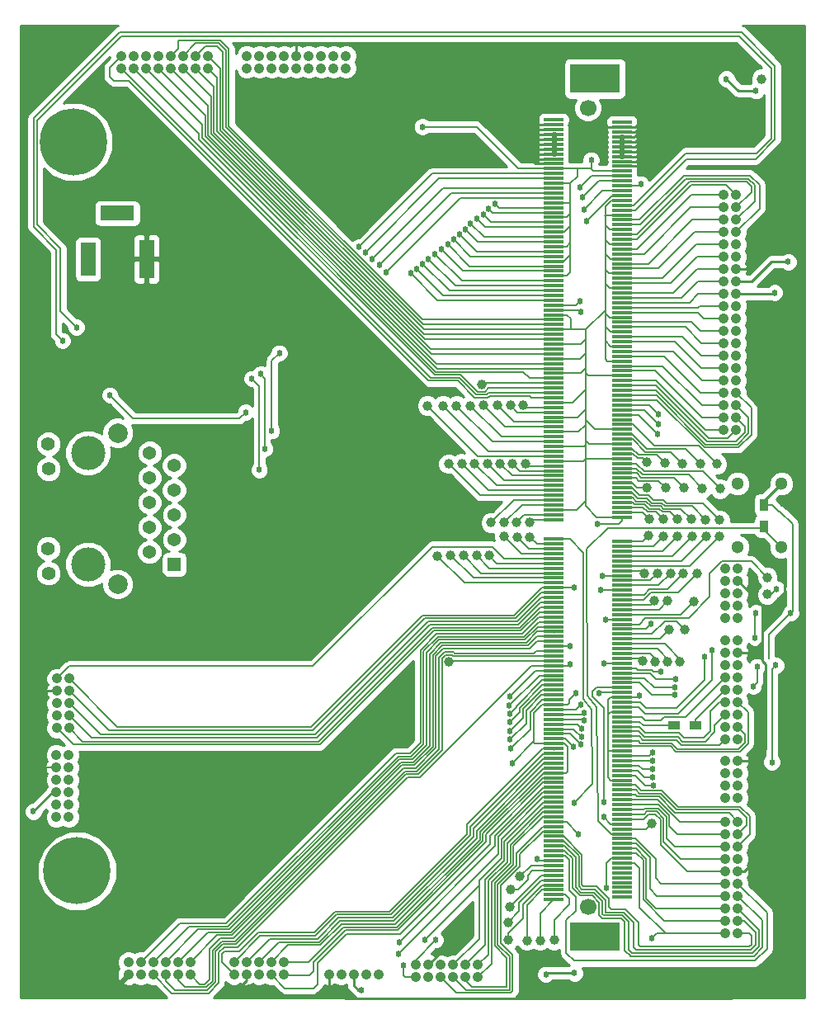
<source format=gtl>
G04 #@! TF.FileFunction,Copper,L1,Top,Signal*
%FSLAX46Y46*%
G04 Gerber Fmt 4.6, Leading zero omitted, Abs format (unit mm)*
G04 Created by KiCad (PCBNEW 4.0.3-stable) date 11/18/16 20:14:28*
%MOMM*%
%LPD*%
G01*
G04 APERTURE LIST*
%ADD10C,0.150000*%
%ADD11C,1.000000*%
%ADD12C,6.900000*%
%ADD13R,5.150000X3.000000*%
%ADD14R,2.000000X0.350000*%
%ADD15C,1.700000*%
%ADD16R,1.500000X3.500000*%
%ADD17R,3.500000X1.500000*%
%ADD18R,1.500000X4.000000*%
%ADD19C,1.050000*%
%ADD20C,1.370000*%
%ADD21C,3.500000*%
%ADD22C,2.000000*%
%ADD23C,1.400000*%
%ADD24R,1.370000X1.370000*%
%ADD25C,1.300000*%
%ADD26R,0.900000X1.200000*%
%ADD27R,1.200000X0.900000*%
%ADD28C,0.625000*%
%ADD29C,0.130000*%
%ADD30C,0.254000*%
G04 APERTURE END LIST*
D10*
D11*
X281694200Y-107347920D03*
D12*
X211074000Y-113792000D03*
D13*
X264600000Y-107300000D03*
D14*
X267370000Y-162790000D03*
X267370000Y-163290000D03*
X267370000Y-164290000D03*
X267370000Y-163790000D03*
X267370000Y-165790000D03*
X267370000Y-166290000D03*
X267370000Y-165290000D03*
X267370000Y-164790000D03*
X267370000Y-168790000D03*
X267370000Y-169290000D03*
X267370000Y-169790000D03*
X267370000Y-167790000D03*
X267370000Y-168290000D03*
X267370000Y-167290000D03*
X267370000Y-166790000D03*
X267370000Y-158790000D03*
X267370000Y-159290000D03*
X267370000Y-160290000D03*
X267370000Y-159790000D03*
X267370000Y-161790000D03*
X267370000Y-162290000D03*
X267370000Y-161290000D03*
X267370000Y-160790000D03*
X267370000Y-156790000D03*
X267370000Y-157290000D03*
X267370000Y-158290000D03*
X267370000Y-157790000D03*
X267370000Y-155790000D03*
X267370000Y-156290000D03*
X267370000Y-155290000D03*
X260370000Y-162540000D03*
X260370000Y-163040000D03*
X260370000Y-164040000D03*
X260370000Y-163540000D03*
X260370000Y-165540000D03*
X260370000Y-166040000D03*
X260370000Y-165040000D03*
X260370000Y-164540000D03*
X260370000Y-168540000D03*
X260370000Y-169040000D03*
X260370000Y-170040000D03*
X260370000Y-169540000D03*
X260370000Y-167540000D03*
X260370000Y-168040000D03*
X260370000Y-167040000D03*
X260370000Y-166540000D03*
X260370000Y-158540000D03*
X260370000Y-159040000D03*
X260370000Y-160040000D03*
X260370000Y-159540000D03*
X260370000Y-161540000D03*
X260370000Y-162040000D03*
X260370000Y-161040000D03*
X260370000Y-160540000D03*
X260370000Y-156540000D03*
X260370000Y-157040000D03*
X260370000Y-158040000D03*
X260370000Y-157540000D03*
X260370000Y-155540000D03*
X260370000Y-156040000D03*
X260370000Y-155040000D03*
X260370000Y-152540000D03*
X260370000Y-154540000D03*
X267370000Y-170290000D03*
X260370000Y-170540000D03*
X267370000Y-170790000D03*
X260370000Y-171040000D03*
X267370000Y-171290000D03*
X260370000Y-171540000D03*
X267370000Y-171790000D03*
X260370000Y-172040000D03*
X267370000Y-172290000D03*
X260370000Y-172540000D03*
X267370000Y-172790000D03*
X260370000Y-173040000D03*
X267370000Y-173290000D03*
X260370000Y-173540000D03*
X267370000Y-173790000D03*
X260370000Y-174040000D03*
X267370000Y-174290000D03*
X260370000Y-174540000D03*
X267370000Y-174790000D03*
X260370000Y-175040000D03*
X267370000Y-175290000D03*
X260370000Y-175540000D03*
X267370000Y-175790000D03*
X260370000Y-176040000D03*
X267370000Y-176290000D03*
X260370000Y-176540000D03*
X267370000Y-176790000D03*
X260370000Y-177040000D03*
X267370000Y-177290000D03*
X260370000Y-177540000D03*
X267370000Y-177790000D03*
X260370000Y-178040000D03*
X267370000Y-178290000D03*
X260370000Y-178540000D03*
X267370000Y-178790000D03*
X260370000Y-179040000D03*
X267370000Y-179290000D03*
X260370000Y-179540000D03*
X267370000Y-179790000D03*
X260370000Y-180040000D03*
X267370000Y-180290000D03*
X260370000Y-180540000D03*
X267370000Y-180790000D03*
X260370000Y-181040000D03*
X267370000Y-181290000D03*
X260370000Y-181540000D03*
X267370000Y-181790000D03*
X260370000Y-182040000D03*
X267370000Y-182290000D03*
X260370000Y-182540000D03*
X267370000Y-182790000D03*
X260370000Y-183040000D03*
X267370000Y-183290000D03*
X260370000Y-183540000D03*
X267370000Y-183790000D03*
X260370000Y-184040000D03*
X267370000Y-184290000D03*
X260370000Y-184540000D03*
X267370000Y-184790000D03*
X260370000Y-185040000D03*
X267370000Y-185290000D03*
X260370000Y-185540000D03*
X267370000Y-185790000D03*
X260370000Y-186040000D03*
X267370000Y-186290000D03*
X260370000Y-186540000D03*
X267370000Y-186790000D03*
X260370000Y-187040000D03*
X267370000Y-187290000D03*
X260370000Y-187540000D03*
X267370000Y-187790000D03*
X260370000Y-188040000D03*
X267370000Y-188290000D03*
X260370000Y-188540000D03*
X267370000Y-188790000D03*
X260370000Y-189040000D03*
X267370000Y-189290000D03*
X260370000Y-189540000D03*
X267370000Y-189790000D03*
X260370000Y-190040000D03*
X267370000Y-190290000D03*
X260370000Y-190540000D03*
X267370000Y-190790000D03*
X260370000Y-191040000D03*
X267370000Y-191290000D03*
X260370000Y-191540000D03*
X267370000Y-154790000D03*
X267370000Y-152290000D03*
X260370000Y-121540000D03*
X267370000Y-121790000D03*
X260370000Y-122040000D03*
X267370000Y-122290000D03*
X260370000Y-122540000D03*
X267370000Y-122790000D03*
X260370000Y-123040000D03*
X267370000Y-123290000D03*
X260370000Y-123540000D03*
X267370000Y-123790000D03*
X260370000Y-124040000D03*
X267370000Y-124290000D03*
X260370000Y-124540000D03*
X267370000Y-124790000D03*
X260370000Y-125040000D03*
X267370000Y-125290000D03*
X260370000Y-125540000D03*
X267370000Y-125790000D03*
X260370000Y-126040000D03*
X267370000Y-126290000D03*
X260370000Y-126540000D03*
X267370000Y-126790000D03*
X260370000Y-127040000D03*
X267370000Y-127290000D03*
X260370000Y-127540000D03*
X267370000Y-127790000D03*
X260370000Y-128040000D03*
X267370000Y-128290000D03*
X260370000Y-128540000D03*
X267370000Y-128790000D03*
X260370000Y-129040000D03*
X267370000Y-129290000D03*
X260370000Y-129540000D03*
X267370000Y-129790000D03*
X260370000Y-130040000D03*
X267370000Y-130290000D03*
X260370000Y-130540000D03*
X267370000Y-130790000D03*
X260370000Y-131040000D03*
X267370000Y-131290000D03*
X260370000Y-131540000D03*
X267370000Y-131790000D03*
X260370000Y-132040000D03*
X267370000Y-132290000D03*
X260370000Y-132540000D03*
X267370000Y-132790000D03*
X260370000Y-133040000D03*
X267370000Y-133290000D03*
X260370000Y-133540000D03*
X267370000Y-133790000D03*
X260370000Y-134040000D03*
X267370000Y-134290000D03*
X260370000Y-134540000D03*
X267370000Y-134790000D03*
X260370000Y-135040000D03*
X267370000Y-135290000D03*
X260370000Y-135540000D03*
X267370000Y-135790000D03*
X260370000Y-136040000D03*
X267370000Y-136290000D03*
X260370000Y-136540000D03*
X267370000Y-136790000D03*
X260370000Y-137040000D03*
X267370000Y-137290000D03*
X260370000Y-137540000D03*
X267370000Y-137790000D03*
X260370000Y-138040000D03*
X267370000Y-138290000D03*
X260370000Y-138540000D03*
X267370000Y-138790000D03*
X260370000Y-139040000D03*
X267370000Y-139290000D03*
X260370000Y-139540000D03*
X267370000Y-139790000D03*
X260370000Y-140040000D03*
X267370000Y-140290000D03*
X260370000Y-140540000D03*
X267370000Y-140790000D03*
X260370000Y-141040000D03*
X267370000Y-141290000D03*
X260370000Y-141540000D03*
X267370000Y-141790000D03*
X260370000Y-142040000D03*
X267370000Y-142290000D03*
X260370000Y-142540000D03*
X267370000Y-142790000D03*
X260370000Y-143040000D03*
X267370000Y-143290000D03*
X260370000Y-143540000D03*
X267370000Y-143790000D03*
X260370000Y-144040000D03*
X267370000Y-144290000D03*
X260370000Y-144540000D03*
X267370000Y-144790000D03*
X260370000Y-145040000D03*
X267370000Y-145290000D03*
X260370000Y-145540000D03*
X267370000Y-145790000D03*
X260370000Y-146040000D03*
X267370000Y-146290000D03*
X260370000Y-146540000D03*
X267370000Y-146790000D03*
X260370000Y-147040000D03*
X267370000Y-147290000D03*
X260370000Y-147540000D03*
X267370000Y-147790000D03*
X260370000Y-148040000D03*
X267370000Y-148290000D03*
X260370000Y-148540000D03*
X267370000Y-148790000D03*
X260370000Y-149040000D03*
X267370000Y-149290000D03*
X260370000Y-149540000D03*
X267370000Y-149790000D03*
X260370000Y-150040000D03*
X267370000Y-150290000D03*
X260370000Y-150540000D03*
X267370000Y-150790000D03*
X260370000Y-151040000D03*
X267370000Y-151290000D03*
X260370000Y-151540000D03*
X267370000Y-151790000D03*
X260370000Y-152040000D03*
X260370000Y-111540000D03*
X260370000Y-112040000D03*
X260370000Y-112540000D03*
X260370000Y-113040000D03*
X260370000Y-113540000D03*
X260370000Y-114040000D03*
X260370000Y-114540000D03*
X260370000Y-115040000D03*
X260370000Y-115540000D03*
X260370000Y-116040000D03*
X260370000Y-116540000D03*
X260370000Y-117040000D03*
X260370000Y-117540000D03*
X260370000Y-118040000D03*
X260370000Y-118540000D03*
X260370000Y-119040000D03*
X260370000Y-119540000D03*
X260370000Y-120040000D03*
X260370000Y-120540000D03*
X260370000Y-121040000D03*
X267370000Y-111790000D03*
X267370000Y-112290000D03*
X267370000Y-112790000D03*
X267370000Y-113290000D03*
X267370000Y-113790000D03*
X267370000Y-114290000D03*
X267370000Y-114790000D03*
X267370000Y-115290000D03*
X267370000Y-115790000D03*
X267370000Y-116290000D03*
X267370000Y-116790000D03*
X267370000Y-117290000D03*
X267370000Y-117790000D03*
X267370000Y-118290000D03*
X267370000Y-118790000D03*
X267370000Y-119290000D03*
X267370000Y-119790000D03*
X267370000Y-120290000D03*
X267370000Y-120790000D03*
X267370000Y-121290000D03*
D15*
X263870000Y-192290000D03*
X263870000Y-110290000D03*
D12*
X211455000Y-188595000D03*
D13*
X264610000Y-195290000D03*
D16*
X212582500Y-125812400D03*
D17*
X215582500Y-121112400D03*
D18*
X218582500Y-125812400D03*
D19*
X224866200Y-106248200D03*
X223596200Y-106248200D03*
X222326200Y-106248200D03*
X221056200Y-106248200D03*
X219786200Y-106248200D03*
X218516200Y-106248200D03*
X217246200Y-106248200D03*
X215976200Y-106248200D03*
X215976200Y-104978200D03*
X217246200Y-104978200D03*
X218516200Y-104978200D03*
X219786200Y-104978200D03*
X224866200Y-104978200D03*
X223596200Y-104978200D03*
X222326200Y-104978200D03*
X221056200Y-104978200D03*
D20*
X218903000Y-145697500D03*
X221413000Y-146967500D03*
D21*
X212563000Y-145697500D03*
X212573000Y-157132500D03*
D20*
X218883000Y-148237500D03*
X221413000Y-149507500D03*
X218883000Y-150777500D03*
X221423000Y-152047500D03*
X218883000Y-153317500D03*
X221423000Y-154587500D03*
X218873000Y-155857500D03*
D22*
X215623000Y-143667500D03*
X215613000Y-159167500D03*
D23*
X208483000Y-155507500D03*
X208493000Y-144797500D03*
X208503000Y-158047500D03*
X208503000Y-147337500D03*
D24*
X221423000Y-157127500D03*
D19*
X279247600Y-164896800D03*
X279247600Y-166166800D03*
X279247600Y-167436800D03*
X279247600Y-168706800D03*
X279247600Y-169976800D03*
X279247600Y-171246800D03*
X279247600Y-172516800D03*
X279247600Y-173786800D03*
X279247600Y-175056800D03*
X277977600Y-175056800D03*
X277977600Y-173786800D03*
X277977600Y-172516800D03*
X277977600Y-171246800D03*
X277977600Y-169976800D03*
X277977600Y-164896800D03*
X277977600Y-166166800D03*
X277977600Y-167436800D03*
X277977600Y-168706800D03*
X239039400Y-104952800D03*
X237769400Y-104952800D03*
X236499400Y-104952800D03*
X235229400Y-104952800D03*
X233959400Y-104952800D03*
X232689400Y-104952800D03*
X231419400Y-104952800D03*
X230149400Y-104952800D03*
X228879400Y-104952800D03*
X228879400Y-106222800D03*
X230149400Y-106222800D03*
X231419400Y-106222800D03*
X232689400Y-106222800D03*
X233959400Y-106222800D03*
X239039400Y-106222800D03*
X237769400Y-106222800D03*
X236499400Y-106222800D03*
X235229400Y-106222800D03*
X209321400Y-176707800D03*
X209321400Y-177977800D03*
X209321400Y-179247800D03*
X209321400Y-180517800D03*
X209321400Y-181787800D03*
X209321400Y-183057800D03*
X210591400Y-183057800D03*
X210591400Y-181787800D03*
X210591400Y-176707800D03*
X210591400Y-177977800D03*
X210591400Y-179247800D03*
X210591400Y-180517800D03*
X223062800Y-199237600D03*
X221792800Y-199237600D03*
X220522800Y-199237600D03*
X219252800Y-199237600D03*
X217982800Y-199237600D03*
X216712800Y-199237600D03*
X216712800Y-197967600D03*
X217982800Y-197967600D03*
X223062800Y-197967600D03*
X221792800Y-197967600D03*
X220522800Y-197967600D03*
X219252800Y-197967600D03*
X252603000Y-199517000D03*
X251333000Y-199517000D03*
X250063000Y-199517000D03*
X248793000Y-199517000D03*
X247523000Y-199517000D03*
X246253000Y-199517000D03*
X246253000Y-198247000D03*
X247523000Y-198247000D03*
X252603000Y-198247000D03*
X251333000Y-198247000D03*
X250063000Y-198247000D03*
X248793000Y-198247000D03*
X279095200Y-119227600D03*
X279095200Y-120497600D03*
X279095200Y-121767600D03*
X279095200Y-123037600D03*
X279095200Y-124307600D03*
X279095200Y-125577600D03*
X279095200Y-126847600D03*
X279095200Y-128117600D03*
X279095200Y-129387600D03*
X279095200Y-130657600D03*
X279095200Y-131927600D03*
X279095200Y-133197600D03*
X279095200Y-134467600D03*
X279095200Y-135737600D03*
X279095200Y-137007600D03*
X279095200Y-138277600D03*
X279095200Y-139547600D03*
X279095200Y-140817600D03*
X279095200Y-142087600D03*
X279095200Y-143357600D03*
X277825200Y-131927600D03*
X277825200Y-133197600D03*
X277825200Y-134467600D03*
X277825200Y-135737600D03*
X277825200Y-137007600D03*
X277825200Y-138277600D03*
X277825200Y-139547600D03*
X277825200Y-140817600D03*
X277825200Y-142087600D03*
X277825200Y-143357600D03*
X277825200Y-130657600D03*
X277825200Y-129387600D03*
X277825200Y-128117600D03*
X277825200Y-126847600D03*
X277825200Y-125577600D03*
X277825200Y-124307600D03*
X277825200Y-119227600D03*
X277825200Y-120497600D03*
X277825200Y-121767600D03*
X277825200Y-123037600D03*
X279273000Y-162661600D03*
X279273000Y-161391600D03*
X279273000Y-160121600D03*
X279273000Y-158851600D03*
X279273000Y-157581600D03*
X278003000Y-157581600D03*
X278003000Y-162661600D03*
X278003000Y-161391600D03*
X278003000Y-160121600D03*
X278003000Y-158851600D03*
X278003000Y-177292000D03*
X278003000Y-178562000D03*
X278003000Y-179832000D03*
X278003000Y-181102000D03*
X279273000Y-177292000D03*
X279273000Y-178562000D03*
X279273000Y-179832000D03*
X279273000Y-181102000D03*
D11*
X272050000Y-160900000D03*
X270690000Y-160910000D03*
X273670000Y-158050000D03*
X275070000Y-158050000D03*
X273780000Y-163810000D03*
X274740000Y-160960000D03*
X252980000Y-138650000D03*
X282290000Y-160230000D03*
X272340000Y-158060000D03*
X271000000Y-158060000D03*
X269650000Y-158050000D03*
X277380000Y-154260000D03*
X276020000Y-154280000D03*
X274540000Y-154260000D03*
X273050000Y-154280000D03*
X271590000Y-154260000D03*
X256610000Y-154310000D03*
X257920000Y-154310000D03*
X257880000Y-152800000D03*
X256580000Y-152800000D03*
X282290000Y-158470000D03*
X272190000Y-163840000D03*
X270440000Y-183700000D03*
X269514800Y-167077600D03*
X270774800Y-167097600D03*
X272054800Y-167127600D03*
X273324800Y-167127600D03*
X270080000Y-154180000D03*
X249630000Y-167160000D03*
X248390000Y-156260000D03*
X249810000Y-156250000D03*
X251140000Y-156240000D03*
X252450000Y-156250000D03*
X253720000Y-156230000D03*
X255300000Y-154270000D03*
X255290000Y-152850000D03*
X253920000Y-152870000D03*
X249590000Y-146820000D03*
X250930000Y-146800000D03*
X252250000Y-146810000D03*
X253570000Y-146820000D03*
X254870000Y-146820000D03*
X256160000Y-146830000D03*
X257450000Y-146810000D03*
X247400000Y-140870000D03*
X249010000Y-140850000D03*
X250390000Y-140860000D03*
X251800000Y-140850000D03*
X253170000Y-140820000D03*
X254570000Y-140840000D03*
X255940000Y-140810000D03*
X257230000Y-140810000D03*
X256920000Y-189170000D03*
X270180000Y-152500000D03*
X271600000Y-152500000D03*
X273050000Y-152530000D03*
X274490000Y-152520000D03*
X275950000Y-152540000D03*
X277410000Y-152590000D03*
X269920400Y-149293800D03*
X271850400Y-149313800D03*
X273740400Y-149313800D03*
X275600400Y-149323800D03*
X277440400Y-149393800D03*
X269902200Y-146670000D03*
X271752200Y-146740000D03*
X255910000Y-190530000D03*
X255850000Y-192250000D03*
X255680000Y-193850000D03*
X255680000Y-195710000D03*
X257610000Y-195730000D03*
X260400000Y-195710000D03*
X258980000Y-195730000D03*
X273582200Y-146780000D03*
X275442200Y-146800000D03*
X277122200Y-146850000D03*
D25*
X283730000Y-148870000D03*
X283730000Y-155370000D03*
X279230000Y-148870000D03*
X279230000Y-155370000D03*
D19*
X279273000Y-183540400D03*
X279273000Y-184810400D03*
X279273000Y-186080400D03*
X279273000Y-187350400D03*
X279273000Y-188620400D03*
X279273000Y-189890400D03*
X279273000Y-191160400D03*
X279273000Y-192430400D03*
X279273000Y-193700400D03*
X279273000Y-194970400D03*
X278003000Y-194970400D03*
X278003000Y-193700400D03*
X278003000Y-192430400D03*
X278003000Y-191160400D03*
X278003000Y-189890400D03*
X278003000Y-188620400D03*
X278003000Y-183540400D03*
X278003000Y-184810400D03*
X278003000Y-186080400D03*
X278003000Y-187350400D03*
X237286800Y-199237600D03*
X242366800Y-199237600D03*
X241096800Y-199237600D03*
X239826800Y-199237600D03*
X238556800Y-199237600D03*
X232638600Y-199212200D03*
X231368600Y-199212200D03*
X230098600Y-199212200D03*
X228828600Y-199212200D03*
X227558600Y-199212200D03*
X227558600Y-197942200D03*
X232638600Y-197942200D03*
X231368600Y-197942200D03*
X230098600Y-197942200D03*
X228828600Y-197942200D03*
X209397600Y-168859200D03*
X209397600Y-170129200D03*
X209397600Y-171399200D03*
X209397600Y-172669200D03*
X209397600Y-173939200D03*
X210667600Y-173939200D03*
X210667600Y-168859200D03*
X210667600Y-170129200D03*
X210667600Y-171399200D03*
X210667600Y-172669200D03*
D26*
X281940000Y-153246000D03*
X281940000Y-151046000D03*
D27*
X274927240Y-173657260D03*
X272727240Y-173657260D03*
D28*
X280847800Y-169646600D03*
X281228800Y-167640000D03*
X240644680Y-200820020D03*
X259562600Y-199212200D03*
X262509000Y-199085200D03*
X284429200Y-126111000D03*
X206959200Y-182499000D03*
X279036780Y-112936020D03*
X280515060Y-112981740D03*
X280492200Y-126390400D03*
X257530600Y-198374000D03*
X250774200Y-195122800D03*
X227888800Y-200736200D03*
X280644600Y-154457400D03*
X283235400Y-159664400D03*
X270383000Y-163245800D03*
X255854200Y-170713400D03*
X255854200Y-173329600D03*
X255828800Y-172491400D03*
X255803400Y-171627800D03*
X271399000Y-168148000D03*
X272821400Y-170561000D03*
X272796000Y-169748200D03*
X272846800Y-168910000D03*
X255854200Y-174218600D03*
X276580600Y-165989000D03*
X275869400Y-166624000D03*
X255955800Y-176047400D03*
X255879600Y-175133000D03*
X270535400Y-178993800D03*
X270560800Y-179806600D03*
X270510000Y-177292000D03*
X270510000Y-176479200D03*
X270510000Y-178181000D03*
X271043400Y-143738600D03*
X271119600Y-141757400D03*
X271094200Y-142748000D03*
X263347200Y-119481600D03*
X263067800Y-118465600D03*
X263702800Y-121920000D03*
X263474200Y-120700800D03*
X230733600Y-145288000D03*
X230276400Y-137617200D03*
X241020600Y-125145800D03*
X240385600Y-124561600D03*
X229387400Y-138074400D03*
X230149400Y-147447000D03*
X242468400Y-126415800D03*
X241757200Y-125806200D03*
X232206800Y-135458200D03*
X231419400Y-143433800D03*
X281132280Y-108562140D03*
X278081740Y-107327700D03*
X247167400Y-195630800D03*
X284683200Y-162138360D03*
X265531600Y-183057800D03*
X262915400Y-184810400D03*
X258648200Y-187401200D03*
X269138400Y-170611800D03*
X265557000Y-167284400D03*
X265684000Y-162788600D03*
X265379200Y-158292800D03*
X265201400Y-159791400D03*
X269316200Y-118110000D03*
X282762960Y-177434240D03*
X283169360Y-167497760D03*
X281040840Y-164663120D03*
X281111960Y-162102800D03*
X246888000Y-112242600D03*
X283032200Y-129260600D03*
X264820400Y-152984200D03*
X270433800Y-195478400D03*
X262051800Y-167386000D03*
X262051800Y-165531800D03*
X262661400Y-170357800D03*
X262432800Y-159537400D03*
X264210800Y-115646200D03*
X256082800Y-177546000D03*
X248208800Y-195681600D03*
X262432800Y-181584600D03*
X265785600Y-190373000D03*
X244957600Y-198323200D03*
X265557000Y-181559200D03*
X263144000Y-131241800D03*
X263067800Y-130149600D03*
X244525800Y-195910200D03*
X244424200Y-197129400D03*
X214807800Y-139776200D03*
X228752400Y-141528800D03*
X243179600Y-127152400D03*
X211378800Y-132816600D03*
X209956400Y-134188200D03*
X248183400Y-125298200D03*
X249478800Y-124333000D03*
X248818400Y-124815600D03*
X247523000Y-125780800D03*
X254355600Y-120167400D03*
X253695200Y-120650000D03*
X253136400Y-121234200D03*
X252476000Y-121666000D03*
X251841000Y-122174000D03*
X251282200Y-122732800D03*
X250698000Y-123291600D03*
X250088400Y-123799600D03*
X246913400Y-126288800D03*
X263144000Y-171577000D03*
X263448800Y-172364400D03*
X263245600Y-173990000D03*
X263194800Y-174828200D03*
X263118600Y-175641000D03*
X262356600Y-175869600D03*
X263448800Y-173177200D03*
X264998200Y-170357800D03*
X245668800Y-127279400D03*
X246303800Y-126796800D03*
D29*
X281228800Y-167640000D02*
X281228800Y-169265600D01*
X281228800Y-169265600D02*
X280847800Y-169646600D01*
D30*
X240644680Y-200820020D02*
X240317020Y-200820020D01*
X239826800Y-199237600D02*
X239826800Y-200329800D01*
X240317020Y-200820020D02*
X239826800Y-200329800D01*
X262509000Y-199085200D02*
X259689600Y-199085200D01*
X259689600Y-199085200D02*
X259562600Y-199212200D01*
X284429200Y-126111000D02*
X282709620Y-126111000D01*
X280703020Y-128117600D02*
X279095200Y-128117600D01*
X282709620Y-126111000D02*
X280703020Y-128117600D01*
X206959200Y-182499000D02*
X208940400Y-180517800D01*
D29*
X208940400Y-180517800D02*
X209321400Y-180517800D01*
X279146000Y-128066800D02*
X279095200Y-128117600D01*
D30*
X280469340Y-112936020D02*
X279036780Y-112936020D01*
X280515060Y-112981740D02*
X280469340Y-112936020D01*
X267370000Y-116290000D02*
X269533460Y-116290000D01*
X271145000Y-114678460D02*
X271145000Y-113487200D01*
X269533460Y-116290000D02*
X271145000Y-114678460D01*
X260370000Y-116040000D02*
X258534000Y-116040000D01*
X257149600Y-114655600D02*
X257149600Y-114122200D01*
X258534000Y-116040000D02*
X257149600Y-114655600D01*
D29*
X258567400Y-115540000D02*
X257149600Y-114122200D01*
D30*
X256065020Y-201676000D02*
X239039400Y-201676000D01*
X237744000Y-200380600D02*
X239039400Y-201676000D01*
X237286800Y-200380600D02*
X237744000Y-200380600D01*
X256065020Y-201676000D02*
X258445000Y-201676000D01*
X281787600Y-165051740D02*
X281787600Y-167083740D01*
X281787600Y-176428400D02*
X281609800Y-176606200D01*
X282072080Y-176143920D02*
X281787600Y-176428400D01*
X282072080Y-167368220D02*
X282072080Y-176143920D01*
X281787600Y-167083740D02*
X282072080Y-167368220D01*
X280492200Y-126390400D02*
X280035000Y-126847600D01*
X279095200Y-126847600D02*
X280035000Y-126847600D01*
X250774200Y-195122800D02*
X250647200Y-195122800D01*
X250647200Y-195122800D02*
X247523000Y-198247000D01*
X258445000Y-201676000D02*
X258445000Y-199288400D01*
X257530600Y-198374000D02*
X258445000Y-199288400D01*
X267370000Y-112290000D02*
X265528200Y-112290000D01*
D29*
X265528200Y-112290000D02*
X265506200Y-112268000D01*
D30*
X267370000Y-112290000D02*
X268735400Y-112290000D01*
D29*
X268735400Y-112290000D02*
X271145000Y-109880400D01*
D30*
X267370000Y-112790000D02*
X268743400Y-112790000D01*
D29*
X268743400Y-112790000D02*
X271145000Y-110388400D01*
D30*
X267370000Y-113290000D02*
X268649800Y-113290000D01*
D29*
X268649800Y-113290000D02*
X271145000Y-110794800D01*
D30*
X267370000Y-113790000D02*
X268734000Y-113790000D01*
D29*
X268734000Y-113790000D02*
X271145000Y-111379000D01*
D30*
X267370000Y-114290000D02*
X268742000Y-114290000D01*
D29*
X268742000Y-114290000D02*
X271145000Y-111887000D01*
D30*
X267370000Y-114790000D02*
X268826200Y-114790000D01*
D29*
X268826200Y-114790000D02*
X271145000Y-112471200D01*
D30*
X267370000Y-115290000D02*
X268859600Y-115290000D01*
D29*
X268859600Y-115290000D02*
X271145000Y-113004600D01*
D30*
X267370000Y-115790000D02*
X268842200Y-115790000D01*
D29*
X268842200Y-115790000D02*
X271145000Y-113487200D01*
D30*
X260370000Y-112040000D02*
X258877400Y-112040000D01*
D29*
X258877400Y-112040000D02*
X257149600Y-110312200D01*
D30*
X260370000Y-112540000D02*
X258793200Y-112540000D01*
D29*
X258793200Y-112540000D02*
X257149600Y-110896400D01*
D30*
X260370000Y-113040000D02*
X258658200Y-113040000D01*
D29*
X258658200Y-113040000D02*
X257149600Y-111531400D01*
D30*
X260370000Y-113540000D02*
X258751800Y-113540000D01*
D29*
X258751800Y-113540000D02*
X257149600Y-111937800D01*
D30*
X260370000Y-114040000D02*
X258667600Y-114040000D01*
D29*
X258667600Y-114040000D02*
X257149600Y-112522000D01*
D30*
X260370000Y-114540000D02*
X258558000Y-114540000D01*
D29*
X258558000Y-114540000D02*
X257149600Y-113131600D01*
D30*
X260370000Y-115040000D02*
X258600800Y-115040000D01*
D29*
X258600800Y-115040000D02*
X257149600Y-113588800D01*
D30*
X260370000Y-115540000D02*
X258567400Y-115540000D01*
X257149600Y-106705400D02*
X257149600Y-110312200D01*
X259156200Y-104698800D02*
X257149600Y-106705400D01*
X269113000Y-104698800D02*
X259156200Y-104698800D01*
X271145000Y-106730800D02*
X269113000Y-104698800D01*
X271145000Y-110794800D02*
X271145000Y-110388400D01*
X271145000Y-110388400D02*
X271145000Y-109880400D01*
X271145000Y-109880400D02*
X271145000Y-106730800D01*
X271145000Y-111379000D02*
X271145000Y-110794800D01*
X257149600Y-110312200D02*
X257149600Y-110896400D01*
X257149600Y-110896400D02*
X257149600Y-111531400D01*
X257149600Y-111531400D02*
X257149600Y-111937800D01*
X257149600Y-111937800D02*
X257149600Y-112522000D01*
X257149600Y-112522000D02*
X257149600Y-113131600D01*
X257149600Y-113131600D02*
X257149600Y-113588800D01*
X257149600Y-113588800D02*
X257149600Y-114122200D01*
X271145000Y-113487200D02*
X271145000Y-113004600D01*
X271145000Y-113004600D02*
X271145000Y-112471200D01*
X271145000Y-112471200D02*
X271145000Y-111887000D01*
X271145000Y-111887000D02*
X271145000Y-111379000D01*
D29*
X267370000Y-113290000D02*
X268167200Y-113290000D01*
X267370000Y-113790000D02*
X268302200Y-113790000D01*
X247523000Y-198247000D02*
X247650000Y-198247000D01*
D30*
X283235400Y-188468000D02*
X281660600Y-186893200D01*
X258445000Y-201676000D02*
X278587200Y-201676000D01*
X278587200Y-201676000D02*
X283235400Y-197027800D01*
X283235400Y-197027800D02*
X283235400Y-188468000D01*
X237286800Y-200380600D02*
X236245400Y-201422000D01*
X228650800Y-200736200D02*
X227888800Y-200736200D01*
X229336600Y-201422000D02*
X228650800Y-200736200D01*
X236245400Y-201422000D02*
X229336600Y-201422000D01*
D29*
X228828600Y-199212200D02*
X228828600Y-199796400D01*
D30*
X228828600Y-199796400D02*
X227888800Y-200736200D01*
X237286800Y-199237600D02*
X237286800Y-200380600D01*
X281787600Y-162839400D02*
X281787600Y-162280600D01*
X281787600Y-162280600D02*
X284048200Y-160020000D01*
X284048200Y-160020000D02*
X284048200Y-157861000D01*
X284048200Y-157861000D02*
X280644600Y-154457400D01*
X279273000Y-188620400D02*
X279933400Y-188620400D01*
X280504900Y-188048900D02*
X281660600Y-186893200D01*
X279933400Y-188620400D02*
X280504900Y-188048900D01*
D29*
X281609800Y-176580800D02*
X281609800Y-176606200D01*
X281635200Y-176580800D02*
X281609800Y-176580800D01*
X281660600Y-176555400D02*
X281635200Y-176580800D01*
D30*
X281660600Y-186893200D02*
X281660600Y-176555400D01*
X280924000Y-177292000D02*
X279273000Y-177292000D01*
X281609800Y-176606200D02*
X280924000Y-177292000D01*
D29*
X279273000Y-158851600D02*
X279298400Y-158851600D01*
D30*
X279298400Y-158851600D02*
X281787600Y-161340800D01*
X281787600Y-161340800D02*
X281787600Y-162839400D01*
X281787600Y-162839400D02*
X281787600Y-165051740D01*
X281787600Y-165051740D02*
X281787600Y-165074600D01*
X281787600Y-165074600D02*
X280695400Y-166166800D01*
X280695400Y-166166800D02*
X279247600Y-166166800D01*
X233959400Y-104952800D02*
X233959400Y-103759000D01*
X209397600Y-170129200D02*
X207873600Y-170129200D01*
D29*
X209321400Y-177977800D02*
X208127600Y-177977800D01*
X256090000Y-148040000D02*
X254870000Y-146820000D01*
D30*
X254870000Y-146820000D02*
X254870000Y-146860000D01*
D29*
X260370000Y-148040000D02*
X256090000Y-148040000D01*
X260370000Y-158040000D02*
X252940000Y-158040000D01*
X252940000Y-158040000D02*
X251140000Y-156240000D01*
X260370000Y-138540000D02*
X253090000Y-138540000D01*
X253090000Y-138540000D02*
X252980000Y-138650000D01*
X260370000Y-189540000D02*
X259125600Y-189540000D01*
X256794000Y-192736000D02*
X255680000Y-193850000D01*
X256794000Y-191871600D02*
X256794000Y-192736000D01*
X259125600Y-189540000D02*
X256794000Y-191871600D01*
X260370000Y-190040000D02*
X259184400Y-190040000D01*
X255680000Y-194966800D02*
X255680000Y-195710000D01*
X257200400Y-193446400D02*
X255680000Y-194966800D01*
X257200400Y-192024000D02*
X257200400Y-193446400D01*
X259184400Y-190040000D02*
X257200400Y-192024000D01*
D30*
X255680000Y-195710000D02*
X255680000Y-195520000D01*
D29*
X260370000Y-190540000D02*
X259141600Y-190540000D01*
X257610000Y-192071600D02*
X257610000Y-195730000D01*
X259141600Y-190540000D02*
X257610000Y-192071600D01*
X260370000Y-191040000D02*
X261525000Y-191040000D01*
X260400000Y-193599600D02*
X260400000Y-195710000D01*
X261950200Y-192049400D02*
X260400000Y-193599600D01*
X261950200Y-191465200D02*
X261950200Y-192049400D01*
X261525000Y-191040000D02*
X261950200Y-191465200D01*
X260370000Y-188040000D02*
X258050000Y-188040000D01*
X258050000Y-188040000D02*
X256920000Y-189170000D01*
X260370000Y-188540000D02*
X258195200Y-188540000D01*
X256687800Y-190530000D02*
X255910000Y-190530000D01*
X257708400Y-189509400D02*
X256687800Y-190530000D01*
X257708400Y-189026800D02*
X257708400Y-189509400D01*
X258195200Y-188540000D02*
X257708400Y-189026800D01*
X260370000Y-189040000D02*
X259060000Y-189040000D01*
X259060000Y-189040000D02*
X255850000Y-192250000D01*
D30*
X255850000Y-192250000D02*
X255960000Y-192250000D01*
D29*
X260370000Y-143040000D02*
X255390000Y-143040000D01*
X255390000Y-143040000D02*
X253170000Y-140820000D01*
X260370000Y-142540000D02*
X256270000Y-142540000D01*
X256270000Y-142540000D02*
X254570000Y-140840000D01*
D30*
X254570000Y-140840000D02*
X254570000Y-140910000D01*
D29*
X260370000Y-146040000D02*
X252570000Y-146040000D01*
X252570000Y-146040000D02*
X247400000Y-140870000D01*
D30*
X247400000Y-140870000D02*
X247400000Y-140970000D01*
D29*
X260370000Y-145540000D02*
X253700000Y-145540000D01*
X253700000Y-145540000D02*
X249010000Y-140850000D01*
X260370000Y-144540000D02*
X254070000Y-144540000D01*
X254070000Y-144540000D02*
X250390000Y-140860000D01*
X260370000Y-144040000D02*
X254990000Y-144040000D01*
X254990000Y-144040000D02*
X251800000Y-140850000D01*
X260370000Y-141540000D02*
X256670000Y-141540000D01*
X256670000Y-141540000D02*
X255940000Y-140810000D01*
X260370000Y-141040000D02*
X257460000Y-141040000D01*
X257460000Y-141040000D02*
X257230000Y-140810000D01*
X260370000Y-149040000D02*
X254480000Y-149040000D01*
X254480000Y-149040000D02*
X252250000Y-146810000D01*
X255290000Y-148540000D02*
X253570000Y-146820000D01*
D30*
X253570000Y-146930000D02*
X253570000Y-146820000D01*
D29*
X260370000Y-148540000D02*
X255290000Y-148540000D01*
X260370000Y-147540000D02*
X256870000Y-147540000D01*
X256870000Y-147540000D02*
X256160000Y-146830000D01*
X260370000Y-147040000D02*
X257680000Y-147040000D01*
X257680000Y-147040000D02*
X257450000Y-146810000D01*
X260370000Y-149540000D02*
X253670000Y-149540000D01*
X253670000Y-149540000D02*
X250930000Y-146800000D01*
X260370000Y-150040000D02*
X252810000Y-150040000D01*
X252810000Y-150040000D02*
X249590000Y-146820000D01*
X260370000Y-151040000D02*
X257100000Y-151040000D01*
X257100000Y-151040000D02*
X255290000Y-152850000D01*
X260370000Y-150540000D02*
X256250000Y-150540000D01*
X256250000Y-150540000D02*
X253920000Y-152870000D01*
X267370000Y-184290000D02*
X269850000Y-184290000D01*
X269850000Y-184290000D02*
X270440000Y-183700000D01*
X267370000Y-149790000D02*
X268393202Y-149790000D01*
X274565400Y-151155400D02*
X275950000Y-152540000D01*
X271790602Y-151155400D02*
X274565400Y-151155400D01*
X271485802Y-150850600D02*
X271790602Y-151155400D01*
X270444402Y-150850600D02*
X271485802Y-150850600D01*
X269961802Y-150368000D02*
X270444402Y-150850600D01*
X268971202Y-150368000D02*
X269961802Y-150368000D01*
X268393202Y-149790000D02*
X268971202Y-150368000D01*
X267370000Y-157290000D02*
X274350000Y-157290000D01*
X274350000Y-157290000D02*
X277380000Y-154260000D01*
X267370000Y-150290000D02*
X268450800Y-150290000D01*
X273430200Y-151460200D02*
X274490000Y-152520000D01*
X271638202Y-151460200D02*
X273430200Y-151460200D01*
X271333402Y-151155400D02*
X271638202Y-151460200D01*
X270306800Y-151155400D02*
X271333402Y-151155400D01*
X269824200Y-150672800D02*
X270306800Y-151155400D01*
X268833600Y-150672800D02*
X269824200Y-150672800D01*
X268450800Y-150290000D02*
X268833600Y-150672800D01*
X267370000Y-156790000D02*
X273510000Y-156790000D01*
X273510000Y-156790000D02*
X276020000Y-154280000D01*
X267370000Y-156290000D02*
X272510000Y-156290000D01*
X272510000Y-156290000D02*
X274540000Y-154260000D01*
X267370000Y-155790000D02*
X271540000Y-155790000D01*
X271540000Y-155790000D02*
X273050000Y-154280000D01*
X270560000Y-155290000D02*
X271590000Y-154260000D01*
X267370000Y-155290000D02*
X270560000Y-155290000D01*
X267370000Y-154790000D02*
X269470000Y-154790000D01*
X269470000Y-154790000D02*
X270080000Y-154180000D01*
X267370000Y-151790000D02*
X269470000Y-151790000D01*
X269470000Y-151790000D02*
X270180000Y-152500000D01*
X267370000Y-151290000D02*
X269527000Y-151290000D01*
X270865000Y-151765000D02*
X271600000Y-152500000D01*
X270002000Y-151765000D02*
X270865000Y-151765000D01*
X269527000Y-151290000D02*
X270002000Y-151765000D01*
X267370000Y-150790000D02*
X268496602Y-150790000D01*
X272285000Y-151765000D02*
X273050000Y-152530000D01*
X271526000Y-151765000D02*
X272285000Y-151765000D01*
X271221200Y-151460200D02*
X271526000Y-151765000D01*
X270179800Y-151460200D02*
X271221200Y-151460200D01*
X269697200Y-150977600D02*
X270179800Y-151460200D01*
X268684202Y-150977600D02*
X269697200Y-150977600D01*
X268496602Y-150790000D02*
X268684202Y-150977600D01*
X267370000Y-148290000D02*
X268838400Y-148290000D01*
X271101200Y-148564600D02*
X271850400Y-149313800D01*
X269113000Y-148564600D02*
X271101200Y-148564600D01*
X268838400Y-148290000D02*
X269113000Y-148564600D01*
X267370000Y-147790000D02*
X268882402Y-147790000D01*
X272686400Y-148259800D02*
X273740400Y-149313800D01*
X269352202Y-148259800D02*
X272686400Y-148259800D01*
X268882402Y-147790000D02*
X269352202Y-148259800D01*
X267370000Y-142790000D02*
X268494600Y-142790000D01*
X275230000Y-144957800D02*
X277122200Y-146850000D01*
X270662400Y-144957800D02*
X275230000Y-144957800D01*
X268494600Y-142790000D02*
X270662400Y-144957800D01*
X267370000Y-143790000D02*
X268402400Y-143790000D01*
X273930200Y-145288000D02*
X275442200Y-146800000D01*
X269900400Y-145288000D02*
X273930200Y-145288000D01*
X268402400Y-143790000D02*
X269900400Y-145288000D01*
X267370000Y-144290000D02*
X268445200Y-144290000D01*
X272395000Y-145592800D02*
X273582200Y-146780000D01*
X269748000Y-145592800D02*
X272395000Y-145592800D01*
X268445200Y-144290000D02*
X269748000Y-145592800D01*
X267370000Y-145290000D02*
X268439802Y-145290000D01*
X270935200Y-145923000D02*
X271752200Y-146740000D01*
X269072802Y-145923000D02*
X270935200Y-145923000D01*
X268439802Y-145290000D02*
X269072802Y-145923000D01*
X267370000Y-145790000D02*
X268497400Y-145790000D01*
X269485400Y-146253200D02*
X269902200Y-146670000D01*
X268960600Y-146253200D02*
X269485400Y-146253200D01*
X268497400Y-145790000D02*
X268960600Y-146253200D01*
X267370000Y-166790000D02*
X269582800Y-166790000D01*
X269582800Y-166790000D02*
X269794200Y-167001400D01*
X267370000Y-166290000D02*
X270272000Y-166290000D01*
X270272000Y-166290000D02*
X271054200Y-167072200D01*
X267370000Y-161290000D02*
X270310000Y-161290000D01*
X270310000Y-161290000D02*
X270690000Y-160910000D01*
X267370000Y-160790000D02*
X269562200Y-160790000D01*
X273100000Y-160020000D02*
X275070000Y-158050000D01*
X270332200Y-160020000D02*
X273100000Y-160020000D01*
X269562200Y-160790000D02*
X270332200Y-160020000D01*
X267370000Y-160290000D02*
X269630400Y-160290000D01*
X272004800Y-159715200D02*
X273670000Y-158050000D01*
X270205200Y-159715200D02*
X272004800Y-159715200D01*
X269630400Y-160290000D02*
X270205200Y-159715200D01*
X267370000Y-159290000D02*
X271110000Y-159290000D01*
X271110000Y-159290000D02*
X272340000Y-158060000D01*
X267370000Y-158790000D02*
X270270000Y-158790000D01*
X270270000Y-158790000D02*
X271000000Y-158060000D01*
X267370000Y-157790000D02*
X269390000Y-157790000D01*
X269390000Y-157790000D02*
X269650000Y-158050000D01*
D30*
X269390000Y-157790000D02*
X269650000Y-158050000D01*
D29*
X267370000Y-165790000D02*
X271022000Y-165790000D01*
X271022000Y-165790000D02*
X272334200Y-167102200D01*
X267370000Y-165290000D02*
X271792000Y-165290000D01*
X271792000Y-165290000D02*
X273604200Y-167102200D01*
X267370000Y-164790000D02*
X271240000Y-164790000D01*
X271240000Y-164790000D02*
X272190000Y-163840000D01*
X267370000Y-164290000D02*
X270431000Y-164290000D01*
X272936400Y-162966400D02*
X273780000Y-163810000D01*
X271754600Y-162966400D02*
X272936400Y-162966400D01*
X270431000Y-164290000D02*
X271754600Y-162966400D01*
X267370000Y-163790000D02*
X269838800Y-163790000D01*
X283235400Y-159664400D02*
X282669800Y-160230000D01*
X269838800Y-163790000D02*
X270383000Y-163245800D01*
X282669800Y-160230000D02*
X282290000Y-160230000D01*
X267370000Y-163290000D02*
X269138185Y-163297361D01*
X280639600Y-156819600D02*
X282290000Y-158470000D01*
X277596600Y-156819600D02*
X280639600Y-156819600D01*
X276377400Y-158038800D02*
X277596600Y-156819600D01*
X276377400Y-160451800D02*
X276377400Y-158038800D01*
X274218400Y-162610800D02*
X276377400Y-160451800D01*
X269774823Y-162636645D02*
X274218400Y-162610800D01*
X269138185Y-163297361D02*
X269774823Y-162636645D01*
X267370000Y-162290000D02*
X273410000Y-162290000D01*
X273410000Y-162290000D02*
X274740000Y-160960000D01*
X267370000Y-161790000D02*
X271160000Y-161790000D01*
X271160000Y-161790000D02*
X272050000Y-160900000D01*
X267370000Y-146790000D02*
X268862400Y-146790000D01*
X269671800Y-147599400D02*
X275646000Y-147599400D01*
X268862400Y-146790000D02*
X269671800Y-147599400D01*
X275646000Y-147599400D02*
X277440400Y-149393800D01*
X267370000Y-149290000D02*
X268375802Y-149290000D01*
X275670600Y-150850600D02*
X277410000Y-152590000D01*
X271917602Y-150850600D02*
X275670600Y-150850600D01*
X271612802Y-150545800D02*
X271917602Y-150850600D01*
X270586200Y-150545800D02*
X271612802Y-150545800D01*
X270103600Y-150063200D02*
X270586200Y-150545800D01*
X269149002Y-150063200D02*
X270103600Y-150063200D01*
X268375802Y-149290000D02*
X269149002Y-150063200D01*
X267370000Y-148790000D02*
X268398600Y-148790000D01*
X268902400Y-149293800D02*
X269920400Y-149293800D01*
X268398600Y-148790000D02*
X268902400Y-149293800D01*
X274206200Y-147929600D02*
X275600400Y-149323800D01*
X267370000Y-147290000D02*
X268839602Y-147290000D01*
X269479202Y-147929600D02*
X274206200Y-147929600D01*
X268839602Y-147290000D02*
X269479202Y-147929600D01*
X260370000Y-152540000D02*
X258140000Y-152540000D01*
X258140000Y-152540000D02*
X257880000Y-152800000D01*
X260370000Y-152040000D02*
X257340000Y-152040000D01*
X257340000Y-152040000D02*
X256580000Y-152800000D01*
X260370000Y-155540000D02*
X257840000Y-155540000D01*
X257840000Y-155540000D02*
X256610000Y-154310000D01*
X258650000Y-155040000D02*
X257920000Y-154310000D01*
X260370000Y-155040000D02*
X258650000Y-155040000D01*
X260370000Y-157540000D02*
X253740000Y-157540000D01*
X253740000Y-157540000D02*
X252450000Y-156250000D01*
X260370000Y-157040000D02*
X254530000Y-157040000D01*
X254530000Y-157040000D02*
X253720000Y-156230000D01*
X260370000Y-159040000D02*
X251170000Y-159040000D01*
X251170000Y-159040000D02*
X248390000Y-156260000D01*
X260370000Y-158540000D02*
X252100000Y-158540000D01*
X252100000Y-158540000D02*
X249810000Y-156250000D01*
X260370000Y-167040000D02*
X249750000Y-167040000D01*
X249750000Y-167040000D02*
X249630000Y-167160000D01*
X260370000Y-156040000D02*
X257070000Y-156040000D01*
X257070000Y-156040000D02*
X255300000Y-154270000D01*
X258980000Y-195730000D02*
X258980000Y-192930000D01*
X258980000Y-192930000D02*
X260370000Y-191540000D01*
D30*
X258980000Y-195370000D02*
X258980000Y-195730000D01*
D29*
X260370000Y-168040000D02*
X258527600Y-168040000D01*
X258527600Y-168040000D02*
X255854200Y-170713400D01*
X260370000Y-169540000D02*
X259186600Y-169540000D01*
X256844800Y-172339000D02*
X255854200Y-173329600D01*
X256844800Y-171881800D02*
X256844800Y-172339000D01*
X259186600Y-169540000D02*
X256844800Y-171881800D01*
X260370000Y-169040000D02*
X259178600Y-169040000D01*
X256540000Y-171780200D02*
X255828800Y-172491400D01*
X256540000Y-171678600D02*
X256540000Y-171780200D01*
X259178600Y-169040000D02*
X256540000Y-171678600D01*
X260370000Y-168540000D02*
X258891200Y-168540000D01*
X258891200Y-168540000D02*
X255803400Y-171627800D01*
X267370000Y-167790000D02*
X268805800Y-167790000D01*
X270611600Y-168148000D02*
X271399000Y-168148000D01*
X270433800Y-167970200D02*
X270611600Y-168148000D01*
X268986000Y-167970200D02*
X270433800Y-167970200D01*
X268805800Y-167790000D02*
X268986000Y-167970200D01*
X267370000Y-169290000D02*
X269162800Y-169290000D01*
X270433800Y-170561000D02*
X272821400Y-170561000D01*
X269162800Y-169290000D02*
X270433800Y-170561000D01*
X267370000Y-168790000D02*
X269704200Y-168790000D01*
X270662400Y-169748200D02*
X272796000Y-169748200D01*
X269704200Y-168790000D02*
X270662400Y-169748200D01*
X267370000Y-168290000D02*
X270220200Y-168290000D01*
X270840200Y-168910000D02*
X272846800Y-168910000D01*
X270220200Y-168290000D02*
X270840200Y-168910000D01*
X260370000Y-170040000D02*
X259143800Y-170040000D01*
X257200400Y-172872400D02*
X255854200Y-174218600D01*
X257200400Y-171983400D02*
X257200400Y-172872400D01*
X259143800Y-170040000D02*
X257200400Y-171983400D01*
X268528800Y-195351400D02*
X268528800Y-196407598D01*
X279908000Y-193700400D02*
X279273000Y-193700400D01*
X281127200Y-194919600D02*
X279908000Y-193700400D01*
X281127200Y-196189600D02*
X281127200Y-194919600D01*
X280619200Y-196697600D02*
X281127200Y-196189600D01*
X268818802Y-196697600D02*
X280619200Y-196697600D01*
X268528800Y-196407598D02*
X268818802Y-196697600D01*
X268528800Y-195351400D02*
X268528800Y-193827400D01*
X265684000Y-192836800D02*
X267538200Y-192836800D01*
X261409800Y-185540000D02*
X262940800Y-187071000D01*
X262940800Y-187071000D02*
X262940800Y-190169800D01*
X262940800Y-190169800D02*
X263271000Y-190500000D01*
X263271000Y-190500000D02*
X264591800Y-190500000D01*
X264591800Y-190500000D02*
X265684000Y-191592200D01*
X265684000Y-191592200D02*
X265684000Y-192836800D01*
X261409800Y-185540000D02*
X260370000Y-185540000D01*
X267538200Y-192836800D02*
X268478000Y-193776600D01*
X268528800Y-193827400D02*
X268478000Y-193776600D01*
X268527682Y-195351400D02*
X268528800Y-195351400D01*
X267370000Y-171790000D02*
X269072000Y-171790000D01*
X276580600Y-169011600D02*
X276580600Y-165989000D01*
X273151600Y-172440600D02*
X276580600Y-169011600D01*
X269722600Y-172440600D02*
X273151600Y-172440600D01*
X269072000Y-171790000D02*
X269722600Y-172440600D01*
X267370000Y-171290000D02*
X269257800Y-171290000D01*
X275869400Y-168960800D02*
X275869400Y-166624000D01*
X272973800Y-171856400D02*
X275869400Y-168960800D01*
X269824200Y-171856400D02*
X272973800Y-171856400D01*
X269257800Y-171290000D02*
X269824200Y-171856400D01*
X260370000Y-171040000D02*
X259185200Y-171040000D01*
X257962400Y-174040800D02*
X255955800Y-176047400D01*
X257962400Y-172262800D02*
X257962400Y-174040800D01*
X259185200Y-171040000D02*
X257962400Y-172262800D01*
X260370000Y-170540000D02*
X259101000Y-170540000D01*
X257530600Y-173482000D02*
X255879600Y-175133000D01*
X257530600Y-172110400D02*
X257530600Y-173482000D01*
X259101000Y-170540000D02*
X257530600Y-172110400D01*
X267370000Y-178290000D02*
X268968000Y-178290000D01*
X269671800Y-178993800D02*
X270535400Y-178993800D01*
X268968000Y-178290000D02*
X269671800Y-178993800D01*
X267370000Y-178790000D02*
X268706000Y-178790000D01*
X269722600Y-179806600D02*
X270560800Y-179806600D01*
X268706000Y-178790000D02*
X269722600Y-179806600D01*
X267370000Y-177290000D02*
X270508000Y-177290000D01*
X270508000Y-177290000D02*
X270510000Y-177292000D01*
X267370000Y-176790000D02*
X270199200Y-176790000D01*
X270199200Y-176790000D02*
X270510000Y-176479200D01*
X267370000Y-177790000D02*
X269103000Y-177790000D01*
X269494000Y-178181000D02*
X270510000Y-178181000D01*
X269103000Y-177790000D02*
X269494000Y-178181000D01*
X260370000Y-177540000D02*
X259365400Y-177540000D01*
X232156000Y-195884800D02*
X230098600Y-197942200D01*
X236296200Y-195884800D02*
X232156000Y-195884800D01*
X238429800Y-193751200D02*
X236296200Y-195884800D01*
X243941600Y-193751200D02*
X238429800Y-193751200D01*
X252450600Y-185242200D02*
X243941600Y-193751200D01*
X252450600Y-184454800D02*
X252450600Y-185242200D01*
X259365400Y-177540000D02*
X252450600Y-184454800D01*
X236397800Y-196215000D02*
X233095800Y-196215000D01*
X259322600Y-178040000D02*
X252780800Y-184581800D01*
X252780800Y-184581800D02*
X252780800Y-185383998D01*
X252780800Y-185383998D02*
X244108798Y-194056000D01*
X244108798Y-194056000D02*
X238556800Y-194056000D01*
X238556800Y-194056000D02*
X236397800Y-196215000D01*
X260370000Y-178040000D02*
X259322600Y-178040000D01*
X233095800Y-196215000D02*
X231368600Y-197942200D01*
D30*
X260339560Y-178070440D02*
X260370000Y-178040000D01*
D29*
X260370000Y-176540000D02*
X259374800Y-176540000D01*
X259374800Y-176540000D02*
X251808437Y-184106363D01*
X230251000Y-195249800D02*
X227558600Y-197942200D01*
X235915200Y-195249800D02*
X230251000Y-195249800D01*
X238099600Y-193065400D02*
X235915200Y-195249800D01*
X243687600Y-193065400D02*
X238099600Y-193065400D01*
X251808437Y-184944563D02*
X243687600Y-193065400D01*
X251808437Y-184106363D02*
X251808437Y-184944563D01*
D30*
X260340700Y-176569300D02*
X260370000Y-176540000D01*
D29*
X260370000Y-176040000D02*
X259214400Y-176040000D01*
X226314000Y-197967600D02*
X227558600Y-199212200D01*
X226314000Y-197078600D02*
X226314000Y-197967600D01*
X226568000Y-196824600D02*
X226314000Y-197078600D01*
X228117400Y-196824600D02*
X226568000Y-196824600D01*
X230022400Y-194919600D02*
X228117400Y-196824600D01*
X235788200Y-194919600D02*
X230022400Y-194919600D01*
X237947200Y-192760600D02*
X235788200Y-194919600D01*
X243509800Y-192760600D02*
X237947200Y-192760600D01*
X251434600Y-184835800D02*
X243509800Y-192760600D01*
X251434600Y-183819800D02*
X251434600Y-184835800D01*
X259214400Y-176040000D02*
X251434600Y-183819800D01*
D30*
X260340560Y-176069440D02*
X260370000Y-176040000D01*
D29*
X260370000Y-177040000D02*
X259332000Y-177040000D01*
X231216200Y-195554600D02*
X228828600Y-197942200D01*
X236118400Y-195554600D02*
X231216200Y-195554600D01*
X238252000Y-193421000D02*
X236118400Y-195554600D01*
X243803998Y-193421000D02*
X238252000Y-193421000D01*
X252120400Y-185104598D02*
X243803998Y-193421000D01*
X252120400Y-184251600D02*
X252120400Y-185104598D01*
X259332000Y-177040000D02*
X252120400Y-184251600D01*
D30*
X260340320Y-177069680D02*
X260370000Y-177040000D01*
D29*
X260370000Y-139540000D02*
X253652000Y-139540000D01*
X247726200Y-137998200D02*
X215976200Y-106248200D01*
X250661998Y-137998200D02*
X247726200Y-137998200D01*
X252389198Y-139725400D02*
X250661998Y-137998200D01*
X253466600Y-139725400D02*
X252389198Y-139725400D01*
X253652000Y-139540000D02*
X253466600Y-139725400D01*
X260370000Y-140040000D02*
X258048400Y-140040000D01*
X214807800Y-106146600D02*
X215976200Y-104978200D01*
X214807800Y-107086400D02*
X214807800Y-106146600D01*
X215265000Y-107543600D02*
X214807800Y-107086400D01*
X216763600Y-107543600D02*
X215265000Y-107543600D01*
X247523000Y-138303000D02*
X216763600Y-107543600D01*
X250494800Y-138303000D02*
X247523000Y-138303000D01*
X252222000Y-140030200D02*
X250494800Y-138303000D01*
X253619000Y-140030200D02*
X252222000Y-140030200D01*
X253796800Y-139852400D02*
X253619000Y-140030200D01*
X257860800Y-139852400D02*
X253796800Y-139852400D01*
X258048400Y-140040000D02*
X257860800Y-139852400D01*
X267370000Y-141790000D02*
X269094800Y-141790000D01*
X269094800Y-141790000D02*
X271043400Y-143738600D01*
X267370000Y-138790000D02*
X270819200Y-138790000D01*
X278231600Y-144221200D02*
X279095200Y-143357600D01*
X276250400Y-144221200D02*
X278231600Y-144221200D01*
X270819200Y-138790000D02*
X276250400Y-144221200D01*
X267370000Y-140290000D02*
X270972324Y-140290000D01*
X280644600Y-141097000D02*
X279095200Y-139547600D01*
X280644600Y-143840200D02*
X280644600Y-141097000D01*
X279349200Y-145135600D02*
X280644600Y-143840200D01*
X275817924Y-145135600D02*
X279349200Y-145135600D01*
X270972324Y-140290000D02*
X275817924Y-145135600D01*
X267370000Y-121790000D02*
X269192200Y-121790000D01*
X281508200Y-120624600D02*
X279095200Y-123037600D01*
X281508200Y-118211600D02*
X281508200Y-120624600D01*
X280543000Y-117246400D02*
X281508200Y-118211600D01*
X273735800Y-117246400D02*
X280543000Y-117246400D01*
X269192200Y-121790000D02*
X273735800Y-117246400D01*
X267370000Y-122290000D02*
X269210802Y-122290000D01*
X281000200Y-119862600D02*
X279095200Y-121767600D01*
X281000200Y-118211600D02*
X281000200Y-119862600D01*
X280365200Y-117576600D02*
X281000200Y-118211600D01*
X273924202Y-117576600D02*
X280365200Y-117576600D01*
X269210802Y-122290000D02*
X273924202Y-117576600D01*
X267370000Y-129290000D02*
X272665000Y-129290000D01*
X275107400Y-126847600D02*
X277825200Y-126847600D01*
X272665000Y-129290000D02*
X275107400Y-126847600D01*
X267370000Y-129790000D02*
X273460400Y-129790000D01*
X275132800Y-128117600D02*
X277825200Y-128117600D01*
X273460400Y-129790000D02*
X275132800Y-128117600D01*
X267370000Y-130290000D02*
X274306600Y-130290000D01*
X275209000Y-129387600D02*
X277825200Y-129387600D01*
X274306600Y-130290000D02*
X275209000Y-129387600D01*
X267370000Y-130790000D02*
X275203600Y-130790000D01*
X275336000Y-130657600D02*
X277825200Y-130657600D01*
X275203600Y-130790000D02*
X275336000Y-130657600D01*
X267370000Y-131290000D02*
X275155600Y-131290000D01*
X275793200Y-131927600D02*
X277825200Y-131927600D01*
X275155600Y-131290000D02*
X275793200Y-131927600D01*
X267370000Y-132290000D02*
X274504600Y-132290000D01*
X275412200Y-133197600D02*
X277825200Y-133197600D01*
X274504600Y-132290000D02*
X275412200Y-133197600D01*
X267370000Y-132790000D02*
X273861600Y-132790000D01*
X275539200Y-134467600D02*
X277825200Y-134467600D01*
X273861600Y-132790000D02*
X275539200Y-134467600D01*
X267370000Y-133790000D02*
X273566200Y-133790000D01*
X275513800Y-135737600D02*
X277825200Y-135737600D01*
X273566200Y-133790000D02*
X275513800Y-135737600D01*
X267370000Y-134290000D02*
X272770800Y-134290000D01*
X275488400Y-137007600D02*
X277825200Y-137007600D01*
X272770800Y-134290000D02*
X275488400Y-137007600D01*
X267370000Y-135290000D02*
X272602400Y-135290000D01*
X275590000Y-138277600D02*
X277825200Y-138277600D01*
X272602400Y-135290000D02*
X275590000Y-138277600D01*
X267370000Y-123290000D02*
X268886000Y-123290000D01*
X280644600Y-118948200D02*
X279095200Y-120497600D01*
X280644600Y-118389400D02*
X280644600Y-118948200D01*
X280136600Y-117881400D02*
X280644600Y-118389400D01*
X274294600Y-117881400D02*
X280136600Y-117881400D01*
X268886000Y-123290000D02*
X274294600Y-117881400D01*
X267370000Y-135790000D02*
X271705400Y-135790000D01*
X275463000Y-139547600D02*
X277825200Y-139547600D01*
X271705400Y-135790000D02*
X275463000Y-139547600D01*
X267370000Y-136790000D02*
X271562400Y-136790000D01*
X275590000Y-140817600D02*
X277825200Y-140817600D01*
X271562400Y-136790000D02*
X275590000Y-140817600D01*
X267370000Y-137290000D02*
X270767000Y-137290000D01*
X275564600Y-142087600D02*
X277825200Y-142087600D01*
X270767000Y-137290000D02*
X275564600Y-142087600D01*
X267370000Y-138290000D02*
X270827200Y-138290000D01*
X275894800Y-143357600D02*
X277825200Y-143357600D01*
X270827200Y-138290000D02*
X275894800Y-143357600D01*
X267370000Y-123790000D02*
X268894000Y-123790000D01*
X278053800Y-118186200D02*
X279095200Y-119227600D01*
X274497800Y-118186200D02*
X278053800Y-118186200D01*
X268894000Y-123790000D02*
X274497800Y-118186200D01*
X267370000Y-124790000D02*
X268910000Y-124790000D01*
X274472400Y-119227600D02*
X277825200Y-119227600D01*
X268910000Y-124790000D02*
X274472400Y-119227600D01*
X267370000Y-125290000D02*
X269654600Y-125290000D01*
X274447000Y-120497600D02*
X277825200Y-120497600D01*
X269654600Y-125290000D02*
X274447000Y-120497600D01*
X267370000Y-126290000D02*
X270051600Y-126290000D01*
X274574000Y-121767600D02*
X277825200Y-121767600D01*
X270051600Y-126290000D02*
X274574000Y-121767600D01*
X267370000Y-126790000D02*
X271075600Y-126790000D01*
X274828000Y-123037600D02*
X277825200Y-123037600D01*
X271075600Y-126790000D02*
X274828000Y-123037600D01*
X267370000Y-127790000D02*
X271498000Y-127790000D01*
X274980400Y-124307600D02*
X277825200Y-124307600D01*
X271498000Y-127790000D02*
X274980400Y-124307600D01*
X267370000Y-128290000D02*
X272344200Y-128290000D01*
X275056600Y-125577600D02*
X277825200Y-125577600D01*
X272344200Y-128290000D02*
X275056600Y-125577600D01*
X267370000Y-140790000D02*
X270152200Y-140790000D01*
X270152200Y-140790000D02*
X271119600Y-141757400D01*
X267370000Y-139290000D02*
X270862000Y-139290000D01*
X279984200Y-142976600D02*
X279095200Y-142087600D01*
X279984200Y-143586200D02*
X279984200Y-142976600D01*
X279044400Y-144526000D02*
X279984200Y-143586200D01*
X276098000Y-144526000D02*
X279044400Y-144526000D01*
X270862000Y-139290000D02*
X276098000Y-144526000D01*
X267370000Y-141290000D02*
X269636200Y-141290000D01*
X269636200Y-141290000D02*
X271094200Y-142748000D01*
X267370000Y-139790000D02*
X270904800Y-139790000D01*
X280314400Y-142036800D02*
X279095200Y-140817600D01*
X280314400Y-143713200D02*
X280314400Y-142036800D01*
X279196800Y-144830800D02*
X280314400Y-143713200D01*
X275945600Y-144830800D02*
X279196800Y-144830800D01*
X270904800Y-139790000D02*
X275945600Y-144830800D01*
X265038800Y-117790000D02*
X263347200Y-119481600D01*
X267370000Y-117790000D02*
X265038800Y-117790000D01*
X267370000Y-117290000D02*
X264243400Y-117290000D01*
X264243400Y-117290000D02*
X263067800Y-118465600D01*
X267370000Y-119290000D02*
X266332800Y-119290000D01*
X266332800Y-119290000D02*
X263702800Y-121920000D01*
X267370000Y-118790000D02*
X265385000Y-118790000D01*
X265385000Y-118790000D02*
X263474200Y-120700800D01*
X260370000Y-117540000D02*
X248626400Y-117540000D01*
X230733600Y-138074400D02*
X230733600Y-145288000D01*
X230276400Y-137617200D02*
X230733600Y-138074400D01*
X248626400Y-117540000D02*
X241020600Y-125145800D01*
X247907200Y-117040000D02*
X240385600Y-124561600D01*
X229387400Y-138074400D02*
X230149400Y-138836400D01*
X230149400Y-138836400D02*
X230149400Y-147447000D01*
X260370000Y-117040000D02*
X247907200Y-117040000D01*
X260370000Y-119040000D02*
X249844200Y-119040000D01*
X249844200Y-119040000D02*
X242468400Y-126415800D01*
X249023400Y-118540000D02*
X241757200Y-125806200D01*
X232206800Y-135458200D02*
X231419400Y-136245600D01*
X231419400Y-136245600D02*
X231419400Y-143433800D01*
X249023400Y-118540000D02*
X260370000Y-118540000D01*
D30*
X279316180Y-108562140D02*
X281132280Y-108562140D01*
X278081740Y-107327700D02*
X279316180Y-108562140D01*
D29*
X252755400Y-190042800D02*
X247167400Y-195630800D01*
X252755400Y-189534800D02*
X252755400Y-190042800D01*
X283593540Y-151696420D02*
X283433520Y-151696420D01*
X284881320Y-152984200D02*
X283593540Y-151696420D01*
X284881320Y-161940240D02*
X284881320Y-152984200D01*
X284683200Y-162138360D02*
X284881320Y-161940240D01*
X282783100Y-151046000D02*
X281940000Y-151046000D01*
X283433520Y-151696420D02*
X282783100Y-151046000D01*
X281940000Y-151046000D02*
X281940000Y-150660000D01*
D30*
X281940000Y-150660000D02*
X283730000Y-148870000D01*
D29*
X265963400Y-176174400D02*
X265963400Y-179019200D01*
X266234200Y-179290000D02*
X267370000Y-179290000D01*
X265963400Y-179019200D02*
X266234200Y-179290000D01*
X265963400Y-172516800D02*
X265963400Y-171043600D01*
X266217000Y-170790000D02*
X267370000Y-170790000D01*
X265963400Y-171043600D02*
X266217000Y-170790000D01*
X267370000Y-176290000D02*
X266079000Y-176290000D01*
X266190200Y-172290000D02*
X267370000Y-172290000D01*
X265963400Y-172516800D02*
X266190200Y-172290000D01*
X265963400Y-176174400D02*
X265963400Y-172516800D01*
X266079000Y-176290000D02*
X265963400Y-176174400D01*
X267370000Y-183790000D02*
X266187600Y-183790000D01*
X266187600Y-183790000D02*
X265531600Y-183057800D01*
X260370000Y-183540000D02*
X261670400Y-183540000D01*
X261670400Y-183540000D02*
X262915400Y-184810400D01*
X260370000Y-187540000D02*
X258685400Y-187540000D01*
X258685400Y-187540000D02*
X258648200Y-187401200D01*
X267370000Y-170790000D02*
X268960200Y-170790000D01*
X268960200Y-170790000D02*
X269138400Y-170611800D01*
X267370000Y-167290000D02*
X265562600Y-167290000D01*
X265562600Y-167290000D02*
X265557000Y-167284400D01*
X267370000Y-162790000D02*
X265685400Y-162790000D01*
X265685400Y-162790000D02*
X265684000Y-162788600D01*
X267370000Y-158290000D02*
X265382000Y-158290000D01*
X265382000Y-158290000D02*
X265379200Y-158292800D01*
X267370000Y-159790000D02*
X265202800Y-159790000D01*
X265202800Y-159790000D02*
X265201400Y-159791400D01*
X267370000Y-118290000D02*
X269136200Y-118290000D01*
X269136200Y-118290000D02*
X269316200Y-118110000D01*
X282435300Y-166763700D02*
X282435300Y-164325300D01*
X282435300Y-164325300D02*
X284652720Y-162107880D01*
X282762960Y-167904160D02*
X282762960Y-177434240D01*
X283169360Y-167497760D02*
X282762960Y-167904160D01*
X281040840Y-162173920D02*
X281040840Y-164663120D01*
X281111960Y-162102800D02*
X281040840Y-162173920D01*
X260370000Y-116540000D02*
X256748000Y-116540000D01*
X256748000Y-116540000D02*
X252450600Y-112242600D01*
X252450600Y-112242600D02*
X246888000Y-112242600D01*
X260370000Y-175540000D02*
X261468200Y-175540000D01*
X261591200Y-178540000D02*
X260370000Y-178540000D01*
X261772400Y-178358800D02*
X261591200Y-178540000D01*
X261772400Y-175844200D02*
X261772400Y-178358800D01*
X261468200Y-175540000D02*
X261772400Y-175844200D01*
X260370000Y-131540000D02*
X261740400Y-131540000D01*
X262102600Y-131902200D02*
X262102600Y-133040000D01*
X261740400Y-131540000D02*
X262102600Y-131902200D01*
X267370000Y-136290000D02*
X265880800Y-136290000D01*
X265658600Y-136067800D02*
X265658600Y-134239000D01*
X265880800Y-136290000D02*
X265658600Y-136067800D01*
D30*
X279095200Y-129387600D02*
X282905200Y-129387600D01*
D29*
X282905200Y-129387600D02*
X283032200Y-129260600D01*
X267370000Y-152290000D02*
X267370000Y-152695200D01*
X267081000Y-152984200D02*
X264820400Y-152984200D01*
X267370000Y-152695200D02*
X267081000Y-152984200D01*
X271830800Y-194970400D02*
X270941800Y-194970400D01*
X270941800Y-194970400D02*
X270433800Y-195478400D01*
X261897800Y-167540000D02*
X260370000Y-167540000D01*
X262051800Y-167386000D02*
X261897800Y-167540000D01*
X260370000Y-165540000D02*
X262043600Y-165540000D01*
X262043600Y-165540000D02*
X262051800Y-165531800D01*
X260370000Y-159540000D02*
X262430200Y-159540000D01*
X261784000Y-171540000D02*
X260370000Y-171540000D01*
X261975600Y-171348400D02*
X261784000Y-171540000D01*
X261975600Y-171043600D02*
X261975600Y-171348400D01*
X262661400Y-170357800D02*
X261975600Y-171043600D01*
X262430200Y-159540000D02*
X262432800Y-159537400D01*
X260370000Y-140540000D02*
X262304000Y-140540000D01*
X262304000Y-140540000D02*
X263626600Y-139217400D01*
X267370000Y-137790000D02*
X263875600Y-137790000D01*
X263875600Y-137790000D02*
X263626600Y-137541000D01*
X260370000Y-142040000D02*
X262785200Y-142040000D01*
X262785200Y-142040000D02*
X263626600Y-141198600D01*
X267370000Y-143290000D02*
X264549600Y-143290000D01*
X264549600Y-143290000D02*
X263626600Y-142367000D01*
X260370000Y-143540000D02*
X262885400Y-143540000D01*
X262885400Y-143540000D02*
X263626600Y-142798800D01*
X267370000Y-144790000D02*
X263966800Y-144790000D01*
X263966800Y-144790000D02*
X263626600Y-144449800D01*
X260370000Y-145040000D02*
X263468200Y-145040000D01*
X263468200Y-145040000D02*
X263626600Y-144881600D01*
X260370000Y-146540000D02*
X263416000Y-146540000D01*
X263416000Y-146540000D02*
X263626600Y-146329400D01*
X267370000Y-146290000D02*
X263666000Y-146290000D01*
X263666000Y-146290000D02*
X263626600Y-146329400D01*
X263626600Y-150596600D02*
X263626600Y-151130000D01*
X264786600Y-152290000D02*
X267370000Y-152290000D01*
X263626600Y-151130000D02*
X264786600Y-152290000D01*
X263626600Y-137033000D02*
X263626600Y-137541000D01*
X263626600Y-137541000D02*
X263626600Y-139217400D01*
X263626600Y-139217400D02*
X263626600Y-141198600D01*
X263626600Y-141198600D02*
X263626600Y-142367000D01*
X263626600Y-142367000D02*
X263626600Y-142798800D01*
X263626600Y-142798800D02*
X263626600Y-144449800D01*
X263626600Y-144449800D02*
X263626600Y-144881600D01*
X263626600Y-144881600D02*
X263626600Y-146329400D01*
X263626600Y-146329400D02*
X263626600Y-150596600D01*
X262683200Y-151540000D02*
X260370000Y-151540000D01*
X263626600Y-150596600D02*
X262683200Y-151540000D01*
X260370000Y-137540000D02*
X263119600Y-137540000D01*
X263626600Y-137033000D02*
X263626600Y-135509000D01*
X263119600Y-137540000D02*
X263626600Y-137033000D01*
X260370000Y-136040000D02*
X263095600Y-136040000D01*
X263626600Y-135509000D02*
X263626600Y-134035800D01*
X263095600Y-136040000D02*
X263626600Y-135509000D01*
X260370000Y-134540000D02*
X263122400Y-134540000D01*
X263626600Y-134035800D02*
X263626600Y-133040000D01*
X263122400Y-134540000D02*
X263626600Y-134035800D01*
X260370000Y-133040000D02*
X262102600Y-133040000D01*
X262102600Y-133040000D02*
X263626600Y-133040000D01*
X263626600Y-133040000D02*
X263657200Y-133040000D01*
X263657200Y-133040000D02*
X265658600Y-131038600D01*
X265658600Y-132791200D02*
X265658600Y-134239000D01*
X266209600Y-134790000D02*
X267370000Y-134790000D01*
X265658600Y-134239000D02*
X266209600Y-134790000D01*
X265658600Y-131368800D02*
X265658600Y-132791200D01*
X266157400Y-133290000D02*
X267370000Y-133290000D01*
X265658600Y-132791200D02*
X266157400Y-133290000D01*
X265658600Y-128346200D02*
X265658600Y-131038600D01*
X265658600Y-131038600D02*
X265658600Y-131368800D01*
X266079800Y-131790000D02*
X267370000Y-131790000D01*
X265658600Y-131368800D02*
X266079800Y-131790000D01*
X265658600Y-126898400D02*
X265658600Y-128346200D01*
X266102400Y-128790000D02*
X267370000Y-128790000D01*
X265658600Y-128346200D02*
X266102400Y-128790000D01*
X260370000Y-127540000D02*
X261740400Y-127540000D01*
X262071000Y-127209400D02*
X262071000Y-125380600D01*
X261740400Y-127540000D02*
X262071000Y-127209400D01*
X265658600Y-125247400D02*
X265658600Y-126898400D01*
X266050200Y-127290000D02*
X267370000Y-127290000D01*
X265658600Y-126898400D02*
X266050200Y-127290000D01*
X265658600Y-123875800D02*
X265658600Y-125247400D01*
X265658600Y-125247400D02*
X265658600Y-125272800D01*
X266175800Y-125790000D02*
X267370000Y-125790000D01*
X265658600Y-125272800D02*
X266175800Y-125790000D01*
X265658600Y-122326400D02*
X265658600Y-123875800D01*
X266072800Y-124290000D02*
X267370000Y-124290000D01*
X265658600Y-123875800D02*
X266072800Y-124290000D01*
X267370000Y-121290000D02*
X265658600Y-121290000D01*
X265633200Y-121310400D02*
X265658600Y-121310400D01*
X265638200Y-121310400D02*
X265633200Y-121310400D01*
X265658600Y-121290000D02*
X265638200Y-121310400D01*
X267370000Y-119790000D02*
X266264600Y-119790000D01*
X266122200Y-122790000D02*
X267370000Y-122790000D01*
X265658600Y-122326400D02*
X266122200Y-122790000D01*
X265658600Y-120396000D02*
X265658600Y-121310400D01*
X265658600Y-121310400D02*
X265658600Y-122326400D01*
X266264600Y-119790000D02*
X265658600Y-120396000D01*
X260370000Y-126040000D02*
X261411600Y-126040000D01*
X262071000Y-125380600D02*
X262071000Y-124136000D01*
X261411600Y-126040000D02*
X262071000Y-125380600D01*
X260370000Y-124540000D02*
X261667000Y-124540000D01*
X262071000Y-124136000D02*
X262071000Y-122408800D01*
X261667000Y-124540000D02*
X262071000Y-124136000D01*
X260370000Y-123040000D02*
X261439800Y-123040000D01*
X262071000Y-122408800D02*
X262071000Y-121164200D01*
X261439800Y-123040000D02*
X262071000Y-122408800D01*
X262071000Y-119919600D02*
X262071000Y-121164200D01*
X261695200Y-121540000D02*
X260370000Y-121540000D01*
X262071000Y-121164200D02*
X261695200Y-121540000D01*
X260370000Y-120040000D02*
X261950600Y-120040000D01*
X262071000Y-119919600D02*
X262071000Y-118040000D01*
X261950600Y-120040000D02*
X262071000Y-119919600D01*
X260370000Y-118040000D02*
X262071000Y-118040000D01*
X262788400Y-117322600D02*
X262788400Y-116540000D01*
X262071000Y-118040000D02*
X262788400Y-117322600D01*
X264210800Y-116586000D02*
X264210800Y-115646200D01*
X260370000Y-116540000D02*
X262788400Y-116540000D01*
X262788400Y-116540000D02*
X264164800Y-116540000D01*
X264414800Y-116790000D02*
X267370000Y-116790000D01*
X264164800Y-116540000D02*
X264210800Y-116586000D01*
X264210800Y-116586000D02*
X264414800Y-116790000D01*
X260370000Y-175540000D02*
X258445600Y-175540000D01*
X258445600Y-175540000D02*
X258267200Y-175361600D01*
X260370000Y-133040000D02*
X247035200Y-133040000D01*
X224626998Y-103947402D02*
X223596200Y-104978200D01*
X225831400Y-103947402D02*
X224626998Y-103947402D01*
X226439138Y-104555140D02*
X225831400Y-103947402D01*
X226439138Y-112443938D02*
X226439138Y-104555140D01*
X247035200Y-133040000D02*
X226439138Y-112443938D01*
X267370000Y-187790000D02*
X268689000Y-187790000D01*
X271830800Y-194970400D02*
X278003000Y-194970400D01*
X269189200Y-192328800D02*
X271830800Y-194970400D01*
X269189200Y-188290200D02*
X269189200Y-192328800D01*
X268689000Y-187790000D02*
X269189200Y-188290200D01*
X260370000Y-159540000D02*
X259128200Y-159540000D01*
X215595200Y-173786800D02*
X210667600Y-168859200D01*
X235483400Y-173786800D02*
X215595200Y-173786800D01*
X246888000Y-162382200D02*
X235483400Y-173786800D01*
X256286000Y-162382200D02*
X246888000Y-162382200D01*
X259128200Y-159540000D02*
X256286000Y-162382200D01*
X260370000Y-167540000D02*
X258087800Y-167540000D01*
X258087800Y-167540000D02*
X246659400Y-178968400D01*
X246659400Y-178968400D02*
X245364000Y-178968400D01*
X245364000Y-178968400D02*
X227914200Y-196418200D01*
X227914200Y-196418200D02*
X226542600Y-196418200D01*
X226542600Y-196418200D02*
X225983800Y-196977000D01*
X225983800Y-196977000D02*
X225983800Y-200101200D01*
X225983800Y-200101200D02*
X224942400Y-201142600D01*
X224942400Y-201142600D02*
X221157800Y-201142600D01*
X221157800Y-201142600D02*
X219252800Y-199237600D01*
X260370000Y-171540000D02*
X259142400Y-171540000D01*
X259142400Y-171540000D02*
X258318000Y-172364400D01*
X258318000Y-172364400D02*
X258318000Y-175310800D01*
X258318000Y-175310800D02*
X258267200Y-175361600D01*
X258267200Y-175361600D02*
X256082800Y-177546000D01*
X260370000Y-178540000D02*
X259305200Y-178540000D01*
X235229400Y-197942200D02*
X232638600Y-197942200D01*
X238785400Y-194386200D02*
X235229400Y-197942200D01*
X244246400Y-194386200D02*
X238785400Y-194386200D01*
X253111000Y-185521600D02*
X244246400Y-194386200D01*
X253111000Y-184734200D02*
X253111000Y-185521600D01*
X259305200Y-178540000D02*
X253111000Y-184734200D01*
X260370000Y-181040000D02*
X259269000Y-181040000D01*
X252755400Y-195554600D02*
X250063000Y-198247000D01*
X252755400Y-189534800D02*
X252755400Y-195554600D01*
X255005398Y-187284802D02*
X252755400Y-189534800D01*
X255005398Y-185303602D02*
X255005398Y-187284802D01*
X259269000Y-181040000D02*
X255005398Y-185303602D01*
X260370000Y-164040000D02*
X258692200Y-164040000D01*
X224866200Y-194894200D02*
X221792800Y-197967600D01*
X227217798Y-194894200D02*
X224866200Y-194894200D01*
X244667598Y-177444400D02*
X227217798Y-194894200D01*
X245948200Y-177444400D02*
X244667598Y-177444400D01*
X247624600Y-175768000D02*
X245948200Y-177444400D01*
X247624600Y-166344600D02*
X247624600Y-175768000D01*
X248793000Y-165176200D02*
X247624600Y-166344600D01*
X257556000Y-165176200D02*
X248793000Y-165176200D01*
X258692200Y-164040000D02*
X257556000Y-165176200D01*
D30*
X260360320Y-164049680D02*
X260370000Y-164040000D01*
D29*
X267370000Y-186790000D02*
X268857400Y-186790000D01*
X271703800Y-193700400D02*
X278003000Y-193700400D01*
X269544800Y-191541400D02*
X271703800Y-193700400D01*
X269544800Y-187477400D02*
X269544800Y-191541400D01*
X268857400Y-186790000D02*
X269544800Y-187477400D01*
X267370000Y-185290000D02*
X268729000Y-185290000D01*
X271399000Y-189890400D02*
X278003000Y-189890400D01*
X270814800Y-189306200D02*
X271399000Y-189890400D01*
X270814800Y-187375800D02*
X270814800Y-189306200D01*
X268729000Y-185290000D02*
X270814800Y-187375800D01*
X269036800Y-194386200D02*
X269036800Y-196189600D01*
X280390600Y-194970400D02*
X279273000Y-194970400D01*
X280644600Y-195224400D02*
X280390600Y-194970400D01*
X280644600Y-196138800D02*
X280644600Y-195224400D01*
X280416000Y-196367400D02*
X280644600Y-196138800D01*
X269214600Y-196367400D02*
X280416000Y-196367400D01*
X269036800Y-196189600D02*
X269214600Y-196367400D01*
X260370000Y-185040000D02*
X261367000Y-185040000D01*
X261367000Y-185040000D02*
X263245600Y-186918600D01*
X263245600Y-186918600D02*
X263245600Y-190017400D01*
X263245600Y-190017400D02*
X263398000Y-190169800D01*
X263398000Y-190169800D02*
X264744200Y-190169800D01*
X264744200Y-190169800D02*
X266039600Y-191465200D01*
X266039600Y-191465200D02*
X266039600Y-192278000D01*
X266039600Y-192278000D02*
X266293600Y-192532000D01*
X266293600Y-192532000D02*
X267690600Y-192532000D01*
X267690600Y-192532000D02*
X269036800Y-193878200D01*
X269036800Y-193878200D02*
X269036800Y-194386200D01*
X269036800Y-194386200D02*
X269036800Y-194360800D01*
X268097000Y-196113400D02*
X268097000Y-196697600D01*
X281457400Y-194614800D02*
X279273000Y-192430400D01*
X281457400Y-196342000D02*
X281457400Y-194614800D01*
X280771600Y-197027800D02*
X281457400Y-196342000D01*
X268427200Y-197027800D02*
X280771600Y-197027800D01*
X268097000Y-196697600D02*
X268427200Y-197027800D01*
X261427200Y-186040000D02*
X262610600Y-187223400D01*
X262610600Y-187223400D02*
X262610600Y-190271400D01*
X262610600Y-190271400D02*
X263169400Y-190830200D01*
X263169400Y-190830200D02*
X264464800Y-190830200D01*
X264464800Y-190830200D02*
X265353800Y-191719200D01*
X265353800Y-191719200D02*
X265353800Y-193014600D01*
X265353800Y-193014600D02*
X265480800Y-193141600D01*
X265480800Y-193141600D02*
X267411200Y-193141600D01*
X267411200Y-193141600D02*
X268097000Y-193827400D01*
X268097000Y-193827400D02*
X268097000Y-196113400D01*
X268097000Y-196113400D02*
X268097000Y-196062600D01*
X260370000Y-186040000D02*
X261427200Y-186040000D01*
X267370000Y-185790000D02*
X268797200Y-185790000D01*
X270941800Y-191160400D02*
X278003000Y-191160400D01*
X270230600Y-190449200D02*
X270941800Y-191160400D01*
X270230600Y-187223400D02*
X270230600Y-190449200D01*
X268797200Y-185790000D02*
X270230600Y-187223400D01*
X268274800Y-197358000D02*
X280898600Y-197358000D01*
X281787600Y-193675000D02*
X279273000Y-191160400D01*
X281787600Y-196469000D02*
X281787600Y-193675000D01*
X280898600Y-197358000D02*
X281787600Y-196469000D01*
X260370000Y-186540000D02*
X261495400Y-186540000D01*
X267665200Y-196748400D02*
X268274800Y-197358000D01*
X268274800Y-197358000D02*
X268249400Y-197332600D01*
X267665200Y-193827400D02*
X267665200Y-196748400D01*
X267284200Y-193446400D02*
X267665200Y-193827400D01*
X265328400Y-193446400D02*
X267284200Y-193446400D01*
X265049000Y-193167000D02*
X265328400Y-193446400D01*
X265049000Y-191846200D02*
X265049000Y-193167000D01*
X264337800Y-191135000D02*
X265049000Y-191846200D01*
X263042400Y-191135000D02*
X264337800Y-191135000D01*
X262280400Y-190373000D02*
X263042400Y-191135000D01*
X262280400Y-187325000D02*
X262280400Y-190373000D01*
X261495400Y-186540000D02*
X262280400Y-187325000D01*
X260370000Y-154540000D02*
X262007400Y-154540000D01*
X262007400Y-154540000D02*
X263398000Y-155930600D01*
X248208800Y-195681600D02*
X246253000Y-197789800D01*
X264312400Y-179705000D02*
X262432800Y-181584600D01*
X264281151Y-172008617D02*
X264312400Y-179705000D01*
X263398000Y-170916600D02*
X264281151Y-172008617D01*
X263398000Y-155930600D02*
X263398000Y-170916600D01*
X246253000Y-197789800D02*
X246253000Y-198247000D01*
X267370000Y-186290000D02*
X268814600Y-186290000D01*
X270891000Y-192430400D02*
X278003000Y-192430400D01*
X269875000Y-191414400D02*
X270891000Y-192430400D01*
X269875000Y-187350400D02*
X269875000Y-191414400D01*
X268814600Y-186290000D02*
X269875000Y-187350400D01*
X267370000Y-187290000D02*
X266252400Y-187290000D01*
X265785600Y-187756800D02*
X265785600Y-190373000D01*
X266252400Y-187290000D02*
X265785600Y-187756800D01*
X282270200Y-196596000D02*
X282270200Y-192887600D01*
X262636000Y-192684400D02*
X261645400Y-193675000D01*
X261645400Y-193675000D02*
X261645400Y-197002400D01*
X261645400Y-197002400D02*
X262458200Y-197815200D01*
X262458200Y-197815200D02*
X281051000Y-197815200D01*
X281051000Y-197815200D02*
X282270200Y-196596000D01*
X262636000Y-191287400D02*
X262636000Y-192684400D01*
X282270200Y-192887600D02*
X279273000Y-189890400D01*
X260370000Y-187040000D02*
X261512800Y-187040000D01*
X261924800Y-190576200D02*
X262636000Y-191287400D01*
X262636000Y-191287400D02*
X262636000Y-191287400D01*
X261924800Y-187452000D02*
X261924800Y-190576200D01*
X261512800Y-187040000D02*
X261924800Y-187452000D01*
X267370000Y-169790000D02*
X264727800Y-169790000D01*
X245110000Y-199517000D02*
X246253000Y-199517000D01*
X244906800Y-199313800D02*
X245110000Y-199517000D01*
X244906800Y-198374000D02*
X244906800Y-199313800D01*
X244957600Y-198323200D02*
X244906800Y-198374000D01*
X265557000Y-171907200D02*
X265557000Y-181559200D01*
X264312400Y-170662600D02*
X265557000Y-171907200D01*
X264312400Y-170205400D02*
X264312400Y-170662600D01*
X264727800Y-169790000D02*
X264312400Y-170205400D01*
X260370000Y-139040000D02*
X253694800Y-139040000D01*
X223975338Y-112977338D02*
X217246200Y-106248200D01*
X223975338Y-113510738D02*
X223975338Y-112977338D01*
X248158000Y-137693400D02*
X223975338Y-113510738D01*
X250799600Y-137693400D02*
X248158000Y-137693400D01*
X252526800Y-139420600D02*
X250799600Y-137693400D01*
X253314200Y-139420600D02*
X252526800Y-139420600D01*
X253694800Y-139040000D02*
X253314200Y-139420600D01*
X260370000Y-138040000D02*
X257877200Y-138040000D01*
X224282000Y-112014000D02*
X218516200Y-106248200D01*
X224282000Y-113385600D02*
X224282000Y-112014000D01*
X248285000Y-137388600D02*
X224282000Y-113385600D01*
X257225800Y-137388600D02*
X248285000Y-137388600D01*
X257877200Y-138040000D02*
X257225800Y-137388600D01*
X260370000Y-132540000D02*
X246967000Y-132540000D01*
X223647000Y-103657400D02*
X222326200Y-104978200D01*
X225983800Y-103657400D02*
X223647000Y-103657400D01*
X226735198Y-104408798D02*
X225983800Y-103657400D01*
X226735198Y-112308198D02*
X226735198Y-104408798D01*
X246967000Y-132540000D02*
X226735198Y-112308198D01*
X221818200Y-103352600D02*
X221818200Y-104216200D01*
X246898800Y-132040000D02*
X227025200Y-112166400D01*
X227025200Y-112166400D02*
X227025200Y-104241600D01*
X227025200Y-104241600D02*
X226136200Y-103352600D01*
X226136200Y-103352600D02*
X221818200Y-103352600D01*
X260370000Y-132040000D02*
X246898800Y-132040000D01*
X221818200Y-104216200D02*
X221056200Y-104978200D01*
D30*
X260369440Y-132039440D02*
X260370000Y-132040000D01*
D29*
X260370000Y-134040000D02*
X247146200Y-134040000D01*
X225806000Y-107188000D02*
X224866200Y-106248200D01*
X225806000Y-112699800D02*
X225806000Y-107188000D01*
X247146200Y-134040000D02*
X225806000Y-112699800D01*
X260370000Y-133540000D02*
X247078000Y-133540000D01*
X226136200Y-106248200D02*
X224866200Y-104978200D01*
X226136200Y-112598200D02*
X226136200Y-106248200D01*
X247078000Y-133540000D02*
X226136200Y-112598200D01*
X260370000Y-135540000D02*
X247782600Y-135540000D01*
X225196400Y-109118400D02*
X222326200Y-106248200D01*
X225196400Y-112953800D02*
X225196400Y-109118400D01*
X247782600Y-135540000D02*
X225196400Y-112953800D01*
X260370000Y-135040000D02*
X247714400Y-135040000D01*
X225501200Y-108153200D02*
X223596200Y-106248200D01*
X225501200Y-112826800D02*
X225501200Y-108153200D01*
X247714400Y-135040000D02*
X225501200Y-112826800D01*
X260370000Y-137040000D02*
X248393600Y-137040000D01*
X224586800Y-111048800D02*
X219786200Y-106248200D01*
X224586800Y-113233200D02*
X224586800Y-111048800D01*
X248393600Y-137040000D02*
X224586800Y-113233200D01*
X260370000Y-136540000D02*
X248350800Y-136540000D01*
X224891600Y-110083600D02*
X221056200Y-106248200D01*
X224891600Y-113080800D02*
X224891600Y-110083600D01*
X248350800Y-136540000D02*
X224891600Y-113080800D01*
X260370000Y-131040000D02*
X262942200Y-131040000D01*
X262942200Y-131040000D02*
X263144000Y-131241800D01*
X260370000Y-130540000D02*
X262677400Y-130540000D01*
X262677400Y-130540000D02*
X263067800Y-130149600D01*
X232765600Y-199339200D02*
X233883200Y-199339200D01*
X259262400Y-179040000D02*
X253441200Y-184861200D01*
X253441200Y-184861200D02*
X253441200Y-185623200D01*
X253441200Y-185623200D02*
X244373400Y-194691000D01*
X244373400Y-194691000D02*
X238988600Y-194691000D01*
X238988600Y-194691000D02*
X235712000Y-197967600D01*
X235712000Y-197967600D02*
X235712000Y-198907400D01*
X235712000Y-198907400D02*
X235280200Y-199339200D01*
X235280200Y-199339200D02*
X233883200Y-199339200D01*
X259262400Y-179040000D02*
X260370000Y-179040000D01*
X232765600Y-199339200D02*
X232638600Y-199212200D01*
X260370000Y-179540000D02*
X259245000Y-179540000D01*
X232791000Y-200634600D02*
X231368600Y-199212200D01*
X235686600Y-200634600D02*
X232791000Y-200634600D01*
X236118400Y-200202800D02*
X235686600Y-200634600D01*
X236118400Y-198018400D02*
X236118400Y-200202800D01*
X239064800Y-195072000D02*
X236118400Y-198018400D01*
X244576600Y-195072000D02*
X239064800Y-195072000D01*
X253822200Y-185826400D02*
X244576600Y-195072000D01*
X253822200Y-184962800D02*
X253822200Y-185826400D01*
X259245000Y-179540000D02*
X253822200Y-184962800D01*
X259303800Y-180040000D02*
X254379138Y-184964662D01*
X254379138Y-184964662D02*
X254379138Y-186056862D01*
X254379138Y-186056862D02*
X244525800Y-195910200D01*
X260370000Y-180040000D02*
X259303800Y-180040000D01*
X259261000Y-180540000D02*
X254711200Y-185089800D01*
X254711200Y-185089800D02*
X254711200Y-186842400D01*
X254711200Y-186842400D02*
X244424200Y-197129400D01*
X260370000Y-180540000D02*
X259261000Y-180540000D01*
X260370000Y-119540000D02*
X250792000Y-119540000D01*
X217195400Y-142163800D02*
X214807800Y-139776200D01*
X228117400Y-142163800D02*
X217195400Y-142163800D01*
X228752400Y-141528800D02*
X228117400Y-142163800D01*
X250792000Y-119540000D02*
X243179600Y-127152400D01*
X268558600Y-120290000D02*
X273888200Y-114960400D01*
X273888200Y-114960400D02*
X281152600Y-114960400D01*
X281152600Y-114960400D02*
X282676600Y-113436400D01*
X282676600Y-113436400D02*
X282676600Y-106222800D01*
X282676600Y-106222800D02*
X279374600Y-102920800D01*
X279374600Y-102920800D02*
X215950800Y-102920800D01*
X215950800Y-102920800D02*
X207314800Y-111556800D01*
X207314800Y-111556800D02*
X207314800Y-122301000D01*
X207314800Y-122301000D02*
X209753200Y-124739400D01*
X209753200Y-124739400D02*
X209753200Y-131191000D01*
X209753200Y-131191000D02*
X211378800Y-132816600D01*
X267370000Y-120290000D02*
X268558600Y-120290000D01*
X267370000Y-120790000D02*
X268719000Y-120790000D01*
X209296000Y-133527800D02*
X209956400Y-134188200D01*
X209296000Y-124866400D02*
X209296000Y-133527800D01*
X206984600Y-122555000D02*
X209296000Y-124866400D01*
X206984600Y-111353600D02*
X206984600Y-122555000D01*
X215798400Y-102539800D02*
X206984600Y-111353600D01*
X279654000Y-102539800D02*
X215798400Y-102539800D01*
X283083000Y-105968800D02*
X279654000Y-102539800D01*
X283083000Y-113563400D02*
X283083000Y-105968800D01*
X281101800Y-115544600D02*
X283083000Y-113563400D01*
X273964400Y-115544600D02*
X281101800Y-115544600D01*
X268719000Y-120790000D02*
X273964400Y-115544600D01*
X260370000Y-128040000D02*
X250925200Y-128040000D01*
X250925200Y-128040000D02*
X248183400Y-125298200D01*
X260370000Y-126540000D02*
X251685800Y-126540000D01*
X251685800Y-126540000D02*
X249478800Y-124333000D01*
X260370000Y-127040000D02*
X251042800Y-127040000D01*
X251042800Y-127040000D02*
X248818400Y-124815600D01*
X260370000Y-128540000D02*
X250282200Y-128540000D01*
X250282200Y-128540000D02*
X247523000Y-125780800D01*
X260370000Y-120540000D02*
X254728200Y-120540000D01*
X254728200Y-120540000D02*
X254355600Y-120167400D01*
X260370000Y-121040000D02*
X254085200Y-121040000D01*
X254085200Y-121040000D02*
X253695200Y-120650000D01*
X260370000Y-122040000D02*
X253942200Y-122040000D01*
X253942200Y-122040000D02*
X253136400Y-121234200D01*
X260370000Y-122540000D02*
X253350000Y-122540000D01*
X253350000Y-122540000D02*
X252476000Y-121666000D01*
X260370000Y-123540000D02*
X253207000Y-123540000D01*
X253207000Y-123540000D02*
X251841000Y-122174000D01*
X260370000Y-124040000D02*
X252589400Y-124040000D01*
X252589400Y-124040000D02*
X251282200Y-122732800D01*
X260370000Y-125040000D02*
X252446400Y-125040000D01*
X252446400Y-125040000D02*
X250698000Y-123291600D01*
X260370000Y-125540000D02*
X251828800Y-125540000D01*
X251828800Y-125540000D02*
X250088400Y-123799600D01*
X260370000Y-129040000D02*
X249664600Y-129040000D01*
X249664600Y-129040000D02*
X246913400Y-126288800D01*
X255854200Y-200812400D02*
X251358400Y-200812400D01*
X259291600Y-184040000D02*
X256576238Y-186755362D01*
X256576238Y-186755362D02*
X256576238Y-188025362D01*
X256576238Y-188025362D02*
X254635000Y-189966600D01*
X254635000Y-189966600D02*
X254635000Y-196149402D01*
X254635000Y-196149402D02*
X255854200Y-197368602D01*
X255854200Y-197368602D02*
X255854200Y-200812400D01*
X260370000Y-184040000D02*
X259291600Y-184040000D01*
X251358400Y-200812400D02*
X250063000Y-199517000D01*
X256159000Y-200939400D02*
X256156460Y-200939400D01*
X259223400Y-184540000D02*
X256870200Y-186893200D01*
X256870200Y-186893200D02*
X256870200Y-188163200D01*
X256870200Y-188163200D02*
X254939800Y-190093600D01*
X254939800Y-190093600D02*
X254939800Y-196011800D01*
X254939800Y-196011800D02*
X256159000Y-197231000D01*
X256159000Y-197231000D02*
X256159000Y-200939400D01*
X260370000Y-184540000D02*
X259223400Y-184540000D01*
X250400820Y-201124820D02*
X248793000Y-199517000D01*
X255971040Y-201124820D02*
X250400820Y-201124820D01*
X256156460Y-200939400D02*
X255971040Y-201124820D01*
X260370000Y-172040000D02*
X262681000Y-172040000D01*
X262681000Y-172040000D02*
X263144000Y-171577000D01*
X269767050Y-173145450D02*
X271326610Y-173145450D01*
X273880580Y-172803820D02*
X277977600Y-168706800D01*
X271668240Y-172803820D02*
X273880580Y-172803820D01*
X271326610Y-173145450D02*
X271668240Y-172803820D01*
X269411600Y-172790000D02*
X269767050Y-173145450D01*
X269767050Y-173145450D02*
X269773400Y-173151800D01*
X269411600Y-172790000D02*
X267370000Y-172790000D01*
X260370000Y-172540000D02*
X263273200Y-172540000D01*
X263273200Y-172540000D02*
X263448800Y-172364400D01*
X275465540Y-175310800D02*
X275927820Y-175310800D01*
X277977600Y-172516800D02*
X276880320Y-173614080D01*
X269093402Y-174290000D02*
X267370000Y-174290000D01*
X273558000Y-175310800D02*
X275183600Y-175310800D01*
X273100800Y-174853600D02*
X273558000Y-175310800D01*
X269657002Y-174853600D02*
X273100800Y-174853600D01*
X269093402Y-174290000D02*
X269657002Y-174853600D01*
X275183600Y-175310800D02*
X275465540Y-175310800D01*
X276880320Y-174358300D02*
X276880320Y-173614080D01*
X275927820Y-175310800D02*
X276880320Y-174358300D01*
X260370000Y-173540000D02*
X262795600Y-173540000D01*
X262795600Y-173540000D02*
X263245600Y-173990000D01*
X267370000Y-174790000D02*
X269136202Y-174790000D01*
X277342600Y-175691800D02*
X277977600Y-175056800D01*
X273456400Y-175691800D02*
X277342600Y-175691800D01*
X272948400Y-175183800D02*
X273456400Y-175691800D01*
X269530002Y-175183800D02*
X272948400Y-175183800D01*
X269136202Y-174790000D02*
X269530002Y-175183800D01*
X260370000Y-174040000D02*
X262406600Y-174040000D01*
X262406600Y-174040000D02*
X263194800Y-174828200D01*
X273050000Y-176087598D02*
X279334402Y-176087598D01*
X280009600Y-174548800D02*
X279247600Y-173786800D01*
X280009600Y-175412400D02*
X280009600Y-174548800D01*
X279334402Y-176087598D02*
X280009600Y-175412400D01*
X267370000Y-175290000D02*
X269066800Y-175290000D01*
X272451002Y-175488600D02*
X273050000Y-176087598D01*
X273050000Y-176087598D02*
X273050000Y-176087598D01*
X269265400Y-175488600D02*
X272451002Y-175488600D01*
X269066800Y-175290000D02*
X269265400Y-175488600D01*
X260370000Y-174540000D02*
X262017600Y-174540000D01*
X262017600Y-174540000D02*
X263118600Y-175641000D01*
X272923000Y-176377600D02*
X279476200Y-176377600D01*
X272335400Y-175790000D02*
X272923000Y-176377600D01*
X267370000Y-175790000D02*
X272335400Y-175790000D01*
X280314400Y-172313600D02*
X279247600Y-171246800D01*
X280314400Y-175539400D02*
X280314400Y-172313600D01*
X279476200Y-176377600D02*
X280314400Y-175539400D01*
X261527000Y-175040000D02*
X262356600Y-175869600D01*
X260370000Y-175040000D02*
X261527000Y-175040000D01*
X274927240Y-173657260D02*
X274927240Y-173027160D01*
X274927240Y-173027160D02*
X276606000Y-171348400D01*
X276606000Y-171348400D02*
X276603460Y-171348400D01*
X276603460Y-171348400D02*
X276606000Y-171348400D01*
X272704380Y-173634400D02*
X269544800Y-173634400D01*
X269200400Y-173290000D02*
X267370000Y-173290000D01*
X269200400Y-173290000D02*
X269544800Y-173634400D01*
X272704380Y-173634400D02*
X272727240Y-173657260D01*
X277977600Y-169976800D02*
X276606000Y-171348400D01*
X269758602Y-174421800D02*
X273184620Y-174421800D01*
X277977600Y-171246800D02*
X277380700Y-171246800D01*
X269126802Y-173790000D02*
X267370000Y-173790000D01*
X276994620Y-171632880D02*
X277380700Y-171246800D01*
X269126802Y-173790000D02*
X269758602Y-174421800D01*
X276443440Y-172184060D02*
X276994620Y-171632880D01*
X276443440Y-174251620D02*
X276443440Y-172184060D01*
X275727160Y-174967900D02*
X276443440Y-174251620D01*
X273730720Y-174967900D02*
X275727160Y-174967900D01*
X273184620Y-174421800D02*
X273730720Y-174967900D01*
X260370000Y-173040000D02*
X263311600Y-173040000D01*
X263311600Y-173040000D02*
X263448800Y-173177200D01*
X267370000Y-170290000D02*
X265015200Y-170290000D01*
X265015200Y-170290000D02*
X264998200Y-170357800D01*
X260370000Y-163540000D02*
X258760400Y-163540000D01*
X223901000Y-194589400D02*
X220522800Y-197967600D01*
X227090798Y-194589400D02*
X223901000Y-194589400D01*
X244540598Y-177139600D02*
X227090798Y-194589400D01*
X245835998Y-177139600D02*
X244540598Y-177139600D01*
X247319800Y-175655798D02*
X245835998Y-177139600D01*
X247319800Y-166166800D02*
X247319800Y-175655798D01*
X248615200Y-164871400D02*
X247319800Y-166166800D01*
X257429000Y-164871400D02*
X248615200Y-164871400D01*
X258760400Y-163540000D02*
X257429000Y-164871400D01*
X260360700Y-163549300D02*
X260370000Y-163540000D01*
X260370000Y-163040000D02*
X258803200Y-163040000D01*
X222935800Y-194284600D02*
X219252800Y-197967600D01*
X226949000Y-194284600D02*
X222935800Y-194284600D01*
X244398800Y-176834800D02*
X226949000Y-194284600D01*
X245719600Y-176834800D02*
X244398800Y-176834800D01*
X246989600Y-175564800D02*
X245719600Y-176834800D01*
X246989600Y-166065200D02*
X246989600Y-175564800D01*
X248488200Y-164566600D02*
X246989600Y-166065200D01*
X257276600Y-164566600D02*
X248488200Y-164566600D01*
X258803200Y-163040000D02*
X257276600Y-164566600D01*
D30*
X260361080Y-163048920D02*
X260370000Y-163040000D01*
D29*
X260370000Y-165040000D02*
X258632000Y-165040000D01*
X224053400Y-200228200D02*
X223062800Y-199237600D01*
X224510600Y-200228200D02*
X224053400Y-200228200D01*
X225044000Y-199694800D02*
X224510600Y-200228200D01*
X225044000Y-196621400D02*
X225044000Y-199694800D01*
X226161600Y-195503800D02*
X225044000Y-196621400D01*
X227482400Y-195503800D02*
X226161600Y-195503800D01*
X244932200Y-178054000D02*
X227482400Y-195503800D01*
X246202200Y-178054000D02*
X244932200Y-178054000D01*
X248285000Y-175971200D02*
X246202200Y-178054000D01*
X248285000Y-166573200D02*
X248285000Y-175971200D01*
X249047000Y-165811200D02*
X248285000Y-166573200D01*
X257860800Y-165811200D02*
X249047000Y-165811200D01*
X258632000Y-165040000D02*
X257860800Y-165811200D01*
D30*
X260359560Y-165050440D02*
X260370000Y-165040000D01*
D29*
X260370000Y-164540000D02*
X258664198Y-164540000D01*
X225831400Y-195199000D02*
X223062800Y-197967600D01*
X227355400Y-195199000D02*
X225831400Y-195199000D01*
X244805200Y-177749200D02*
X227355400Y-195199000D01*
X246075200Y-177749200D02*
X244805200Y-177749200D01*
X247954800Y-175869600D02*
X246075200Y-177749200D01*
X247954800Y-166446200D02*
X247954800Y-175869600D01*
X248920000Y-165481000D02*
X247954800Y-166446200D01*
X257723198Y-165481000D02*
X248920000Y-165481000D01*
X258664198Y-164540000D02*
X257723198Y-165481000D01*
D30*
X260359940Y-164550060D02*
X260370000Y-164540000D01*
D29*
X260370000Y-181540000D02*
X259353200Y-181540000D01*
X253365000Y-196215000D02*
X251333000Y-198247000D01*
X253365000Y-189484000D02*
X253365000Y-196215000D01*
X255295400Y-187553600D02*
X253365000Y-189484000D01*
X255295400Y-185597800D02*
X255295400Y-187553600D01*
X259353200Y-181540000D02*
X255295400Y-185597800D01*
X255549400Y-200456800D02*
X251945140Y-200456800D01*
X259250200Y-183040000D02*
X256235200Y-186055000D01*
X256235200Y-186055000D02*
X256235200Y-187934600D01*
X256235200Y-187934600D02*
X254304800Y-189865000D01*
X254304800Y-189865000D02*
X254304800Y-196265800D01*
X254304800Y-196265800D02*
X255549400Y-197510400D01*
X255549400Y-197510400D02*
X255549400Y-200456800D01*
X260370000Y-183040000D02*
X259250200Y-183040000D01*
X251945140Y-200456800D02*
X251333000Y-199844660D01*
X251333000Y-199844660D02*
X251333000Y-199517000D01*
X260370000Y-182540000D02*
X259293000Y-182540000D01*
X254000000Y-198120000D02*
X252603000Y-199517000D01*
X254000000Y-189738000D02*
X254000000Y-198120000D01*
X255930400Y-187807600D02*
X254000000Y-189738000D01*
X255930400Y-185902600D02*
X255930400Y-187807600D01*
X259293000Y-182540000D02*
X255930400Y-185902600D01*
X260370000Y-182040000D02*
X259310400Y-182040000D01*
X253669800Y-197180200D02*
X252603000Y-198247000D01*
X253669800Y-189611000D02*
X253669800Y-197180200D01*
X255600200Y-187680600D02*
X253669800Y-189611000D01*
X255600200Y-185750200D02*
X255600200Y-187680600D01*
X259310400Y-182040000D02*
X255600200Y-185750200D01*
X279527000Y-182016400D02*
X280492200Y-182981600D01*
X273100800Y-182016400D02*
X279527000Y-182016400D01*
X271449800Y-180365400D02*
X273100800Y-182016400D01*
X269316200Y-180365400D02*
X271449800Y-180365400D01*
X267370000Y-179790000D02*
X268740800Y-179790000D01*
X280492200Y-184861200D02*
X279273000Y-186080400D01*
X280492200Y-182981600D02*
X280492200Y-184861200D01*
X268740800Y-179790000D02*
X269316200Y-180365400D01*
X267370000Y-181790000D02*
X271121800Y-181790000D01*
X271121800Y-181790000D02*
X272237200Y-182905400D01*
X272237200Y-182905400D02*
X272237200Y-183972200D01*
X272237200Y-183972200D02*
X273075400Y-184810400D01*
X273075400Y-184810400D02*
X278003000Y-184810400D01*
X267370000Y-183290000D02*
X269599200Y-183290000D01*
X274040600Y-188620400D02*
X278003000Y-188620400D01*
X271322800Y-185902600D02*
X274040600Y-188620400D01*
X271322800Y-183311800D02*
X271322800Y-185902600D01*
X270796600Y-182785600D02*
X271322800Y-183311800D01*
X270103600Y-182785600D02*
X270796600Y-182785600D01*
X269599200Y-183290000D02*
X270103600Y-182785600D01*
X267370000Y-182290000D02*
X269550600Y-182290000D01*
X272770600Y-186080400D02*
X278003000Y-186080400D01*
X271932400Y-185242200D02*
X272770600Y-186080400D01*
X271932400Y-183057800D02*
X271932400Y-185242200D01*
X271080196Y-182205596D02*
X271932400Y-183057800D01*
X269635004Y-182205596D02*
X271080196Y-182205596D01*
X269550600Y-182290000D02*
X269635004Y-182205596D01*
X267370000Y-182790000D02*
X269634800Y-182790000D01*
X273405600Y-187350400D02*
X278003000Y-187350400D01*
X271627600Y-185572400D02*
X273405600Y-187350400D01*
X271627600Y-183184800D02*
X271627600Y-185572400D01*
X270938398Y-182495598D02*
X271627600Y-183184800D01*
X269929202Y-182495598D02*
X270938398Y-182495598D01*
X269634800Y-182790000D02*
X269929202Y-182495598D01*
X267370000Y-181290000D02*
X271053600Y-181290000D01*
X273304000Y-183540400D02*
X278003000Y-183540400D01*
X271053600Y-181290000D02*
X273304000Y-183540400D01*
X267370000Y-180790000D02*
X268750200Y-180790000D01*
X278358600Y-182626000D02*
X279273000Y-183540400D01*
X272821400Y-182626000D02*
X278358600Y-182626000D01*
X271170400Y-180975000D02*
X272821400Y-182626000D01*
X268935200Y-180975000D02*
X271170400Y-180975000D01*
X268750200Y-180790000D02*
X268935200Y-180975000D01*
D30*
X267390000Y-180770000D02*
X267370000Y-180790000D01*
D29*
X267370000Y-180290000D02*
X268809000Y-180290000D01*
X280187400Y-183896000D02*
X279273000Y-184810400D01*
X280187400Y-183159400D02*
X280187400Y-183896000D01*
X279349200Y-182321200D02*
X280187400Y-183159400D01*
X272973800Y-182321200D02*
X279349200Y-182321200D01*
X271322800Y-180670200D02*
X272973800Y-182321200D01*
X269189200Y-180670200D02*
X271322800Y-180670200D01*
X268809000Y-180290000D02*
X269189200Y-180670200D01*
X260370000Y-162540000D02*
X258871400Y-162540000D01*
X221970600Y-193979800D02*
X217982800Y-197967600D01*
X226745800Y-193979800D02*
X221970600Y-193979800D01*
X244195600Y-176530000D02*
X226745800Y-193979800D01*
X245607398Y-176530000D02*
X244195600Y-176530000D01*
X246684800Y-175452598D02*
X245607398Y-176530000D01*
X246684800Y-165938200D02*
X246684800Y-175452598D01*
X248361200Y-164261800D02*
X246684800Y-165938200D01*
X257149600Y-164261800D02*
X248361200Y-164261800D01*
X258871400Y-162540000D02*
X257149600Y-164261800D01*
D30*
X260360560Y-162549440D02*
X260370000Y-162540000D01*
D29*
X224688400Y-200533000D02*
X222478600Y-200533000D01*
X258553398Y-166040000D02*
X258343400Y-166249998D01*
X258343400Y-166249998D02*
X250222398Y-166249998D01*
X250222398Y-166249998D02*
X250088400Y-166116000D01*
X250088400Y-166116000D02*
X249174000Y-166116000D01*
X249174000Y-166116000D02*
X248589800Y-166700200D01*
X248589800Y-166700200D02*
X248589800Y-176098200D01*
X248589800Y-176098200D02*
X246329200Y-178358800D01*
X246329200Y-178358800D02*
X245084600Y-178358800D01*
X245084600Y-178358800D02*
X227634800Y-195808600D01*
X227634800Y-195808600D02*
X226288600Y-195808600D01*
X226288600Y-195808600D02*
X225348800Y-196748400D01*
X225348800Y-196748400D02*
X225348800Y-199872600D01*
X225348800Y-199872600D02*
X224688400Y-200533000D01*
X260370000Y-166040000D02*
X258553398Y-166040000D01*
X221792800Y-199847200D02*
X221792800Y-199237600D01*
X222478600Y-200533000D02*
X221792800Y-199847200D01*
X260370000Y-166540000D02*
X250029800Y-166540000D01*
X220522800Y-199898000D02*
X220522800Y-199237600D01*
X221462600Y-200837800D02*
X220522800Y-199898000D01*
X224815400Y-200837800D02*
X221462600Y-200837800D01*
X225653600Y-199999600D02*
X224815400Y-200837800D01*
X225653600Y-196875400D02*
X225653600Y-199999600D01*
X226415600Y-196113400D02*
X225653600Y-196875400D01*
X227761800Y-196113400D02*
X226415600Y-196113400D01*
X245211600Y-178663600D02*
X227761800Y-196113400D01*
X246456200Y-178663600D02*
X245211600Y-178663600D01*
X248894600Y-176225200D02*
X246456200Y-178663600D01*
X248894600Y-166827200D02*
X248894600Y-176225200D01*
X249301000Y-166420800D02*
X248894600Y-166827200D01*
X249910600Y-166420800D02*
X249301000Y-166420800D01*
X250029800Y-166540000D02*
X249910600Y-166420800D01*
X260370000Y-161040000D02*
X259025200Y-161040000D01*
X212953600Y-174955200D02*
X210667600Y-172669200D01*
X236067600Y-174955200D02*
X212953600Y-174955200D01*
X247675400Y-163347400D02*
X236067600Y-174955200D01*
X256717800Y-163347400D02*
X247675400Y-163347400D01*
X259025200Y-161040000D02*
X256717800Y-163347400D01*
X260370000Y-160540000D02*
X259068000Y-160540000D01*
X213868000Y-174599600D02*
X210667600Y-171399200D01*
X235864400Y-174599600D02*
X213868000Y-174599600D01*
X247446800Y-163017200D02*
X235864400Y-174599600D01*
X256590800Y-163017200D02*
X247446800Y-163017200D01*
X259068000Y-160540000D02*
X256590800Y-163017200D01*
X260370000Y-160040000D02*
X259085400Y-160040000D01*
X214706200Y-174167800D02*
X210667600Y-170129200D01*
X235635800Y-174167800D02*
X214706200Y-174167800D01*
X247116600Y-162687000D02*
X235635800Y-174167800D01*
X256438400Y-162687000D02*
X247116600Y-162687000D01*
X259085400Y-160040000D02*
X256438400Y-162687000D01*
X260370000Y-156540000D02*
X255295200Y-156540000D01*
X247878600Y-155346400D02*
X235635800Y-167589200D01*
X254101600Y-155346400D02*
X247878600Y-155346400D01*
X255295200Y-156540000D02*
X254101600Y-155346400D01*
X210667600Y-167589200D02*
X209397600Y-168859200D01*
X235635800Y-167589200D02*
X210667600Y-167589200D01*
X260370000Y-162040000D02*
X258914200Y-162040000D01*
X211099400Y-175641000D02*
X209397600Y-173939200D01*
X236397800Y-175641000D02*
X211099400Y-175641000D01*
X248081800Y-163957000D02*
X236397800Y-175641000D01*
X256997200Y-163957000D02*
X248081800Y-163957000D01*
X258914200Y-162040000D02*
X256997200Y-163957000D01*
X260370000Y-161540000D02*
X258982400Y-161540000D01*
X212039200Y-175310800D02*
X210667600Y-173939200D01*
X236245400Y-175310800D02*
X212039200Y-175310800D01*
X247904000Y-163652200D02*
X236245400Y-175310800D01*
X256870200Y-163652200D02*
X247904000Y-163652200D01*
X258982400Y-161540000D02*
X256870200Y-163652200D01*
X260370000Y-130040000D02*
X248429400Y-130040000D01*
X248429400Y-130040000D02*
X245668800Y-127279400D01*
X260370000Y-129540000D02*
X249047000Y-129540000D01*
X249047000Y-129540000D02*
X246303800Y-126796800D01*
X281106880Y-153416000D02*
X281770000Y-153416000D01*
X281770000Y-153416000D02*
X281940000Y-153246000D01*
X281940000Y-153580000D02*
X283730000Y-155370000D01*
X267370000Y-184790000D02*
X266247800Y-184790000D01*
X265912600Y-153416000D02*
X281106880Y-153416000D01*
X281106880Y-153416000D02*
X281119580Y-153416000D01*
X263779000Y-155549600D02*
X265912600Y-153416000D01*
X263789184Y-170637210D02*
X263779000Y-155549600D01*
X264770002Y-171781348D02*
X263789184Y-170637210D01*
X264947400Y-183489600D02*
X264770002Y-171781348D01*
X266247800Y-184790000D02*
X264947400Y-183489600D01*
D30*
G36*
X226900655Y-200195027D02*
X227326849Y-200371998D01*
X227788326Y-200372401D01*
X228214829Y-200196174D01*
X228229674Y-200181355D01*
X228240175Y-200238162D01*
X228677585Y-200385246D01*
X229137986Y-200353743D01*
X229417025Y-200238162D01*
X229427445Y-200181794D01*
X229440655Y-200195027D01*
X229866849Y-200371998D01*
X230328326Y-200372401D01*
X230734072Y-200204751D01*
X231136849Y-200371998D01*
X231538799Y-200372349D01*
X232296023Y-201129572D01*
X232296025Y-201129575D01*
X232523122Y-201281316D01*
X232791000Y-201334600D01*
X235686600Y-201334600D01*
X235954479Y-201281316D01*
X236181575Y-201129575D01*
X236613372Y-200697777D01*
X236613375Y-200697775D01*
X236765116Y-200470678D01*
X236799547Y-200297582D01*
X237135785Y-200410646D01*
X237596186Y-200379143D01*
X237875225Y-200263562D01*
X237885645Y-200207194D01*
X237898855Y-200220427D01*
X238325049Y-200397398D01*
X238786526Y-200397801D01*
X239064800Y-200282821D01*
X239064800Y-200329800D01*
X239122804Y-200621405D01*
X239242725Y-200800879D01*
X239287985Y-200868615D01*
X239778205Y-201358836D01*
X239855495Y-201410479D01*
X239975062Y-201490371D01*
X240085498Y-201601000D01*
X225473950Y-201601000D01*
X226478775Y-200596175D01*
X226630516Y-200369079D01*
X226683800Y-200101200D01*
X226683800Y-199977794D01*
X226900655Y-200195027D01*
X226900655Y-200195027D01*
G37*
X226900655Y-200195027D02*
X227326849Y-200371998D01*
X227788326Y-200372401D01*
X228214829Y-200196174D01*
X228229674Y-200181355D01*
X228240175Y-200238162D01*
X228677585Y-200385246D01*
X229137986Y-200353743D01*
X229417025Y-200238162D01*
X229427445Y-200181794D01*
X229440655Y-200195027D01*
X229866849Y-200371998D01*
X230328326Y-200372401D01*
X230734072Y-200204751D01*
X231136849Y-200371998D01*
X231538799Y-200372349D01*
X232296023Y-201129572D01*
X232296025Y-201129575D01*
X232523122Y-201281316D01*
X232791000Y-201334600D01*
X235686600Y-201334600D01*
X235954479Y-201281316D01*
X236181575Y-201129575D01*
X236613372Y-200697777D01*
X236613375Y-200697775D01*
X236765116Y-200470678D01*
X236799547Y-200297582D01*
X237135785Y-200410646D01*
X237596186Y-200379143D01*
X237875225Y-200263562D01*
X237885645Y-200207194D01*
X237898855Y-200220427D01*
X238325049Y-200397398D01*
X238786526Y-200397801D01*
X239064800Y-200282821D01*
X239064800Y-200329800D01*
X239122804Y-200621405D01*
X239242725Y-200800879D01*
X239287985Y-200868615D01*
X239778205Y-201358836D01*
X239855495Y-201410479D01*
X239975062Y-201490371D01*
X240085498Y-201601000D01*
X225473950Y-201601000D01*
X226478775Y-200596175D01*
X226630516Y-200369079D01*
X226683800Y-200101200D01*
X226683800Y-199977794D01*
X226900655Y-200195027D01*
G36*
X286119500Y-201601000D02*
X256484810Y-201601000D01*
X256646317Y-201439492D01*
X256653975Y-201434375D01*
X256805716Y-201207278D01*
X256859000Y-200939400D01*
X256859000Y-197231000D01*
X256805716Y-196963122D01*
X256653975Y-196736025D01*
X256456519Y-196538569D01*
X256640242Y-196355166D01*
X256647233Y-196372086D01*
X256966235Y-196691645D01*
X257383244Y-196864803D01*
X257834775Y-196865197D01*
X258252086Y-196692767D01*
X258294795Y-196650133D01*
X258336235Y-196691645D01*
X258753244Y-196864803D01*
X259204775Y-196865197D01*
X259622086Y-196692767D01*
X259699838Y-196615150D01*
X259756235Y-196671645D01*
X260173244Y-196844803D01*
X260624775Y-196845197D01*
X260945400Y-196712717D01*
X260945400Y-197002400D01*
X260998684Y-197270279D01*
X261150425Y-197497375D01*
X261953741Y-198300691D01*
X261931192Y-198323200D01*
X259892384Y-198323200D01*
X259751896Y-198264864D01*
X259374957Y-198264536D01*
X259026585Y-198408480D01*
X258759817Y-198674783D01*
X258615264Y-199022904D01*
X258614936Y-199399843D01*
X258758880Y-199748215D01*
X259025183Y-200014983D01*
X259373304Y-200159536D01*
X259750243Y-200159864D01*
X260098615Y-200015920D01*
X260267630Y-199847200D01*
X261930871Y-199847200D01*
X261971583Y-199887983D01*
X262319704Y-200032536D01*
X262696643Y-200032864D01*
X263045015Y-199888920D01*
X263311783Y-199622617D01*
X263456336Y-199274496D01*
X263456664Y-198897557D01*
X263312720Y-198549185D01*
X263278794Y-198515200D01*
X281051000Y-198515200D01*
X281318879Y-198461916D01*
X281545975Y-198310175D01*
X282765175Y-197090975D01*
X282848814Y-196965800D01*
X282916916Y-196863878D01*
X282970200Y-196596000D01*
X282970200Y-192887600D01*
X282960095Y-192836800D01*
X282916916Y-192619721D01*
X282765175Y-192392625D01*
X280432852Y-190060302D01*
X280433201Y-189660674D01*
X280256974Y-189234171D01*
X280242155Y-189219326D01*
X280298962Y-189208825D01*
X280446046Y-188771415D01*
X280414543Y-188311014D01*
X280298962Y-188031975D01*
X280242594Y-188021555D01*
X280255827Y-188008345D01*
X280432798Y-187582151D01*
X280433201Y-187120674D01*
X280265551Y-186714928D01*
X280432798Y-186312151D01*
X280433149Y-185910201D01*
X280987175Y-185356175D01*
X281069784Y-185232541D01*
X281138916Y-185129078D01*
X281192200Y-184861200D01*
X281192200Y-182981600D01*
X281174633Y-182893284D01*
X281138916Y-182713721D01*
X280987175Y-182486625D01*
X280257197Y-181756647D01*
X280432798Y-181333751D01*
X280433201Y-180872274D01*
X280265551Y-180466528D01*
X280432798Y-180063751D01*
X280433201Y-179602274D01*
X280265551Y-179196528D01*
X280432798Y-178793751D01*
X280433201Y-178332274D01*
X280256974Y-177905771D01*
X280242155Y-177890926D01*
X280298962Y-177880425D01*
X280446046Y-177443015D01*
X280414543Y-176982614D01*
X280298962Y-176703575D01*
X280164949Y-176678801D01*
X280809375Y-176034375D01*
X280961116Y-175807279D01*
X281014400Y-175539400D01*
X281014400Y-172313600D01*
X280988633Y-172184060D01*
X280961116Y-172045721D01*
X280809375Y-171818625D01*
X280407452Y-171416702D01*
X280407801Y-171017074D01*
X280240151Y-170611328D01*
X280308273Y-170447270D01*
X280310383Y-170449383D01*
X280658504Y-170593936D01*
X281035443Y-170594264D01*
X281383815Y-170450320D01*
X281650583Y-170184017D01*
X281795136Y-169835896D01*
X281795295Y-169653538D01*
X281875516Y-169533478D01*
X281928800Y-169265600D01*
X281928800Y-168280021D01*
X282031583Y-168177417D01*
X282062960Y-168101853D01*
X282062960Y-176794219D01*
X281960177Y-176896823D01*
X281815624Y-177244944D01*
X281815296Y-177621883D01*
X281959240Y-177970255D01*
X282225543Y-178237023D01*
X282573664Y-178381576D01*
X282950603Y-178381904D01*
X283298975Y-178237960D01*
X283565743Y-177971657D01*
X283710296Y-177623536D01*
X283710624Y-177246597D01*
X283566680Y-176898225D01*
X283462960Y-176794324D01*
X283462960Y-168401644D01*
X283705375Y-168301480D01*
X283972143Y-168035177D01*
X284116696Y-167687056D01*
X284117024Y-167310117D01*
X283973080Y-166961745D01*
X283706777Y-166694977D01*
X283358656Y-166550424D01*
X283135300Y-166550230D01*
X283135300Y-164615250D01*
X284664705Y-163085845D01*
X284870843Y-163086024D01*
X285219215Y-162942080D01*
X285485983Y-162675777D01*
X285630536Y-162327656D01*
X285630864Y-161950717D01*
X285581320Y-161830811D01*
X285581320Y-152984200D01*
X285567842Y-152916441D01*
X285528036Y-152716321D01*
X285376295Y-152489225D01*
X284088515Y-151201445D01*
X283861419Y-151049704D01*
X283755732Y-151028682D01*
X283278075Y-150551025D01*
X283187276Y-150490355D01*
X283522810Y-150154820D01*
X283984481Y-150155223D01*
X284456943Y-149960005D01*
X284818735Y-149598845D01*
X285014777Y-149126724D01*
X285015223Y-148615519D01*
X284820005Y-148143057D01*
X284458845Y-147781265D01*
X283986724Y-147585223D01*
X283475519Y-147584777D01*
X283003057Y-147779995D01*
X282641265Y-148141155D01*
X282445223Y-148613276D01*
X282444818Y-149077551D01*
X281723810Y-149798560D01*
X281490000Y-149798560D01*
X281254683Y-149842838D01*
X281038559Y-149981910D01*
X280893569Y-150194110D01*
X280842560Y-150446000D01*
X280842560Y-151646000D01*
X280886838Y-151881317D01*
X281025910Y-152097441D01*
X281095711Y-152145134D01*
X281038559Y-152181910D01*
X280893569Y-152394110D01*
X280842560Y-152646000D01*
X280842560Y-152716000D01*
X278544891Y-152716000D01*
X278545197Y-152365225D01*
X278372767Y-151947914D01*
X278053765Y-151628355D01*
X277636756Y-151455197D01*
X277264822Y-151454872D01*
X276165575Y-150355625D01*
X276131101Y-150332590D01*
X276242486Y-150286567D01*
X276485605Y-150043872D01*
X276796635Y-150355445D01*
X277213644Y-150528603D01*
X277665175Y-150528997D01*
X278082486Y-150356567D01*
X278402045Y-150037565D01*
X278454278Y-149911776D01*
X278501155Y-149958735D01*
X278973276Y-150154777D01*
X279484481Y-150155223D01*
X279956943Y-149960005D01*
X280318735Y-149598845D01*
X280514777Y-149126724D01*
X280515223Y-148615519D01*
X280320005Y-148143057D01*
X279958845Y-147781265D01*
X279486724Y-147585223D01*
X278975519Y-147584777D01*
X278503057Y-147779995D01*
X278141265Y-148141155D01*
X278029804Y-148409582D01*
X277667156Y-148258997D01*
X277295222Y-148258672D01*
X277021463Y-147984913D01*
X277346975Y-147985197D01*
X277764286Y-147812767D01*
X278083845Y-147493765D01*
X278257003Y-147076756D01*
X278257397Y-146625225D01*
X278084967Y-146207914D01*
X277765965Y-145888355D01*
X277638917Y-145835600D01*
X279349200Y-145835600D01*
X279617079Y-145782316D01*
X279844175Y-145630575D01*
X281139575Y-144335175D01*
X281180040Y-144274615D01*
X281291316Y-144108078D01*
X281344600Y-143840200D01*
X281344600Y-141097000D01*
X281291316Y-140829122D01*
X281139575Y-140602025D01*
X281139572Y-140602023D01*
X280255052Y-139717502D01*
X280255401Y-139317874D01*
X280087751Y-138912128D01*
X280254998Y-138509351D01*
X280255401Y-138047874D01*
X280087751Y-137642128D01*
X280254998Y-137239351D01*
X280255401Y-136777874D01*
X280087751Y-136372128D01*
X280254998Y-135969351D01*
X280255401Y-135507874D01*
X280087751Y-135102128D01*
X280254998Y-134699351D01*
X280255401Y-134237874D01*
X280087751Y-133832128D01*
X280254998Y-133429351D01*
X280255401Y-132967874D01*
X280087751Y-132562128D01*
X280254998Y-132159351D01*
X280255401Y-131697874D01*
X280087751Y-131292128D01*
X280254998Y-130889351D01*
X280255401Y-130427874D01*
X280140421Y-130149600D01*
X282702416Y-130149600D01*
X282842904Y-130207936D01*
X283219843Y-130208264D01*
X283568215Y-130064320D01*
X283834983Y-129798017D01*
X283979536Y-129449896D01*
X283979864Y-129072957D01*
X283835920Y-128724585D01*
X283569617Y-128457817D01*
X283221496Y-128313264D01*
X282844557Y-128312936D01*
X282496185Y-128456880D01*
X282327170Y-128625600D01*
X281272650Y-128625600D01*
X283025250Y-126873000D01*
X283851071Y-126873000D01*
X283891783Y-126913783D01*
X284239904Y-127058336D01*
X284616843Y-127058664D01*
X284965215Y-126914720D01*
X285231983Y-126648417D01*
X285376536Y-126300296D01*
X285376864Y-125923357D01*
X285232920Y-125574985D01*
X284966617Y-125308217D01*
X284618496Y-125163664D01*
X284241557Y-125163336D01*
X283893185Y-125307280D01*
X283851392Y-125349000D01*
X282709620Y-125349000D01*
X282418015Y-125407004D01*
X282179943Y-125566079D01*
X282170805Y-125572185D01*
X280387390Y-127355600D01*
X280148206Y-127355600D01*
X280268246Y-126998615D01*
X280236743Y-126538214D01*
X280121162Y-126259175D01*
X280064794Y-126248755D01*
X280078027Y-126235545D01*
X280254998Y-125809351D01*
X280255401Y-125347874D01*
X280087751Y-124942128D01*
X280254998Y-124539351D01*
X280255401Y-124077874D01*
X280087751Y-123672128D01*
X280254998Y-123269351D01*
X280255349Y-122867401D01*
X282003175Y-121119575D01*
X282037528Y-121068162D01*
X282154916Y-120892478D01*
X282208200Y-120624600D01*
X282208200Y-118211600D01*
X282191906Y-118129683D01*
X282154916Y-117943721D01*
X282003175Y-117716625D01*
X281037975Y-116751425D01*
X280810879Y-116599684D01*
X280543000Y-116546400D01*
X273952550Y-116546400D01*
X274254350Y-116244600D01*
X281101800Y-116244600D01*
X281369679Y-116191316D01*
X281596775Y-116039575D01*
X283577975Y-114058375D01*
X283729716Y-113831279D01*
X283783000Y-113563400D01*
X283783000Y-105968800D01*
X283729716Y-105700922D01*
X283577975Y-105473825D01*
X280148975Y-102044825D01*
X279921879Y-101893084D01*
X279783204Y-101865500D01*
X286119500Y-101865500D01*
X286119500Y-201601000D01*
X286119500Y-201601000D01*
G37*
X286119500Y-201601000D02*
X256484810Y-201601000D01*
X256646317Y-201439492D01*
X256653975Y-201434375D01*
X256805716Y-201207278D01*
X256859000Y-200939400D01*
X256859000Y-197231000D01*
X256805716Y-196963122D01*
X256653975Y-196736025D01*
X256456519Y-196538569D01*
X256640242Y-196355166D01*
X256647233Y-196372086D01*
X256966235Y-196691645D01*
X257383244Y-196864803D01*
X257834775Y-196865197D01*
X258252086Y-196692767D01*
X258294795Y-196650133D01*
X258336235Y-196691645D01*
X258753244Y-196864803D01*
X259204775Y-196865197D01*
X259622086Y-196692767D01*
X259699838Y-196615150D01*
X259756235Y-196671645D01*
X260173244Y-196844803D01*
X260624775Y-196845197D01*
X260945400Y-196712717D01*
X260945400Y-197002400D01*
X260998684Y-197270279D01*
X261150425Y-197497375D01*
X261953741Y-198300691D01*
X261931192Y-198323200D01*
X259892384Y-198323200D01*
X259751896Y-198264864D01*
X259374957Y-198264536D01*
X259026585Y-198408480D01*
X258759817Y-198674783D01*
X258615264Y-199022904D01*
X258614936Y-199399843D01*
X258758880Y-199748215D01*
X259025183Y-200014983D01*
X259373304Y-200159536D01*
X259750243Y-200159864D01*
X260098615Y-200015920D01*
X260267630Y-199847200D01*
X261930871Y-199847200D01*
X261971583Y-199887983D01*
X262319704Y-200032536D01*
X262696643Y-200032864D01*
X263045015Y-199888920D01*
X263311783Y-199622617D01*
X263456336Y-199274496D01*
X263456664Y-198897557D01*
X263312720Y-198549185D01*
X263278794Y-198515200D01*
X281051000Y-198515200D01*
X281318879Y-198461916D01*
X281545975Y-198310175D01*
X282765175Y-197090975D01*
X282848814Y-196965800D01*
X282916916Y-196863878D01*
X282970200Y-196596000D01*
X282970200Y-192887600D01*
X282960095Y-192836800D01*
X282916916Y-192619721D01*
X282765175Y-192392625D01*
X280432852Y-190060302D01*
X280433201Y-189660674D01*
X280256974Y-189234171D01*
X280242155Y-189219326D01*
X280298962Y-189208825D01*
X280446046Y-188771415D01*
X280414543Y-188311014D01*
X280298962Y-188031975D01*
X280242594Y-188021555D01*
X280255827Y-188008345D01*
X280432798Y-187582151D01*
X280433201Y-187120674D01*
X280265551Y-186714928D01*
X280432798Y-186312151D01*
X280433149Y-185910201D01*
X280987175Y-185356175D01*
X281069784Y-185232541D01*
X281138916Y-185129078D01*
X281192200Y-184861200D01*
X281192200Y-182981600D01*
X281174633Y-182893284D01*
X281138916Y-182713721D01*
X280987175Y-182486625D01*
X280257197Y-181756647D01*
X280432798Y-181333751D01*
X280433201Y-180872274D01*
X280265551Y-180466528D01*
X280432798Y-180063751D01*
X280433201Y-179602274D01*
X280265551Y-179196528D01*
X280432798Y-178793751D01*
X280433201Y-178332274D01*
X280256974Y-177905771D01*
X280242155Y-177890926D01*
X280298962Y-177880425D01*
X280446046Y-177443015D01*
X280414543Y-176982614D01*
X280298962Y-176703575D01*
X280164949Y-176678801D01*
X280809375Y-176034375D01*
X280961116Y-175807279D01*
X281014400Y-175539400D01*
X281014400Y-172313600D01*
X280988633Y-172184060D01*
X280961116Y-172045721D01*
X280809375Y-171818625D01*
X280407452Y-171416702D01*
X280407801Y-171017074D01*
X280240151Y-170611328D01*
X280308273Y-170447270D01*
X280310383Y-170449383D01*
X280658504Y-170593936D01*
X281035443Y-170594264D01*
X281383815Y-170450320D01*
X281650583Y-170184017D01*
X281795136Y-169835896D01*
X281795295Y-169653538D01*
X281875516Y-169533478D01*
X281928800Y-169265600D01*
X281928800Y-168280021D01*
X282031583Y-168177417D01*
X282062960Y-168101853D01*
X282062960Y-176794219D01*
X281960177Y-176896823D01*
X281815624Y-177244944D01*
X281815296Y-177621883D01*
X281959240Y-177970255D01*
X282225543Y-178237023D01*
X282573664Y-178381576D01*
X282950603Y-178381904D01*
X283298975Y-178237960D01*
X283565743Y-177971657D01*
X283710296Y-177623536D01*
X283710624Y-177246597D01*
X283566680Y-176898225D01*
X283462960Y-176794324D01*
X283462960Y-168401644D01*
X283705375Y-168301480D01*
X283972143Y-168035177D01*
X284116696Y-167687056D01*
X284117024Y-167310117D01*
X283973080Y-166961745D01*
X283706777Y-166694977D01*
X283358656Y-166550424D01*
X283135300Y-166550230D01*
X283135300Y-164615250D01*
X284664705Y-163085845D01*
X284870843Y-163086024D01*
X285219215Y-162942080D01*
X285485983Y-162675777D01*
X285630536Y-162327656D01*
X285630864Y-161950717D01*
X285581320Y-161830811D01*
X285581320Y-152984200D01*
X285567842Y-152916441D01*
X285528036Y-152716321D01*
X285376295Y-152489225D01*
X284088515Y-151201445D01*
X283861419Y-151049704D01*
X283755732Y-151028682D01*
X283278075Y-150551025D01*
X283187276Y-150490355D01*
X283522810Y-150154820D01*
X283984481Y-150155223D01*
X284456943Y-149960005D01*
X284818735Y-149598845D01*
X285014777Y-149126724D01*
X285015223Y-148615519D01*
X284820005Y-148143057D01*
X284458845Y-147781265D01*
X283986724Y-147585223D01*
X283475519Y-147584777D01*
X283003057Y-147779995D01*
X282641265Y-148141155D01*
X282445223Y-148613276D01*
X282444818Y-149077551D01*
X281723810Y-149798560D01*
X281490000Y-149798560D01*
X281254683Y-149842838D01*
X281038559Y-149981910D01*
X280893569Y-150194110D01*
X280842560Y-150446000D01*
X280842560Y-151646000D01*
X280886838Y-151881317D01*
X281025910Y-152097441D01*
X281095711Y-152145134D01*
X281038559Y-152181910D01*
X280893569Y-152394110D01*
X280842560Y-152646000D01*
X280842560Y-152716000D01*
X278544891Y-152716000D01*
X278545197Y-152365225D01*
X278372767Y-151947914D01*
X278053765Y-151628355D01*
X277636756Y-151455197D01*
X277264822Y-151454872D01*
X276165575Y-150355625D01*
X276131101Y-150332590D01*
X276242486Y-150286567D01*
X276485605Y-150043872D01*
X276796635Y-150355445D01*
X277213644Y-150528603D01*
X277665175Y-150528997D01*
X278082486Y-150356567D01*
X278402045Y-150037565D01*
X278454278Y-149911776D01*
X278501155Y-149958735D01*
X278973276Y-150154777D01*
X279484481Y-150155223D01*
X279956943Y-149960005D01*
X280318735Y-149598845D01*
X280514777Y-149126724D01*
X280515223Y-148615519D01*
X280320005Y-148143057D01*
X279958845Y-147781265D01*
X279486724Y-147585223D01*
X278975519Y-147584777D01*
X278503057Y-147779995D01*
X278141265Y-148141155D01*
X278029804Y-148409582D01*
X277667156Y-148258997D01*
X277295222Y-148258672D01*
X277021463Y-147984913D01*
X277346975Y-147985197D01*
X277764286Y-147812767D01*
X278083845Y-147493765D01*
X278257003Y-147076756D01*
X278257397Y-146625225D01*
X278084967Y-146207914D01*
X277765965Y-145888355D01*
X277638917Y-145835600D01*
X279349200Y-145835600D01*
X279617079Y-145782316D01*
X279844175Y-145630575D01*
X281139575Y-144335175D01*
X281180040Y-144274615D01*
X281291316Y-144108078D01*
X281344600Y-143840200D01*
X281344600Y-141097000D01*
X281291316Y-140829122D01*
X281139575Y-140602025D01*
X281139572Y-140602023D01*
X280255052Y-139717502D01*
X280255401Y-139317874D01*
X280087751Y-138912128D01*
X280254998Y-138509351D01*
X280255401Y-138047874D01*
X280087751Y-137642128D01*
X280254998Y-137239351D01*
X280255401Y-136777874D01*
X280087751Y-136372128D01*
X280254998Y-135969351D01*
X280255401Y-135507874D01*
X280087751Y-135102128D01*
X280254998Y-134699351D01*
X280255401Y-134237874D01*
X280087751Y-133832128D01*
X280254998Y-133429351D01*
X280255401Y-132967874D01*
X280087751Y-132562128D01*
X280254998Y-132159351D01*
X280255401Y-131697874D01*
X280087751Y-131292128D01*
X280254998Y-130889351D01*
X280255401Y-130427874D01*
X280140421Y-130149600D01*
X282702416Y-130149600D01*
X282842904Y-130207936D01*
X283219843Y-130208264D01*
X283568215Y-130064320D01*
X283834983Y-129798017D01*
X283979536Y-129449896D01*
X283979864Y-129072957D01*
X283835920Y-128724585D01*
X283569617Y-128457817D01*
X283221496Y-128313264D01*
X282844557Y-128312936D01*
X282496185Y-128456880D01*
X282327170Y-128625600D01*
X281272650Y-128625600D01*
X283025250Y-126873000D01*
X283851071Y-126873000D01*
X283891783Y-126913783D01*
X284239904Y-127058336D01*
X284616843Y-127058664D01*
X284965215Y-126914720D01*
X285231983Y-126648417D01*
X285376536Y-126300296D01*
X285376864Y-125923357D01*
X285232920Y-125574985D01*
X284966617Y-125308217D01*
X284618496Y-125163664D01*
X284241557Y-125163336D01*
X283893185Y-125307280D01*
X283851392Y-125349000D01*
X282709620Y-125349000D01*
X282418015Y-125407004D01*
X282179943Y-125566079D01*
X282170805Y-125572185D01*
X280387390Y-127355600D01*
X280148206Y-127355600D01*
X280268246Y-126998615D01*
X280236743Y-126538214D01*
X280121162Y-126259175D01*
X280064794Y-126248755D01*
X280078027Y-126235545D01*
X280254998Y-125809351D01*
X280255401Y-125347874D01*
X280087751Y-124942128D01*
X280254998Y-124539351D01*
X280255401Y-124077874D01*
X280087751Y-123672128D01*
X280254998Y-123269351D01*
X280255349Y-122867401D01*
X282003175Y-121119575D01*
X282037528Y-121068162D01*
X282154916Y-120892478D01*
X282208200Y-120624600D01*
X282208200Y-118211600D01*
X282191906Y-118129683D01*
X282154916Y-117943721D01*
X282003175Y-117716625D01*
X281037975Y-116751425D01*
X280810879Y-116599684D01*
X280543000Y-116546400D01*
X273952550Y-116546400D01*
X274254350Y-116244600D01*
X281101800Y-116244600D01*
X281369679Y-116191316D01*
X281596775Y-116039575D01*
X283577975Y-114058375D01*
X283729716Y-113831279D01*
X283783000Y-113563400D01*
X283783000Y-105968800D01*
X283729716Y-105700922D01*
X283577975Y-105473825D01*
X280148975Y-102044825D01*
X279921879Y-101893084D01*
X279783204Y-101865500D01*
X286119500Y-101865500D01*
X286119500Y-201601000D01*
G36*
X215530522Y-101893084D02*
X215303425Y-102044825D01*
X215303423Y-102044828D01*
X206489625Y-110858625D01*
X206337884Y-111085721D01*
X206329059Y-111130086D01*
X206284600Y-111353600D01*
X206284600Y-122555000D01*
X206337884Y-122822879D01*
X206489625Y-123049975D01*
X208596000Y-125156350D01*
X208596000Y-133527800D01*
X208649284Y-133795679D01*
X208801025Y-134022775D01*
X209008862Y-134230612D01*
X209008736Y-134375843D01*
X209152680Y-134724215D01*
X209418983Y-134990983D01*
X209767104Y-135135536D01*
X210144043Y-135135864D01*
X210492415Y-134991920D01*
X210759183Y-134725617D01*
X210903736Y-134377496D01*
X210904064Y-134000557D01*
X210760120Y-133652185D01*
X210493817Y-133385417D01*
X210145696Y-133240864D01*
X209998886Y-133240736D01*
X209996000Y-133237850D01*
X209996000Y-132423750D01*
X210431262Y-132859012D01*
X210431136Y-133004243D01*
X210575080Y-133352615D01*
X210841383Y-133619383D01*
X211189504Y-133763936D01*
X211566443Y-133764264D01*
X211914815Y-133620320D01*
X212181583Y-133354017D01*
X212326136Y-133005896D01*
X212326464Y-132628957D01*
X212182520Y-132280585D01*
X211916217Y-132013817D01*
X211568096Y-131869264D01*
X211421286Y-131869136D01*
X210453200Y-130901050D01*
X210453200Y-124739400D01*
X210399916Y-124471522D01*
X210248175Y-124244425D01*
X210248172Y-124244423D01*
X210066150Y-124062400D01*
X211185060Y-124062400D01*
X211185060Y-127562400D01*
X211229338Y-127797717D01*
X211368410Y-128013841D01*
X211580610Y-128158831D01*
X211832500Y-128209840D01*
X213332500Y-128209840D01*
X213567817Y-128165562D01*
X213783941Y-128026490D01*
X213928931Y-127814290D01*
X213979940Y-127562400D01*
X213979940Y-126098150D01*
X217197500Y-126098150D01*
X217197500Y-127938709D01*
X217294173Y-128172098D01*
X217472801Y-128350727D01*
X217706190Y-128447400D01*
X218296750Y-128447400D01*
X218455500Y-128288650D01*
X218455500Y-125939400D01*
X218709500Y-125939400D01*
X218709500Y-128288650D01*
X218868250Y-128447400D01*
X219458810Y-128447400D01*
X219692199Y-128350727D01*
X219870827Y-128172098D01*
X219967500Y-127938709D01*
X219967500Y-126098150D01*
X219808750Y-125939400D01*
X218709500Y-125939400D01*
X218455500Y-125939400D01*
X217356250Y-125939400D01*
X217197500Y-126098150D01*
X213979940Y-126098150D01*
X213979940Y-124062400D01*
X213935662Y-123827083D01*
X213844937Y-123686091D01*
X217197500Y-123686091D01*
X217197500Y-125526650D01*
X217356250Y-125685400D01*
X218455500Y-125685400D01*
X218455500Y-123336150D01*
X218709500Y-123336150D01*
X218709500Y-125685400D01*
X219808750Y-125685400D01*
X219967500Y-125526650D01*
X219967500Y-123686091D01*
X219870827Y-123452702D01*
X219692199Y-123274073D01*
X219458810Y-123177400D01*
X218868250Y-123177400D01*
X218709500Y-123336150D01*
X218455500Y-123336150D01*
X218296750Y-123177400D01*
X217706190Y-123177400D01*
X217472801Y-123274073D01*
X217294173Y-123452702D01*
X217197500Y-123686091D01*
X213844937Y-123686091D01*
X213796590Y-123610959D01*
X213584390Y-123465969D01*
X213332500Y-123414960D01*
X211832500Y-123414960D01*
X211597183Y-123459238D01*
X211381059Y-123598310D01*
X211236069Y-123810510D01*
X211185060Y-124062400D01*
X210066150Y-124062400D01*
X208014800Y-122011050D01*
X208014800Y-120362400D01*
X213185060Y-120362400D01*
X213185060Y-121862400D01*
X213229338Y-122097717D01*
X213368410Y-122313841D01*
X213580610Y-122458831D01*
X213832500Y-122509840D01*
X217332500Y-122509840D01*
X217567817Y-122465562D01*
X217783941Y-122326490D01*
X217928931Y-122114290D01*
X217979940Y-121862400D01*
X217979940Y-120362400D01*
X217935662Y-120127083D01*
X217796590Y-119910959D01*
X217584390Y-119765969D01*
X217332500Y-119714960D01*
X213832500Y-119714960D01*
X213597183Y-119759238D01*
X213381059Y-119898310D01*
X213236069Y-120110510D01*
X213185060Y-120362400D01*
X208014800Y-120362400D01*
X208014800Y-116509567D01*
X208757012Y-117253075D01*
X210257878Y-117876289D01*
X211882992Y-117877708D01*
X213384944Y-117257114D01*
X214535075Y-116108988D01*
X215158289Y-114608122D01*
X215159708Y-112983008D01*
X214539114Y-111481056D01*
X213390988Y-110330925D01*
X211890122Y-109707711D01*
X210265008Y-109706292D01*
X210077979Y-109783571D01*
X214816141Y-105045409D01*
X214816051Y-105148399D01*
X214312825Y-105651625D01*
X214161084Y-105878721D01*
X214114563Y-106112598D01*
X214107800Y-106146600D01*
X214107800Y-107086400D01*
X214161084Y-107354279D01*
X214312825Y-107581375D01*
X214770023Y-108038572D01*
X214770025Y-108038575D01*
X214997122Y-108190316D01*
X215265000Y-108243600D01*
X216473650Y-108243600D01*
X247028023Y-138797972D01*
X247028025Y-138797975D01*
X247124504Y-138862440D01*
X247255121Y-138949716D01*
X247523000Y-139003001D01*
X247523005Y-139003000D01*
X250204850Y-139003000D01*
X251123468Y-139921618D01*
X251090170Y-139954859D01*
X251033765Y-139898355D01*
X250616756Y-139725197D01*
X250165225Y-139724803D01*
X249747914Y-139897233D01*
X249705196Y-139939876D01*
X249653765Y-139888355D01*
X249236756Y-139715197D01*
X248785225Y-139714803D01*
X248367914Y-139887233D01*
X248194996Y-140059850D01*
X248043765Y-139908355D01*
X247626756Y-139735197D01*
X247175225Y-139734803D01*
X246757914Y-139907233D01*
X246438355Y-140226235D01*
X246265197Y-140643244D01*
X246264803Y-141094775D01*
X246437233Y-141512086D01*
X246756235Y-141831645D01*
X247173244Y-142004803D01*
X247545178Y-142005128D01*
X251239680Y-145699630D01*
X251156756Y-145665197D01*
X250705225Y-145664803D01*
X250287914Y-145837233D01*
X250250231Y-145874850D01*
X250233765Y-145858355D01*
X249816756Y-145685197D01*
X249365225Y-145684803D01*
X248947914Y-145857233D01*
X248628355Y-146176235D01*
X248455197Y-146593244D01*
X248454803Y-147044775D01*
X248627233Y-147462086D01*
X248946235Y-147781645D01*
X249363244Y-147954803D01*
X249735178Y-147955128D01*
X252315025Y-150534975D01*
X252542121Y-150686716D01*
X252810000Y-150740001D01*
X252810005Y-150740000D01*
X255060051Y-150740000D01*
X254064925Y-151735126D01*
X253695225Y-151734803D01*
X253277914Y-151907233D01*
X252958355Y-152226235D01*
X252785197Y-152643244D01*
X252784803Y-153094775D01*
X252957233Y-153512086D01*
X253276235Y-153831645D01*
X253693244Y-154004803D01*
X254144775Y-154005197D01*
X254188497Y-153987131D01*
X254165197Y-154043244D01*
X254164803Y-154494775D01*
X254238723Y-154673675D01*
X254101600Y-154646400D01*
X247878600Y-154646400D01*
X247610721Y-154699684D01*
X247383625Y-154851425D01*
X235345850Y-166889200D01*
X210667600Y-166889200D01*
X210399722Y-166942484D01*
X210280537Y-167022121D01*
X210172625Y-167094225D01*
X209567502Y-167699348D01*
X209167874Y-167698999D01*
X208741371Y-167875226D01*
X208414773Y-168201255D01*
X208237802Y-168627449D01*
X208237399Y-169088926D01*
X208413626Y-169515429D01*
X208428445Y-169530274D01*
X208371638Y-169540775D01*
X208224554Y-169978185D01*
X208256057Y-170438586D01*
X208371638Y-170717625D01*
X208428006Y-170728045D01*
X208414773Y-170741255D01*
X208237802Y-171167449D01*
X208237399Y-171628926D01*
X208405049Y-172034672D01*
X208237802Y-172437449D01*
X208237399Y-172898926D01*
X208405049Y-173304672D01*
X208237802Y-173707449D01*
X208237399Y-174168926D01*
X208413626Y-174595429D01*
X208739655Y-174922027D01*
X209165849Y-175098998D01*
X209567799Y-175099349D01*
X210117104Y-175648653D01*
X209955928Y-175715249D01*
X209553151Y-175548002D01*
X209091674Y-175547599D01*
X208665171Y-175723826D01*
X208338573Y-176049855D01*
X208161602Y-176476049D01*
X208161199Y-176937526D01*
X208337426Y-177364029D01*
X208352245Y-177378874D01*
X208295438Y-177389375D01*
X208148354Y-177826785D01*
X208179857Y-178287186D01*
X208295438Y-178566225D01*
X208351806Y-178576645D01*
X208338573Y-178589855D01*
X208161602Y-179016049D01*
X208161199Y-179477526D01*
X208328849Y-179883272D01*
X208209236Y-180171334D01*
X206829184Y-181551386D01*
X206771557Y-181551336D01*
X206423185Y-181695280D01*
X206156417Y-181961583D01*
X206011864Y-182309704D01*
X206011536Y-182686643D01*
X206155480Y-183035015D01*
X206421783Y-183301783D01*
X206769904Y-183446336D01*
X207146843Y-183446664D01*
X207495215Y-183302720D01*
X207761983Y-183036417D01*
X207906536Y-182688296D01*
X207906587Y-182629243D01*
X208265610Y-182270220D01*
X208328849Y-182423272D01*
X208161602Y-182826049D01*
X208161199Y-183287526D01*
X208337426Y-183714029D01*
X208663455Y-184040627D01*
X209089649Y-184217598D01*
X209551126Y-184218001D01*
X209956872Y-184050351D01*
X210359649Y-184217598D01*
X210821126Y-184218001D01*
X211247629Y-184041774D01*
X211574227Y-183715745D01*
X211751198Y-183289551D01*
X211751601Y-182828074D01*
X211583951Y-182422328D01*
X211751198Y-182019551D01*
X211751601Y-181558074D01*
X211583951Y-181152328D01*
X211751198Y-180749551D01*
X211751601Y-180288074D01*
X211583951Y-179882328D01*
X211751198Y-179479551D01*
X211751601Y-179018074D01*
X211583951Y-178612328D01*
X211751198Y-178209551D01*
X211751601Y-177748074D01*
X211583951Y-177342328D01*
X211751198Y-176939551D01*
X211751601Y-176478074D01*
X211694963Y-176341000D01*
X236397800Y-176341000D01*
X236665679Y-176287716D01*
X236892775Y-176135975D01*
X245984800Y-167043950D01*
X245984800Y-175162649D01*
X245317448Y-175830000D01*
X244195600Y-175830000D01*
X243927721Y-175883284D01*
X243700625Y-176035025D01*
X226455850Y-193279800D01*
X221970600Y-193279800D01*
X221702721Y-193333084D01*
X221475625Y-193484825D01*
X218152702Y-196807748D01*
X217753074Y-196807399D01*
X217347328Y-196975049D01*
X216944551Y-196807802D01*
X216483074Y-196807399D01*
X216056571Y-196983626D01*
X215729973Y-197309655D01*
X215553002Y-197735849D01*
X215552599Y-198197326D01*
X215728826Y-198623829D01*
X215743645Y-198638674D01*
X215686838Y-198649175D01*
X215539754Y-199086585D01*
X215571257Y-199546986D01*
X215686838Y-199826025D01*
X215904527Y-199866267D01*
X216533195Y-199237600D01*
X216519053Y-199223458D01*
X216614995Y-199127515D01*
X216810776Y-199127686D01*
X216822885Y-199139795D01*
X216822714Y-199335576D01*
X216726942Y-199431348D01*
X216712800Y-199417205D01*
X216084133Y-200045873D01*
X216124375Y-200263562D01*
X216561785Y-200410646D01*
X217022186Y-200379143D01*
X217301225Y-200263562D01*
X217311645Y-200207194D01*
X217324855Y-200220427D01*
X217751049Y-200397398D01*
X218212526Y-200397801D01*
X218618272Y-200230151D01*
X219021049Y-200397398D01*
X219422999Y-200397749D01*
X220626250Y-201601000D01*
X205688000Y-201601000D01*
X205688000Y-189403992D01*
X207369292Y-189403992D01*
X207989886Y-190905944D01*
X209138012Y-192056075D01*
X210638878Y-192679289D01*
X212263992Y-192680708D01*
X213765944Y-192060114D01*
X214916075Y-190911988D01*
X215539289Y-189411122D01*
X215540708Y-187786008D01*
X214920114Y-186284056D01*
X213771988Y-185133925D01*
X212271122Y-184510711D01*
X210646008Y-184509292D01*
X209144056Y-185129886D01*
X207993925Y-186278012D01*
X207370711Y-187778878D01*
X207369292Y-189403992D01*
X205688000Y-189403992D01*
X205688000Y-155771883D01*
X207147769Y-155771883D01*
X207350582Y-156262729D01*
X207725796Y-156638598D01*
X208070502Y-156781733D01*
X207747771Y-156915082D01*
X207371902Y-157290296D01*
X207168232Y-157780787D01*
X207167769Y-158311883D01*
X207370582Y-158802729D01*
X207745796Y-159178598D01*
X208236287Y-159382268D01*
X208767383Y-159382731D01*
X209258229Y-159179918D01*
X209634098Y-158804704D01*
X209837768Y-158314213D01*
X209838231Y-157783117D01*
X209764563Y-157604825D01*
X210187587Y-157604825D01*
X210549916Y-158481729D01*
X211220242Y-159153226D01*
X212096513Y-159517085D01*
X213045325Y-159517913D01*
X213922229Y-159155584D01*
X213978058Y-159099853D01*
X213977716Y-159491295D01*
X214226106Y-160092443D01*
X214685637Y-160552778D01*
X215286352Y-160802216D01*
X215936795Y-160802784D01*
X216537943Y-160554394D01*
X216998278Y-160094863D01*
X217247716Y-159494148D01*
X217248284Y-158843705D01*
X216999894Y-158242557D01*
X216540363Y-157782222D01*
X215939648Y-157532784D01*
X215289205Y-157532216D01*
X214927385Y-157681718D01*
X214957585Y-157608987D01*
X214958413Y-156660175D01*
X214734768Y-156118912D01*
X217552772Y-156118912D01*
X217753306Y-156604243D01*
X218124304Y-156975889D01*
X218609284Y-157177270D01*
X219134412Y-157177728D01*
X219619743Y-156977194D01*
X219991389Y-156606196D01*
X220120259Y-156295842D01*
X220090560Y-156442500D01*
X220090560Y-157812500D01*
X220134838Y-158047817D01*
X220273910Y-158263941D01*
X220486110Y-158408931D01*
X220738000Y-158459940D01*
X222108000Y-158459940D01*
X222343317Y-158415662D01*
X222559441Y-158276590D01*
X222704431Y-158064390D01*
X222755440Y-157812500D01*
X222755440Y-156442500D01*
X222711162Y-156207183D01*
X222572090Y-155991059D01*
X222359890Y-155846069D01*
X222108000Y-155795060D01*
X221957090Y-155795060D01*
X222169743Y-155707194D01*
X222541389Y-155336196D01*
X222742770Y-154851216D01*
X222743228Y-154326088D01*
X222542694Y-153840757D01*
X222171696Y-153469111D01*
X221806275Y-153317375D01*
X222169743Y-153167194D01*
X222541389Y-152796196D01*
X222742770Y-152311216D01*
X222743228Y-151786088D01*
X222542694Y-151300757D01*
X222171696Y-150929111D01*
X221801288Y-150775304D01*
X222159743Y-150627194D01*
X222531389Y-150256196D01*
X222732770Y-149771216D01*
X222733228Y-149246088D01*
X222532694Y-148760757D01*
X222161696Y-148389111D01*
X221796275Y-148237375D01*
X222159743Y-148087194D01*
X222531389Y-147716196D01*
X222732770Y-147231216D01*
X222733228Y-146706088D01*
X222532694Y-146220757D01*
X222161696Y-145849111D01*
X221676716Y-145647730D01*
X221151588Y-145647272D01*
X220666257Y-145847806D01*
X220294611Y-146218804D01*
X220093230Y-146703784D01*
X220092772Y-147228912D01*
X220293306Y-147714243D01*
X220664304Y-148085889D01*
X221029725Y-148237625D01*
X220666257Y-148387806D01*
X220294611Y-148758804D01*
X220093230Y-149243784D01*
X220092772Y-149768912D01*
X220293306Y-150254243D01*
X220664304Y-150625889D01*
X221034712Y-150779696D01*
X220676257Y-150927806D01*
X220304611Y-151298804D01*
X220103230Y-151783784D01*
X220102772Y-152308912D01*
X220303306Y-152794243D01*
X220674304Y-153165889D01*
X221039725Y-153317625D01*
X220676257Y-153467806D01*
X220304611Y-153838804D01*
X220103230Y-154323784D01*
X220102772Y-154848912D01*
X220303306Y-155334243D01*
X220674304Y-155705889D01*
X220889052Y-155795060D01*
X220738000Y-155795060D01*
X220502683Y-155839338D01*
X220286559Y-155978410D01*
X220192775Y-156115668D01*
X220193228Y-155596088D01*
X219992694Y-155110757D01*
X219621696Y-154739111D01*
X219261263Y-154589446D01*
X219629743Y-154437194D01*
X220001389Y-154066196D01*
X220202770Y-153581216D01*
X220203228Y-153056088D01*
X220002694Y-152570757D01*
X219631696Y-152199111D01*
X219266275Y-152047375D01*
X219629743Y-151897194D01*
X220001389Y-151526196D01*
X220202770Y-151041216D01*
X220203228Y-150516088D01*
X220002694Y-150030757D01*
X219631696Y-149659111D01*
X219266275Y-149507375D01*
X219629743Y-149357194D01*
X220001389Y-148986196D01*
X220202770Y-148501216D01*
X220203228Y-147976088D01*
X220002694Y-147490757D01*
X219631696Y-147119111D01*
X219276251Y-146971517D01*
X219649743Y-146817194D01*
X220021389Y-146446196D01*
X220222770Y-145961216D01*
X220223228Y-145436088D01*
X220022694Y-144950757D01*
X219651696Y-144579111D01*
X219166716Y-144377730D01*
X218641588Y-144377272D01*
X218156257Y-144577806D01*
X217784611Y-144948804D01*
X217583230Y-145433784D01*
X217582772Y-145958912D01*
X217783306Y-146444243D01*
X218154304Y-146815889D01*
X218509749Y-146963483D01*
X218136257Y-147117806D01*
X217764611Y-147488804D01*
X217563230Y-147973784D01*
X217562772Y-148498912D01*
X217763306Y-148984243D01*
X218134304Y-149355889D01*
X218499725Y-149507625D01*
X218136257Y-149657806D01*
X217764611Y-150028804D01*
X217563230Y-150513784D01*
X217562772Y-151038912D01*
X217763306Y-151524243D01*
X218134304Y-151895889D01*
X218499725Y-152047625D01*
X218136257Y-152197806D01*
X217764611Y-152568804D01*
X217563230Y-153053784D01*
X217562772Y-153578912D01*
X217763306Y-154064243D01*
X218134304Y-154435889D01*
X218494737Y-154585554D01*
X218126257Y-154737806D01*
X217754611Y-155108804D01*
X217553230Y-155593784D01*
X217552772Y-156118912D01*
X214734768Y-156118912D01*
X214596084Y-155783271D01*
X213925758Y-155111774D01*
X213049487Y-154747915D01*
X212100675Y-154747087D01*
X211223771Y-155109416D01*
X210552274Y-155779742D01*
X210188415Y-156656013D01*
X210187587Y-157604825D01*
X209764563Y-157604825D01*
X209635418Y-157292271D01*
X209260204Y-156916402D01*
X208915498Y-156773267D01*
X209238229Y-156639918D01*
X209614098Y-156264704D01*
X209817768Y-155774213D01*
X209818231Y-155243117D01*
X209615418Y-154752271D01*
X209240204Y-154376402D01*
X208749713Y-154172732D01*
X208218617Y-154172269D01*
X207727771Y-154375082D01*
X207351902Y-154750296D01*
X207148232Y-155240787D01*
X207147769Y-155771883D01*
X205688000Y-155771883D01*
X205688000Y-145061883D01*
X207157769Y-145061883D01*
X207360582Y-145552729D01*
X207735796Y-145928598D01*
X208075514Y-146069662D01*
X207747771Y-146205082D01*
X207371902Y-146580296D01*
X207168232Y-147070787D01*
X207167769Y-147601883D01*
X207370582Y-148092729D01*
X207745796Y-148468598D01*
X208236287Y-148672268D01*
X208767383Y-148672731D01*
X209258229Y-148469918D01*
X209634098Y-148094704D01*
X209837768Y-147604213D01*
X209838231Y-147073117D01*
X209635418Y-146582271D01*
X209260204Y-146206402D01*
X209172118Y-146169825D01*
X210177587Y-146169825D01*
X210539916Y-147046729D01*
X211210242Y-147718226D01*
X212086513Y-148082085D01*
X213035325Y-148082913D01*
X213912229Y-147720584D01*
X214583726Y-147050258D01*
X214947585Y-146173987D01*
X214948413Y-145225175D01*
X214914779Y-145143773D01*
X215296352Y-145302216D01*
X215946795Y-145302784D01*
X216547943Y-145054394D01*
X217008278Y-144594863D01*
X217257716Y-143994148D01*
X217258284Y-143343705D01*
X217047865Y-142834454D01*
X217195400Y-142863800D01*
X228117400Y-142863800D01*
X228385279Y-142810516D01*
X228612375Y-142658775D01*
X228794812Y-142476338D01*
X228940043Y-142476464D01*
X229288415Y-142332520D01*
X229449400Y-142171816D01*
X229449400Y-146806979D01*
X229346617Y-146909583D01*
X229202064Y-147257704D01*
X229201736Y-147634643D01*
X229345680Y-147983015D01*
X229611983Y-148249783D01*
X229960104Y-148394336D01*
X230337043Y-148394664D01*
X230685415Y-148250720D01*
X230952183Y-147984417D01*
X231096736Y-147636296D01*
X231097064Y-147259357D01*
X230953120Y-146910985D01*
X230849400Y-146807084D01*
X230849400Y-146235601D01*
X230921243Y-146235664D01*
X231269615Y-146091720D01*
X231536383Y-145825417D01*
X231680936Y-145477296D01*
X231681264Y-145100357D01*
X231537320Y-144751985D01*
X231433600Y-144648084D01*
X231433600Y-144381313D01*
X231607043Y-144381464D01*
X231955415Y-144237520D01*
X232222183Y-143971217D01*
X232366736Y-143623096D01*
X232367064Y-143246157D01*
X232223120Y-142897785D01*
X232119400Y-142793884D01*
X232119400Y-136535550D01*
X232249212Y-136405738D01*
X232394443Y-136405864D01*
X232742815Y-136261920D01*
X233009583Y-135995617D01*
X233154136Y-135647496D01*
X233154464Y-135270557D01*
X233010520Y-134922185D01*
X232744217Y-134655417D01*
X232396096Y-134510864D01*
X232019157Y-134510536D01*
X231670785Y-134654480D01*
X231404017Y-134920783D01*
X231259464Y-135268904D01*
X231259336Y-135415714D01*
X230924425Y-135750625D01*
X230772684Y-135977721D01*
X230763852Y-136022122D01*
X230719400Y-136245600D01*
X230719400Y-136775211D01*
X230465696Y-136669864D01*
X230088757Y-136669536D01*
X229740385Y-136813480D01*
X229473617Y-137079783D01*
X229454028Y-137126957D01*
X229199757Y-137126736D01*
X228851385Y-137270680D01*
X228584617Y-137536983D01*
X228440064Y-137885104D01*
X228439736Y-138262043D01*
X228583680Y-138610415D01*
X228849983Y-138877183D01*
X229198104Y-139021736D01*
X229344914Y-139021864D01*
X229449400Y-139126350D01*
X229449400Y-140885879D01*
X229289817Y-140726017D01*
X228941696Y-140581464D01*
X228564757Y-140581136D01*
X228216385Y-140725080D01*
X227949617Y-140991383D01*
X227805064Y-141339504D01*
X227804956Y-141463800D01*
X217485350Y-141463800D01*
X215755338Y-139733788D01*
X215755464Y-139588557D01*
X215611520Y-139240185D01*
X215345217Y-138973417D01*
X214997096Y-138828864D01*
X214620157Y-138828536D01*
X214271785Y-138972480D01*
X214005017Y-139238783D01*
X213860464Y-139586904D01*
X213860136Y-139963843D01*
X214004080Y-140312215D01*
X214270383Y-140578983D01*
X214618504Y-140723536D01*
X214765314Y-140723664D01*
X216163043Y-142121393D01*
X215949648Y-142032784D01*
X215299205Y-142032216D01*
X214698057Y-142280606D01*
X214237722Y-142740137D01*
X213988284Y-143340852D01*
X213987928Y-143749070D01*
X213915758Y-143676774D01*
X213039487Y-143312915D01*
X212090675Y-143312087D01*
X211213771Y-143674416D01*
X210542274Y-144344742D01*
X210178415Y-145221013D01*
X210177587Y-146169825D01*
X209172118Y-146169825D01*
X208920486Y-146065338D01*
X209248229Y-145929918D01*
X209624098Y-145554704D01*
X209827768Y-145064213D01*
X209828231Y-144533117D01*
X209625418Y-144042271D01*
X209250204Y-143666402D01*
X208759713Y-143462732D01*
X208228617Y-143462269D01*
X207737771Y-143665082D01*
X207361902Y-144040296D01*
X207158232Y-144530787D01*
X207157769Y-145061883D01*
X205688000Y-145061883D01*
X205688000Y-101865500D01*
X215669197Y-101865500D01*
X215530522Y-101893084D01*
X215530522Y-101893084D01*
G37*
X215530522Y-101893084D02*
X215303425Y-102044825D01*
X215303423Y-102044828D01*
X206489625Y-110858625D01*
X206337884Y-111085721D01*
X206329059Y-111130086D01*
X206284600Y-111353600D01*
X206284600Y-122555000D01*
X206337884Y-122822879D01*
X206489625Y-123049975D01*
X208596000Y-125156350D01*
X208596000Y-133527800D01*
X208649284Y-133795679D01*
X208801025Y-134022775D01*
X209008862Y-134230612D01*
X209008736Y-134375843D01*
X209152680Y-134724215D01*
X209418983Y-134990983D01*
X209767104Y-135135536D01*
X210144043Y-135135864D01*
X210492415Y-134991920D01*
X210759183Y-134725617D01*
X210903736Y-134377496D01*
X210904064Y-134000557D01*
X210760120Y-133652185D01*
X210493817Y-133385417D01*
X210145696Y-133240864D01*
X209998886Y-133240736D01*
X209996000Y-133237850D01*
X209996000Y-132423750D01*
X210431262Y-132859012D01*
X210431136Y-133004243D01*
X210575080Y-133352615D01*
X210841383Y-133619383D01*
X211189504Y-133763936D01*
X211566443Y-133764264D01*
X211914815Y-133620320D01*
X212181583Y-133354017D01*
X212326136Y-133005896D01*
X212326464Y-132628957D01*
X212182520Y-132280585D01*
X211916217Y-132013817D01*
X211568096Y-131869264D01*
X211421286Y-131869136D01*
X210453200Y-130901050D01*
X210453200Y-124739400D01*
X210399916Y-124471522D01*
X210248175Y-124244425D01*
X210248172Y-124244423D01*
X210066150Y-124062400D01*
X211185060Y-124062400D01*
X211185060Y-127562400D01*
X211229338Y-127797717D01*
X211368410Y-128013841D01*
X211580610Y-128158831D01*
X211832500Y-128209840D01*
X213332500Y-128209840D01*
X213567817Y-128165562D01*
X213783941Y-128026490D01*
X213928931Y-127814290D01*
X213979940Y-127562400D01*
X213979940Y-126098150D01*
X217197500Y-126098150D01*
X217197500Y-127938709D01*
X217294173Y-128172098D01*
X217472801Y-128350727D01*
X217706190Y-128447400D01*
X218296750Y-128447400D01*
X218455500Y-128288650D01*
X218455500Y-125939400D01*
X218709500Y-125939400D01*
X218709500Y-128288650D01*
X218868250Y-128447400D01*
X219458810Y-128447400D01*
X219692199Y-128350727D01*
X219870827Y-128172098D01*
X219967500Y-127938709D01*
X219967500Y-126098150D01*
X219808750Y-125939400D01*
X218709500Y-125939400D01*
X218455500Y-125939400D01*
X217356250Y-125939400D01*
X217197500Y-126098150D01*
X213979940Y-126098150D01*
X213979940Y-124062400D01*
X213935662Y-123827083D01*
X213844937Y-123686091D01*
X217197500Y-123686091D01*
X217197500Y-125526650D01*
X217356250Y-125685400D01*
X218455500Y-125685400D01*
X218455500Y-123336150D01*
X218709500Y-123336150D01*
X218709500Y-125685400D01*
X219808750Y-125685400D01*
X219967500Y-125526650D01*
X219967500Y-123686091D01*
X219870827Y-123452702D01*
X219692199Y-123274073D01*
X219458810Y-123177400D01*
X218868250Y-123177400D01*
X218709500Y-123336150D01*
X218455500Y-123336150D01*
X218296750Y-123177400D01*
X217706190Y-123177400D01*
X217472801Y-123274073D01*
X217294173Y-123452702D01*
X217197500Y-123686091D01*
X213844937Y-123686091D01*
X213796590Y-123610959D01*
X213584390Y-123465969D01*
X213332500Y-123414960D01*
X211832500Y-123414960D01*
X211597183Y-123459238D01*
X211381059Y-123598310D01*
X211236069Y-123810510D01*
X211185060Y-124062400D01*
X210066150Y-124062400D01*
X208014800Y-122011050D01*
X208014800Y-120362400D01*
X213185060Y-120362400D01*
X213185060Y-121862400D01*
X213229338Y-122097717D01*
X213368410Y-122313841D01*
X213580610Y-122458831D01*
X213832500Y-122509840D01*
X217332500Y-122509840D01*
X217567817Y-122465562D01*
X217783941Y-122326490D01*
X217928931Y-122114290D01*
X217979940Y-121862400D01*
X217979940Y-120362400D01*
X217935662Y-120127083D01*
X217796590Y-119910959D01*
X217584390Y-119765969D01*
X217332500Y-119714960D01*
X213832500Y-119714960D01*
X213597183Y-119759238D01*
X213381059Y-119898310D01*
X213236069Y-120110510D01*
X213185060Y-120362400D01*
X208014800Y-120362400D01*
X208014800Y-116509567D01*
X208757012Y-117253075D01*
X210257878Y-117876289D01*
X211882992Y-117877708D01*
X213384944Y-117257114D01*
X214535075Y-116108988D01*
X215158289Y-114608122D01*
X215159708Y-112983008D01*
X214539114Y-111481056D01*
X213390988Y-110330925D01*
X211890122Y-109707711D01*
X210265008Y-109706292D01*
X210077979Y-109783571D01*
X214816141Y-105045409D01*
X214816051Y-105148399D01*
X214312825Y-105651625D01*
X214161084Y-105878721D01*
X214114563Y-106112598D01*
X214107800Y-106146600D01*
X214107800Y-107086400D01*
X214161084Y-107354279D01*
X214312825Y-107581375D01*
X214770023Y-108038572D01*
X214770025Y-108038575D01*
X214997122Y-108190316D01*
X215265000Y-108243600D01*
X216473650Y-108243600D01*
X247028023Y-138797972D01*
X247028025Y-138797975D01*
X247124504Y-138862440D01*
X247255121Y-138949716D01*
X247523000Y-139003001D01*
X247523005Y-139003000D01*
X250204850Y-139003000D01*
X251123468Y-139921618D01*
X251090170Y-139954859D01*
X251033765Y-139898355D01*
X250616756Y-139725197D01*
X250165225Y-139724803D01*
X249747914Y-139897233D01*
X249705196Y-139939876D01*
X249653765Y-139888355D01*
X249236756Y-139715197D01*
X248785225Y-139714803D01*
X248367914Y-139887233D01*
X248194996Y-140059850D01*
X248043765Y-139908355D01*
X247626756Y-139735197D01*
X247175225Y-139734803D01*
X246757914Y-139907233D01*
X246438355Y-140226235D01*
X246265197Y-140643244D01*
X246264803Y-141094775D01*
X246437233Y-141512086D01*
X246756235Y-141831645D01*
X247173244Y-142004803D01*
X247545178Y-142005128D01*
X251239680Y-145699630D01*
X251156756Y-145665197D01*
X250705225Y-145664803D01*
X250287914Y-145837233D01*
X250250231Y-145874850D01*
X250233765Y-145858355D01*
X249816756Y-145685197D01*
X249365225Y-145684803D01*
X248947914Y-145857233D01*
X248628355Y-146176235D01*
X248455197Y-146593244D01*
X248454803Y-147044775D01*
X248627233Y-147462086D01*
X248946235Y-147781645D01*
X249363244Y-147954803D01*
X249735178Y-147955128D01*
X252315025Y-150534975D01*
X252542121Y-150686716D01*
X252810000Y-150740001D01*
X252810005Y-150740000D01*
X255060051Y-150740000D01*
X254064925Y-151735126D01*
X253695225Y-151734803D01*
X253277914Y-151907233D01*
X252958355Y-152226235D01*
X252785197Y-152643244D01*
X252784803Y-153094775D01*
X252957233Y-153512086D01*
X253276235Y-153831645D01*
X253693244Y-154004803D01*
X254144775Y-154005197D01*
X254188497Y-153987131D01*
X254165197Y-154043244D01*
X254164803Y-154494775D01*
X254238723Y-154673675D01*
X254101600Y-154646400D01*
X247878600Y-154646400D01*
X247610721Y-154699684D01*
X247383625Y-154851425D01*
X235345850Y-166889200D01*
X210667600Y-166889200D01*
X210399722Y-166942484D01*
X210280537Y-167022121D01*
X210172625Y-167094225D01*
X209567502Y-167699348D01*
X209167874Y-167698999D01*
X208741371Y-167875226D01*
X208414773Y-168201255D01*
X208237802Y-168627449D01*
X208237399Y-169088926D01*
X208413626Y-169515429D01*
X208428445Y-169530274D01*
X208371638Y-169540775D01*
X208224554Y-169978185D01*
X208256057Y-170438586D01*
X208371638Y-170717625D01*
X208428006Y-170728045D01*
X208414773Y-170741255D01*
X208237802Y-171167449D01*
X208237399Y-171628926D01*
X208405049Y-172034672D01*
X208237802Y-172437449D01*
X208237399Y-172898926D01*
X208405049Y-173304672D01*
X208237802Y-173707449D01*
X208237399Y-174168926D01*
X208413626Y-174595429D01*
X208739655Y-174922027D01*
X209165849Y-175098998D01*
X209567799Y-175099349D01*
X210117104Y-175648653D01*
X209955928Y-175715249D01*
X209553151Y-175548002D01*
X209091674Y-175547599D01*
X208665171Y-175723826D01*
X208338573Y-176049855D01*
X208161602Y-176476049D01*
X208161199Y-176937526D01*
X208337426Y-177364029D01*
X208352245Y-177378874D01*
X208295438Y-177389375D01*
X208148354Y-177826785D01*
X208179857Y-178287186D01*
X208295438Y-178566225D01*
X208351806Y-178576645D01*
X208338573Y-178589855D01*
X208161602Y-179016049D01*
X208161199Y-179477526D01*
X208328849Y-179883272D01*
X208209236Y-180171334D01*
X206829184Y-181551386D01*
X206771557Y-181551336D01*
X206423185Y-181695280D01*
X206156417Y-181961583D01*
X206011864Y-182309704D01*
X206011536Y-182686643D01*
X206155480Y-183035015D01*
X206421783Y-183301783D01*
X206769904Y-183446336D01*
X207146843Y-183446664D01*
X207495215Y-183302720D01*
X207761983Y-183036417D01*
X207906536Y-182688296D01*
X207906587Y-182629243D01*
X208265610Y-182270220D01*
X208328849Y-182423272D01*
X208161602Y-182826049D01*
X208161199Y-183287526D01*
X208337426Y-183714029D01*
X208663455Y-184040627D01*
X209089649Y-184217598D01*
X209551126Y-184218001D01*
X209956872Y-184050351D01*
X210359649Y-184217598D01*
X210821126Y-184218001D01*
X211247629Y-184041774D01*
X211574227Y-183715745D01*
X211751198Y-183289551D01*
X211751601Y-182828074D01*
X211583951Y-182422328D01*
X211751198Y-182019551D01*
X211751601Y-181558074D01*
X211583951Y-181152328D01*
X211751198Y-180749551D01*
X211751601Y-180288074D01*
X211583951Y-179882328D01*
X211751198Y-179479551D01*
X211751601Y-179018074D01*
X211583951Y-178612328D01*
X211751198Y-178209551D01*
X211751601Y-177748074D01*
X211583951Y-177342328D01*
X211751198Y-176939551D01*
X211751601Y-176478074D01*
X211694963Y-176341000D01*
X236397800Y-176341000D01*
X236665679Y-176287716D01*
X236892775Y-176135975D01*
X245984800Y-167043950D01*
X245984800Y-175162649D01*
X245317448Y-175830000D01*
X244195600Y-175830000D01*
X243927721Y-175883284D01*
X243700625Y-176035025D01*
X226455850Y-193279800D01*
X221970600Y-193279800D01*
X221702721Y-193333084D01*
X221475625Y-193484825D01*
X218152702Y-196807748D01*
X217753074Y-196807399D01*
X217347328Y-196975049D01*
X216944551Y-196807802D01*
X216483074Y-196807399D01*
X216056571Y-196983626D01*
X215729973Y-197309655D01*
X215553002Y-197735849D01*
X215552599Y-198197326D01*
X215728826Y-198623829D01*
X215743645Y-198638674D01*
X215686838Y-198649175D01*
X215539754Y-199086585D01*
X215571257Y-199546986D01*
X215686838Y-199826025D01*
X215904527Y-199866267D01*
X216533195Y-199237600D01*
X216519053Y-199223458D01*
X216614995Y-199127515D01*
X216810776Y-199127686D01*
X216822885Y-199139795D01*
X216822714Y-199335576D01*
X216726942Y-199431348D01*
X216712800Y-199417205D01*
X216084133Y-200045873D01*
X216124375Y-200263562D01*
X216561785Y-200410646D01*
X217022186Y-200379143D01*
X217301225Y-200263562D01*
X217311645Y-200207194D01*
X217324855Y-200220427D01*
X217751049Y-200397398D01*
X218212526Y-200397801D01*
X218618272Y-200230151D01*
X219021049Y-200397398D01*
X219422999Y-200397749D01*
X220626250Y-201601000D01*
X205688000Y-201601000D01*
X205688000Y-189403992D01*
X207369292Y-189403992D01*
X207989886Y-190905944D01*
X209138012Y-192056075D01*
X210638878Y-192679289D01*
X212263992Y-192680708D01*
X213765944Y-192060114D01*
X214916075Y-190911988D01*
X215539289Y-189411122D01*
X215540708Y-187786008D01*
X214920114Y-186284056D01*
X213771988Y-185133925D01*
X212271122Y-184510711D01*
X210646008Y-184509292D01*
X209144056Y-185129886D01*
X207993925Y-186278012D01*
X207370711Y-187778878D01*
X207369292Y-189403992D01*
X205688000Y-189403992D01*
X205688000Y-155771883D01*
X207147769Y-155771883D01*
X207350582Y-156262729D01*
X207725796Y-156638598D01*
X208070502Y-156781733D01*
X207747771Y-156915082D01*
X207371902Y-157290296D01*
X207168232Y-157780787D01*
X207167769Y-158311883D01*
X207370582Y-158802729D01*
X207745796Y-159178598D01*
X208236287Y-159382268D01*
X208767383Y-159382731D01*
X209258229Y-159179918D01*
X209634098Y-158804704D01*
X209837768Y-158314213D01*
X209838231Y-157783117D01*
X209764563Y-157604825D01*
X210187587Y-157604825D01*
X210549916Y-158481729D01*
X211220242Y-159153226D01*
X212096513Y-159517085D01*
X213045325Y-159517913D01*
X213922229Y-159155584D01*
X213978058Y-159099853D01*
X213977716Y-159491295D01*
X214226106Y-160092443D01*
X214685637Y-160552778D01*
X215286352Y-160802216D01*
X215936795Y-160802784D01*
X216537943Y-160554394D01*
X216998278Y-160094863D01*
X217247716Y-159494148D01*
X217248284Y-158843705D01*
X216999894Y-158242557D01*
X216540363Y-157782222D01*
X215939648Y-157532784D01*
X215289205Y-157532216D01*
X214927385Y-157681718D01*
X214957585Y-157608987D01*
X214958413Y-156660175D01*
X214734768Y-156118912D01*
X217552772Y-156118912D01*
X217753306Y-156604243D01*
X218124304Y-156975889D01*
X218609284Y-157177270D01*
X219134412Y-157177728D01*
X219619743Y-156977194D01*
X219991389Y-156606196D01*
X220120259Y-156295842D01*
X220090560Y-156442500D01*
X220090560Y-157812500D01*
X220134838Y-158047817D01*
X220273910Y-158263941D01*
X220486110Y-158408931D01*
X220738000Y-158459940D01*
X222108000Y-158459940D01*
X222343317Y-158415662D01*
X222559441Y-158276590D01*
X222704431Y-158064390D01*
X222755440Y-157812500D01*
X222755440Y-156442500D01*
X222711162Y-156207183D01*
X222572090Y-155991059D01*
X222359890Y-155846069D01*
X222108000Y-155795060D01*
X221957090Y-155795060D01*
X222169743Y-155707194D01*
X222541389Y-155336196D01*
X222742770Y-154851216D01*
X222743228Y-154326088D01*
X222542694Y-153840757D01*
X222171696Y-153469111D01*
X221806275Y-153317375D01*
X222169743Y-153167194D01*
X222541389Y-152796196D01*
X222742770Y-152311216D01*
X222743228Y-151786088D01*
X222542694Y-151300757D01*
X222171696Y-150929111D01*
X221801288Y-150775304D01*
X222159743Y-150627194D01*
X222531389Y-150256196D01*
X222732770Y-149771216D01*
X222733228Y-149246088D01*
X222532694Y-148760757D01*
X222161696Y-148389111D01*
X221796275Y-148237375D01*
X222159743Y-148087194D01*
X222531389Y-147716196D01*
X222732770Y-147231216D01*
X222733228Y-146706088D01*
X222532694Y-146220757D01*
X222161696Y-145849111D01*
X221676716Y-145647730D01*
X221151588Y-145647272D01*
X220666257Y-145847806D01*
X220294611Y-146218804D01*
X220093230Y-146703784D01*
X220092772Y-147228912D01*
X220293306Y-147714243D01*
X220664304Y-148085889D01*
X221029725Y-148237625D01*
X220666257Y-148387806D01*
X220294611Y-148758804D01*
X220093230Y-149243784D01*
X220092772Y-149768912D01*
X220293306Y-150254243D01*
X220664304Y-150625889D01*
X221034712Y-150779696D01*
X220676257Y-150927806D01*
X220304611Y-151298804D01*
X220103230Y-151783784D01*
X220102772Y-152308912D01*
X220303306Y-152794243D01*
X220674304Y-153165889D01*
X221039725Y-153317625D01*
X220676257Y-153467806D01*
X220304611Y-153838804D01*
X220103230Y-154323784D01*
X220102772Y-154848912D01*
X220303306Y-155334243D01*
X220674304Y-155705889D01*
X220889052Y-155795060D01*
X220738000Y-155795060D01*
X220502683Y-155839338D01*
X220286559Y-155978410D01*
X220192775Y-156115668D01*
X220193228Y-155596088D01*
X219992694Y-155110757D01*
X219621696Y-154739111D01*
X219261263Y-154589446D01*
X219629743Y-154437194D01*
X220001389Y-154066196D01*
X220202770Y-153581216D01*
X220203228Y-153056088D01*
X220002694Y-152570757D01*
X219631696Y-152199111D01*
X219266275Y-152047375D01*
X219629743Y-151897194D01*
X220001389Y-151526196D01*
X220202770Y-151041216D01*
X220203228Y-150516088D01*
X220002694Y-150030757D01*
X219631696Y-149659111D01*
X219266275Y-149507375D01*
X219629743Y-149357194D01*
X220001389Y-148986196D01*
X220202770Y-148501216D01*
X220203228Y-147976088D01*
X220002694Y-147490757D01*
X219631696Y-147119111D01*
X219276251Y-146971517D01*
X219649743Y-146817194D01*
X220021389Y-146446196D01*
X220222770Y-145961216D01*
X220223228Y-145436088D01*
X220022694Y-144950757D01*
X219651696Y-144579111D01*
X219166716Y-144377730D01*
X218641588Y-144377272D01*
X218156257Y-144577806D01*
X217784611Y-144948804D01*
X217583230Y-145433784D01*
X217582772Y-145958912D01*
X217783306Y-146444243D01*
X218154304Y-146815889D01*
X218509749Y-146963483D01*
X218136257Y-147117806D01*
X217764611Y-147488804D01*
X217563230Y-147973784D01*
X217562772Y-148498912D01*
X217763306Y-148984243D01*
X218134304Y-149355889D01*
X218499725Y-149507625D01*
X218136257Y-149657806D01*
X217764611Y-150028804D01*
X217563230Y-150513784D01*
X217562772Y-151038912D01*
X217763306Y-151524243D01*
X218134304Y-151895889D01*
X218499725Y-152047625D01*
X218136257Y-152197806D01*
X217764611Y-152568804D01*
X217563230Y-153053784D01*
X217562772Y-153578912D01*
X217763306Y-154064243D01*
X218134304Y-154435889D01*
X218494737Y-154585554D01*
X218126257Y-154737806D01*
X217754611Y-155108804D01*
X217553230Y-155593784D01*
X217552772Y-156118912D01*
X214734768Y-156118912D01*
X214596084Y-155783271D01*
X213925758Y-155111774D01*
X213049487Y-154747915D01*
X212100675Y-154747087D01*
X211223771Y-155109416D01*
X210552274Y-155779742D01*
X210188415Y-156656013D01*
X210187587Y-157604825D01*
X209764563Y-157604825D01*
X209635418Y-157292271D01*
X209260204Y-156916402D01*
X208915498Y-156773267D01*
X209238229Y-156639918D01*
X209614098Y-156264704D01*
X209817768Y-155774213D01*
X209818231Y-155243117D01*
X209615418Y-154752271D01*
X209240204Y-154376402D01*
X208749713Y-154172732D01*
X208218617Y-154172269D01*
X207727771Y-154375082D01*
X207351902Y-154750296D01*
X207148232Y-155240787D01*
X207147769Y-155771883D01*
X205688000Y-155771883D01*
X205688000Y-145061883D01*
X207157769Y-145061883D01*
X207360582Y-145552729D01*
X207735796Y-145928598D01*
X208075514Y-146069662D01*
X207747771Y-146205082D01*
X207371902Y-146580296D01*
X207168232Y-147070787D01*
X207167769Y-147601883D01*
X207370582Y-148092729D01*
X207745796Y-148468598D01*
X208236287Y-148672268D01*
X208767383Y-148672731D01*
X209258229Y-148469918D01*
X209634098Y-148094704D01*
X209837768Y-147604213D01*
X209838231Y-147073117D01*
X209635418Y-146582271D01*
X209260204Y-146206402D01*
X209172118Y-146169825D01*
X210177587Y-146169825D01*
X210539916Y-147046729D01*
X211210242Y-147718226D01*
X212086513Y-148082085D01*
X213035325Y-148082913D01*
X213912229Y-147720584D01*
X214583726Y-147050258D01*
X214947585Y-146173987D01*
X214948413Y-145225175D01*
X214914779Y-145143773D01*
X215296352Y-145302216D01*
X215946795Y-145302784D01*
X216547943Y-145054394D01*
X217008278Y-144594863D01*
X217257716Y-143994148D01*
X217258284Y-143343705D01*
X217047865Y-142834454D01*
X217195400Y-142863800D01*
X228117400Y-142863800D01*
X228385279Y-142810516D01*
X228612375Y-142658775D01*
X228794812Y-142476338D01*
X228940043Y-142476464D01*
X229288415Y-142332520D01*
X229449400Y-142171816D01*
X229449400Y-146806979D01*
X229346617Y-146909583D01*
X229202064Y-147257704D01*
X229201736Y-147634643D01*
X229345680Y-147983015D01*
X229611983Y-148249783D01*
X229960104Y-148394336D01*
X230337043Y-148394664D01*
X230685415Y-148250720D01*
X230952183Y-147984417D01*
X231096736Y-147636296D01*
X231097064Y-147259357D01*
X230953120Y-146910985D01*
X230849400Y-146807084D01*
X230849400Y-146235601D01*
X230921243Y-146235664D01*
X231269615Y-146091720D01*
X231536383Y-145825417D01*
X231680936Y-145477296D01*
X231681264Y-145100357D01*
X231537320Y-144751985D01*
X231433600Y-144648084D01*
X231433600Y-144381313D01*
X231607043Y-144381464D01*
X231955415Y-144237520D01*
X232222183Y-143971217D01*
X232366736Y-143623096D01*
X232367064Y-143246157D01*
X232223120Y-142897785D01*
X232119400Y-142793884D01*
X232119400Y-136535550D01*
X232249212Y-136405738D01*
X232394443Y-136405864D01*
X232742815Y-136261920D01*
X233009583Y-135995617D01*
X233154136Y-135647496D01*
X233154464Y-135270557D01*
X233010520Y-134922185D01*
X232744217Y-134655417D01*
X232396096Y-134510864D01*
X232019157Y-134510536D01*
X231670785Y-134654480D01*
X231404017Y-134920783D01*
X231259464Y-135268904D01*
X231259336Y-135415714D01*
X230924425Y-135750625D01*
X230772684Y-135977721D01*
X230763852Y-136022122D01*
X230719400Y-136245600D01*
X230719400Y-136775211D01*
X230465696Y-136669864D01*
X230088757Y-136669536D01*
X229740385Y-136813480D01*
X229473617Y-137079783D01*
X229454028Y-137126957D01*
X229199757Y-137126736D01*
X228851385Y-137270680D01*
X228584617Y-137536983D01*
X228440064Y-137885104D01*
X228439736Y-138262043D01*
X228583680Y-138610415D01*
X228849983Y-138877183D01*
X229198104Y-139021736D01*
X229344914Y-139021864D01*
X229449400Y-139126350D01*
X229449400Y-140885879D01*
X229289817Y-140726017D01*
X228941696Y-140581464D01*
X228564757Y-140581136D01*
X228216385Y-140725080D01*
X227949617Y-140991383D01*
X227805064Y-141339504D01*
X227804956Y-141463800D01*
X217485350Y-141463800D01*
X215755338Y-139733788D01*
X215755464Y-139588557D01*
X215611520Y-139240185D01*
X215345217Y-138973417D01*
X214997096Y-138828864D01*
X214620157Y-138828536D01*
X214271785Y-138972480D01*
X214005017Y-139238783D01*
X213860464Y-139586904D01*
X213860136Y-139963843D01*
X214004080Y-140312215D01*
X214270383Y-140578983D01*
X214618504Y-140723536D01*
X214765314Y-140723664D01*
X216163043Y-142121393D01*
X215949648Y-142032784D01*
X215299205Y-142032216D01*
X214698057Y-142280606D01*
X214237722Y-142740137D01*
X213988284Y-143340852D01*
X213987928Y-143749070D01*
X213915758Y-143676774D01*
X213039487Y-143312915D01*
X212090675Y-143312087D01*
X211213771Y-143674416D01*
X210542274Y-144344742D01*
X210178415Y-145221013D01*
X210177587Y-146169825D01*
X209172118Y-146169825D01*
X208920486Y-146065338D01*
X209248229Y-145929918D01*
X209624098Y-145554704D01*
X209827768Y-145064213D01*
X209828231Y-144533117D01*
X209625418Y-144042271D01*
X209250204Y-143666402D01*
X208759713Y-143462732D01*
X208228617Y-143462269D01*
X207737771Y-143665082D01*
X207361902Y-144040296D01*
X207158232Y-144530787D01*
X207157769Y-145061883D01*
X205688000Y-145061883D01*
X205688000Y-101865500D01*
X215669197Y-101865500D01*
X215530522Y-101893084D01*
G36*
X237286800Y-199057995D02*
X237300943Y-199043853D01*
X237396885Y-199139795D01*
X237396714Y-199335576D01*
X237300942Y-199431348D01*
X237286800Y-199417205D01*
X237272658Y-199431348D01*
X237093053Y-199251743D01*
X237107195Y-199237600D01*
X237093053Y-199223458D01*
X237272658Y-199043852D01*
X237286800Y-199057995D01*
X237286800Y-199057995D01*
G37*
X237286800Y-199057995D02*
X237300943Y-199043853D01*
X237396885Y-199139795D01*
X237396714Y-199335576D01*
X237300942Y-199431348D01*
X237286800Y-199417205D01*
X237272658Y-199431348D01*
X237093053Y-199251743D01*
X237107195Y-199237600D01*
X237093053Y-199223458D01*
X237272658Y-199043852D01*
X237286800Y-199057995D01*
G36*
X228926576Y-199102286D02*
X228938685Y-199114395D01*
X228938514Y-199310176D01*
X228842742Y-199405948D01*
X228828600Y-199391805D01*
X228814458Y-199405948D01*
X228718515Y-199310005D01*
X228718686Y-199114224D01*
X228730795Y-199102115D01*
X228926576Y-199102286D01*
X228926576Y-199102286D01*
G37*
X228926576Y-199102286D02*
X228938685Y-199114395D01*
X228938514Y-199310176D01*
X228842742Y-199405948D01*
X228828600Y-199391805D01*
X228814458Y-199405948D01*
X228718515Y-199310005D01*
X228718686Y-199114224D01*
X228730795Y-199102115D01*
X228926576Y-199102286D01*
G36*
X247523000Y-198067395D02*
X247537143Y-198053253D01*
X247633085Y-198149195D01*
X247632914Y-198344976D01*
X247620805Y-198357085D01*
X247425024Y-198356914D01*
X247412915Y-198344805D01*
X247413086Y-198149024D01*
X247508858Y-198053252D01*
X247523000Y-198067395D01*
X247523000Y-198067395D01*
G37*
X247523000Y-198067395D02*
X247537143Y-198053253D01*
X247633085Y-198149195D01*
X247632914Y-198344976D01*
X247620805Y-198357085D01*
X247425024Y-198356914D01*
X247412915Y-198344805D01*
X247413086Y-198149024D01*
X247508858Y-198053252D01*
X247523000Y-198067395D01*
G36*
X252055400Y-195264651D02*
X250232902Y-197087148D01*
X249833274Y-197086799D01*
X249427528Y-197254449D01*
X249024751Y-197087202D01*
X248563274Y-197086799D01*
X248136771Y-197263026D01*
X248121926Y-197277845D01*
X248111425Y-197221038D01*
X247824876Y-197124683D01*
X248284571Y-196629167D01*
X248396443Y-196629264D01*
X248744815Y-196485320D01*
X249011583Y-196219017D01*
X249156136Y-195870896D01*
X249156464Y-195493957D01*
X249012520Y-195145585D01*
X248827704Y-194960446D01*
X252055400Y-191732749D01*
X252055400Y-195264651D01*
X252055400Y-195264651D01*
G37*
X252055400Y-195264651D02*
X250232902Y-197087148D01*
X249833274Y-197086799D01*
X249427528Y-197254449D01*
X249024751Y-197087202D01*
X248563274Y-197086799D01*
X248136771Y-197263026D01*
X248121926Y-197277845D01*
X248111425Y-197221038D01*
X247824876Y-197124683D01*
X248284571Y-196629167D01*
X248396443Y-196629264D01*
X248744815Y-196485320D01*
X249011583Y-196219017D01*
X249156136Y-195870896D01*
X249156464Y-195493957D01*
X249012520Y-195145585D01*
X248827704Y-194960446D01*
X252055400Y-191732749D01*
X252055400Y-195264651D01*
G36*
X279370976Y-188510486D02*
X279466748Y-188606258D01*
X279452605Y-188620400D01*
X279466748Y-188634543D01*
X279370805Y-188730485D01*
X279175024Y-188730314D01*
X279162915Y-188718205D01*
X279163086Y-188522424D01*
X279175195Y-188510315D01*
X279370976Y-188510486D01*
X279370976Y-188510486D01*
G37*
X279370976Y-188510486D02*
X279466748Y-188606258D01*
X279452605Y-188620400D01*
X279466748Y-188634543D01*
X279370805Y-188730485D01*
X279175024Y-188730314D01*
X279162915Y-188718205D01*
X279163086Y-188522424D01*
X279175195Y-188510315D01*
X279370976Y-188510486D01*
G36*
X209419376Y-177867886D02*
X209431485Y-177879995D01*
X209431314Y-178075776D01*
X209419205Y-178087885D01*
X209223424Y-178087714D01*
X209127652Y-177991942D01*
X209141795Y-177977800D01*
X209127653Y-177963658D01*
X209223595Y-177867715D01*
X209419376Y-177867886D01*
X209419376Y-177867886D01*
G37*
X209419376Y-177867886D02*
X209431485Y-177879995D01*
X209431314Y-178075776D01*
X209419205Y-178087885D01*
X209223424Y-178087714D01*
X209127652Y-177991942D01*
X209141795Y-177977800D01*
X209127653Y-177963658D01*
X209223595Y-177867715D01*
X209419376Y-177867886D01*
G36*
X279466748Y-177277858D02*
X279452605Y-177292000D01*
X279466748Y-177306143D01*
X279370805Y-177402085D01*
X279175024Y-177401914D01*
X279162915Y-177389805D01*
X279163086Y-177194024D01*
X279258858Y-177098253D01*
X279273000Y-177112395D01*
X279287143Y-177098253D01*
X279466748Y-177277858D01*
X279466748Y-177277858D01*
G37*
X279466748Y-177277858D02*
X279452605Y-177292000D01*
X279466748Y-177306143D01*
X279370805Y-177402085D01*
X279175024Y-177401914D01*
X279162915Y-177389805D01*
X279163086Y-177194024D01*
X279258858Y-177098253D01*
X279273000Y-177112395D01*
X279287143Y-177098253D01*
X279466748Y-177277858D01*
G36*
X209495576Y-170019286D02*
X209507685Y-170031395D01*
X209507514Y-170227176D01*
X209495405Y-170239285D01*
X209299624Y-170239114D01*
X209203852Y-170143342D01*
X209217995Y-170129200D01*
X209203853Y-170115058D01*
X209299795Y-170019115D01*
X209495576Y-170019286D01*
X209495576Y-170019286D01*
G37*
X209495576Y-170019286D02*
X209507685Y-170031395D01*
X209507514Y-170227176D01*
X209495405Y-170239285D01*
X209299624Y-170239114D01*
X209203852Y-170143342D01*
X209217995Y-170129200D01*
X209203853Y-170115058D01*
X209299795Y-170019115D01*
X209495576Y-170019286D01*
G36*
X280503423Y-165465903D02*
X280851544Y-165610456D01*
X281228483Y-165610784D01*
X281576855Y-165466840D01*
X281735300Y-165308671D01*
X281735300Y-166763700D01*
X281748456Y-166829842D01*
X281418096Y-166692664D01*
X281041157Y-166692336D01*
X280692785Y-166836280D01*
X280426017Y-167102583D01*
X280395246Y-167176688D01*
X280231574Y-166780571D01*
X280216755Y-166765726D01*
X280273562Y-166755225D01*
X280420646Y-166317815D01*
X280389143Y-165857414D01*
X280273562Y-165578375D01*
X280217194Y-165567955D01*
X280230427Y-165554745D01*
X280336677Y-165298866D01*
X280503423Y-165465903D01*
X280503423Y-165465903D01*
G37*
X280503423Y-165465903D02*
X280851544Y-165610456D01*
X281228483Y-165610784D01*
X281576855Y-165466840D01*
X281735300Y-165308671D01*
X281735300Y-166763700D01*
X281748456Y-166829842D01*
X281418096Y-166692664D01*
X281041157Y-166692336D01*
X280692785Y-166836280D01*
X280426017Y-167102583D01*
X280395246Y-167176688D01*
X280231574Y-166780571D01*
X280216755Y-166765726D01*
X280273562Y-166755225D01*
X280420646Y-166317815D01*
X280389143Y-165857414D01*
X280273562Y-165578375D01*
X280217194Y-165567955D01*
X280230427Y-165554745D01*
X280336677Y-165298866D01*
X280503423Y-165465903D01*
G36*
X279345576Y-166056886D02*
X279441348Y-166152658D01*
X279427205Y-166166800D01*
X279441348Y-166180943D01*
X279345405Y-166276885D01*
X279149624Y-166276714D01*
X279137515Y-166264605D01*
X279137686Y-166068824D01*
X279149795Y-166056715D01*
X279345576Y-166056886D01*
X279345576Y-166056886D01*
G37*
X279345576Y-166056886D02*
X279441348Y-166152658D01*
X279427205Y-166166800D01*
X279441348Y-166180943D01*
X279345405Y-166276885D01*
X279149624Y-166276714D01*
X279137515Y-166264605D01*
X279137686Y-166068824D01*
X279149795Y-166056715D01*
X279345576Y-166056886D01*
G36*
X281155126Y-158325076D02*
X281154803Y-158694775D01*
X281327233Y-159112086D01*
X281564867Y-159350135D01*
X281328355Y-159586235D01*
X281155197Y-160003244D01*
X281154803Y-160454775D01*
X281327233Y-160872086D01*
X281646235Y-161191645D01*
X282063244Y-161364803D01*
X282514775Y-161365197D01*
X282932086Y-161192767D01*
X283251645Y-160873765D01*
X283360336Y-160612009D01*
X283423043Y-160612064D01*
X283771415Y-160468120D01*
X284038183Y-160201817D01*
X284181320Y-159857106D01*
X284181320Y-161320536D01*
X284147185Y-161334640D01*
X283880417Y-161600943D01*
X283735864Y-161949064D01*
X283735789Y-162034861D01*
X281940325Y-163830325D01*
X281788584Y-164057421D01*
X281786327Y-164068770D01*
X281740840Y-164023204D01*
X281740840Y-162813817D01*
X281914743Y-162640217D01*
X282059296Y-162292096D01*
X282059624Y-161915157D01*
X281915680Y-161566785D01*
X281649377Y-161300017D01*
X281301256Y-161155464D01*
X280924317Y-161155136D01*
X280575945Y-161299080D01*
X280432957Y-161441819D01*
X280433201Y-161161874D01*
X280265551Y-160756128D01*
X280432798Y-160353351D01*
X280433201Y-159891874D01*
X280256974Y-159465371D01*
X280242155Y-159450526D01*
X280298962Y-159440025D01*
X280446046Y-159002615D01*
X280414543Y-158542214D01*
X280298962Y-158263175D01*
X280242594Y-158252755D01*
X280255827Y-158239545D01*
X280432798Y-157813351D01*
X280432982Y-157602932D01*
X281155126Y-158325076D01*
X281155126Y-158325076D01*
G37*
X281155126Y-158325076D02*
X281154803Y-158694775D01*
X281327233Y-159112086D01*
X281564867Y-159350135D01*
X281328355Y-159586235D01*
X281155197Y-160003244D01*
X281154803Y-160454775D01*
X281327233Y-160872086D01*
X281646235Y-161191645D01*
X282063244Y-161364803D01*
X282514775Y-161365197D01*
X282932086Y-161192767D01*
X283251645Y-160873765D01*
X283360336Y-160612009D01*
X283423043Y-160612064D01*
X283771415Y-160468120D01*
X284038183Y-160201817D01*
X284181320Y-159857106D01*
X284181320Y-161320536D01*
X284147185Y-161334640D01*
X283880417Y-161600943D01*
X283735864Y-161949064D01*
X283735789Y-162034861D01*
X281940325Y-163830325D01*
X281788584Y-164057421D01*
X281786327Y-164068770D01*
X281740840Y-164023204D01*
X281740840Y-162813817D01*
X281914743Y-162640217D01*
X282059296Y-162292096D01*
X282059624Y-161915157D01*
X281915680Y-161566785D01*
X281649377Y-161300017D01*
X281301256Y-161155464D01*
X280924317Y-161155136D01*
X280575945Y-161299080D01*
X280432957Y-161441819D01*
X280433201Y-161161874D01*
X280265551Y-160756128D01*
X280432798Y-160353351D01*
X280433201Y-159891874D01*
X280256974Y-159465371D01*
X280242155Y-159450526D01*
X280298962Y-159440025D01*
X280446046Y-159002615D01*
X280414543Y-158542214D01*
X280298962Y-158263175D01*
X280242594Y-158252755D01*
X280255827Y-158239545D01*
X280432798Y-157813351D01*
X280432982Y-157602932D01*
X281155126Y-158325076D01*
G36*
X281025910Y-154297441D02*
X281238110Y-154442431D01*
X281490000Y-154493440D01*
X281863490Y-154493440D01*
X282456403Y-155086353D01*
X282445223Y-155113276D01*
X282444777Y-155624481D01*
X282639995Y-156096943D01*
X283001155Y-156458735D01*
X283473276Y-156654777D01*
X283984481Y-156655223D01*
X284181320Y-156573890D01*
X284181320Y-159472536D01*
X284039120Y-159128385D01*
X283772817Y-158861617D01*
X283424696Y-158717064D01*
X283416373Y-158717057D01*
X283424803Y-158696756D01*
X283425197Y-158245225D01*
X283252767Y-157827914D01*
X282933765Y-157508355D01*
X282516756Y-157335197D01*
X282144822Y-157334872D01*
X281134575Y-156324625D01*
X280907479Y-156172884D01*
X280639600Y-156119600D01*
X280297944Y-156119600D01*
X280318735Y-156098845D01*
X280514777Y-155626724D01*
X280515223Y-155115519D01*
X280320005Y-154643057D01*
X279958845Y-154281265D01*
X279560843Y-154116000D01*
X280909156Y-154116000D01*
X281025910Y-154297441D01*
X281025910Y-154297441D01*
G37*
X281025910Y-154297441D02*
X281238110Y-154442431D01*
X281490000Y-154493440D01*
X281863490Y-154493440D01*
X282456403Y-155086353D01*
X282445223Y-155113276D01*
X282444777Y-155624481D01*
X282639995Y-156096943D01*
X283001155Y-156458735D01*
X283473276Y-156654777D01*
X283984481Y-156655223D01*
X284181320Y-156573890D01*
X284181320Y-159472536D01*
X284039120Y-159128385D01*
X283772817Y-158861617D01*
X283424696Y-158717064D01*
X283416373Y-158717057D01*
X283424803Y-158696756D01*
X283425197Y-158245225D01*
X283252767Y-157827914D01*
X282933765Y-157508355D01*
X282516756Y-157335197D01*
X282144822Y-157334872D01*
X281134575Y-156324625D01*
X280907479Y-156172884D01*
X280639600Y-156119600D01*
X280297944Y-156119600D01*
X280318735Y-156098845D01*
X280514777Y-155626724D01*
X280515223Y-155115519D01*
X280320005Y-154643057D01*
X279958845Y-154281265D01*
X279560843Y-154116000D01*
X280909156Y-154116000D01*
X281025910Y-154297441D01*
G36*
X279370976Y-158741686D02*
X279466748Y-158837458D01*
X279452605Y-158851600D01*
X279466748Y-158865743D01*
X279370805Y-158961685D01*
X279175024Y-158961514D01*
X279162915Y-158949405D01*
X279163086Y-158753624D01*
X279175195Y-158741515D01*
X279370976Y-158741686D01*
X279370976Y-158741686D01*
G37*
X279370976Y-158741686D02*
X279466748Y-158837458D01*
X279452605Y-158851600D01*
X279466748Y-158865743D01*
X279370805Y-158961685D01*
X279175024Y-158961514D01*
X279162915Y-158949405D01*
X279163086Y-158753624D01*
X279175195Y-158741515D01*
X279370976Y-158741686D01*
G36*
X279193176Y-126737686D02*
X279288948Y-126833458D01*
X279274805Y-126847600D01*
X279288948Y-126861743D01*
X279193005Y-126957685D01*
X278997224Y-126957514D01*
X278985115Y-126945405D01*
X278985286Y-126749624D01*
X278997395Y-126737515D01*
X279193176Y-126737686D01*
X279193176Y-126737686D01*
G37*
X279193176Y-126737686D02*
X279288948Y-126833458D01*
X279274805Y-126847600D01*
X279288948Y-126861743D01*
X279193005Y-126957685D01*
X278997224Y-126957514D01*
X278985115Y-126945405D01*
X278985286Y-126749624D01*
X278997395Y-126737515D01*
X279193176Y-126737686D01*
G36*
X281676754Y-106212904D02*
X281469425Y-106212723D01*
X281052114Y-106385153D01*
X280732555Y-106704155D01*
X280559397Y-107121164D01*
X280559003Y-107572695D01*
X280629986Y-107744487D01*
X280596265Y-107758420D01*
X280554472Y-107800140D01*
X279631811Y-107800140D01*
X279029354Y-107197684D01*
X279029404Y-107140057D01*
X278885460Y-106791685D01*
X278619157Y-106524917D01*
X278271036Y-106380364D01*
X277894097Y-106380036D01*
X277545725Y-106523980D01*
X277278957Y-106790283D01*
X277134404Y-107138404D01*
X277134076Y-107515343D01*
X277278020Y-107863715D01*
X277544323Y-108130483D01*
X277892444Y-108275036D01*
X277951497Y-108275087D01*
X278777365Y-109100956D01*
X278925557Y-109199974D01*
X279024575Y-109266136D01*
X279316180Y-109324140D01*
X280554151Y-109324140D01*
X280594863Y-109364923D01*
X280942984Y-109509476D01*
X281319923Y-109509804D01*
X281668295Y-109365860D01*
X281935063Y-109099557D01*
X281976600Y-108999525D01*
X281976600Y-113146451D01*
X280862650Y-114260400D01*
X273888205Y-114260400D01*
X273888200Y-114260399D01*
X273620321Y-114313684D01*
X273578978Y-114341309D01*
X273393225Y-114465425D01*
X273393223Y-114465428D01*
X270168088Y-117690562D01*
X270119920Y-117573985D01*
X269853617Y-117307217D01*
X269505496Y-117162664D01*
X269128557Y-117162336D01*
X269017440Y-117208248D01*
X269017440Y-117115000D01*
X269002810Y-117037247D01*
X269017440Y-116965000D01*
X269017440Y-116615000D01*
X269005000Y-116548887D01*
X269005000Y-116536250D01*
X269002071Y-116533321D01*
X268973162Y-116379683D01*
X268919861Y-116296852D01*
X269005000Y-116091309D01*
X269005000Y-115988691D01*
X268922699Y-115790000D01*
X269005000Y-115591309D01*
X269005000Y-115488691D01*
X268922699Y-115290000D01*
X269005000Y-115091309D01*
X269005000Y-114988691D01*
X268922699Y-114790000D01*
X269005000Y-114591309D01*
X269005000Y-114488691D01*
X268922699Y-114290000D01*
X269005000Y-114091309D01*
X269005000Y-113988691D01*
X268922699Y-113790000D01*
X269005000Y-113591309D01*
X269005000Y-113488691D01*
X268922699Y-113290000D01*
X269005000Y-113091309D01*
X269005000Y-112988691D01*
X268922699Y-112790000D01*
X269005000Y-112591309D01*
X269005000Y-112488691D01*
X268920351Y-112284330D01*
X268966431Y-112216890D01*
X269000602Y-112048148D01*
X269005000Y-112043750D01*
X269005000Y-112026431D01*
X269017440Y-111965000D01*
X269017440Y-111615000D01*
X268973162Y-111379683D01*
X268834090Y-111163559D01*
X268621890Y-111018569D01*
X268370000Y-110967560D01*
X266370000Y-110967560D01*
X266134683Y-111011838D01*
X265918559Y-111150910D01*
X265773569Y-111363110D01*
X265722560Y-111615000D01*
X265722560Y-111965000D01*
X265735000Y-112031113D01*
X265735000Y-112043750D01*
X265737929Y-112046679D01*
X265766838Y-112200317D01*
X265820139Y-112283148D01*
X265735000Y-112488691D01*
X265735000Y-112591309D01*
X265817301Y-112790000D01*
X265735000Y-112988691D01*
X265735000Y-113091309D01*
X265817301Y-113290000D01*
X265735000Y-113488691D01*
X265735000Y-113591309D01*
X265817301Y-113790000D01*
X265735000Y-113988691D01*
X265735000Y-114091309D01*
X265817301Y-114290000D01*
X265735000Y-114488691D01*
X265735000Y-114591309D01*
X265817301Y-114790000D01*
X265735000Y-114988691D01*
X265735000Y-115091309D01*
X265817301Y-115290000D01*
X265735000Y-115488691D01*
X265735000Y-115591309D01*
X265817301Y-115790000D01*
X265735000Y-115988691D01*
X265735000Y-116090000D01*
X265052456Y-116090000D01*
X265158136Y-115835496D01*
X265158464Y-115458557D01*
X265014520Y-115110185D01*
X264748217Y-114843417D01*
X264400096Y-114698864D01*
X264023157Y-114698536D01*
X263674785Y-114842480D01*
X263408017Y-115108783D01*
X263263464Y-115456904D01*
X263263136Y-115833843D01*
X263265680Y-115840000D01*
X262005000Y-115840000D01*
X262005000Y-115738691D01*
X261922699Y-115540000D01*
X262005000Y-115341309D01*
X262005000Y-115238691D01*
X261922699Y-115040000D01*
X262005000Y-114841309D01*
X262005000Y-114738691D01*
X261922699Y-114540000D01*
X262005000Y-114341309D01*
X262005000Y-114238691D01*
X261922699Y-114040000D01*
X262005000Y-113841309D01*
X262005000Y-113738691D01*
X261922699Y-113540000D01*
X262005000Y-113341309D01*
X262005000Y-113238691D01*
X261922699Y-113040000D01*
X262005000Y-112841309D01*
X262005000Y-112738691D01*
X261922699Y-112540000D01*
X262005000Y-112341309D01*
X262005000Y-112238691D01*
X261920351Y-112034330D01*
X261966431Y-111966890D01*
X262000602Y-111798148D01*
X262005000Y-111793750D01*
X262005000Y-111776431D01*
X262017440Y-111715000D01*
X262017440Y-111365000D01*
X261973162Y-111129683D01*
X261834090Y-110913559D01*
X261621890Y-110768569D01*
X261370000Y-110717560D01*
X259370000Y-110717560D01*
X259134683Y-110761838D01*
X258918559Y-110900910D01*
X258773569Y-111113110D01*
X258722560Y-111365000D01*
X258722560Y-111715000D01*
X258735000Y-111781113D01*
X258735000Y-111793750D01*
X258737929Y-111796679D01*
X258766838Y-111950317D01*
X258820139Y-112033148D01*
X258735000Y-112238691D01*
X258735000Y-112341309D01*
X258817301Y-112540000D01*
X258735000Y-112738691D01*
X258735000Y-112841309D01*
X258817301Y-113040000D01*
X258735000Y-113238691D01*
X258735000Y-113341309D01*
X258817301Y-113540000D01*
X258735000Y-113738691D01*
X258735000Y-113841309D01*
X258817301Y-114040000D01*
X258735000Y-114238691D01*
X258735000Y-114341309D01*
X258817301Y-114540000D01*
X258735000Y-114738691D01*
X258735000Y-114841309D01*
X258817301Y-115040000D01*
X258735000Y-115238691D01*
X258735000Y-115341309D01*
X258817301Y-115540000D01*
X258735000Y-115738691D01*
X258735000Y-115840000D01*
X257037949Y-115840000D01*
X252945575Y-111747625D01*
X252718479Y-111595884D01*
X252450600Y-111542600D01*
X247528021Y-111542600D01*
X247425417Y-111439817D01*
X247077296Y-111295264D01*
X246700357Y-111294936D01*
X246351985Y-111438880D01*
X246085217Y-111705183D01*
X245940664Y-112053304D01*
X245940336Y-112430243D01*
X246084280Y-112778615D01*
X246350583Y-113045383D01*
X246698704Y-113189936D01*
X247075643Y-113190264D01*
X247424015Y-113046320D01*
X247527916Y-112942600D01*
X252160650Y-112942600D01*
X255558051Y-116340000D01*
X247907205Y-116340000D01*
X247907200Y-116339999D01*
X247639321Y-116393284D01*
X247412225Y-116545025D01*
X240343188Y-123614062D01*
X240197957Y-123613936D01*
X239849585Y-123757880D01*
X239728002Y-123879252D01*
X227725200Y-111876450D01*
X227725200Y-106467050D01*
X227895426Y-106879029D01*
X228221455Y-107205627D01*
X228647649Y-107382598D01*
X229109126Y-107383001D01*
X229514872Y-107215351D01*
X229917649Y-107382598D01*
X230379126Y-107383001D01*
X230784872Y-107215351D01*
X231187649Y-107382598D01*
X231649126Y-107383001D01*
X232054872Y-107215351D01*
X232457649Y-107382598D01*
X232919126Y-107383001D01*
X233324872Y-107215351D01*
X233727649Y-107382598D01*
X234189126Y-107383001D01*
X234594872Y-107215351D01*
X234997649Y-107382598D01*
X235459126Y-107383001D01*
X235864872Y-107215351D01*
X236267649Y-107382598D01*
X236729126Y-107383001D01*
X237134872Y-107215351D01*
X237537649Y-107382598D01*
X237999126Y-107383001D01*
X238404872Y-107215351D01*
X238807649Y-107382598D01*
X239269126Y-107383001D01*
X239695629Y-107206774D01*
X240022227Y-106880745D01*
X240199198Y-106454551D01*
X240199601Y-105993074D01*
X240119825Y-105800000D01*
X261377560Y-105800000D01*
X261377560Y-108800000D01*
X261421838Y-109035317D01*
X261560910Y-109251441D01*
X261773110Y-109396431D01*
X262025000Y-109447440D01*
X262612089Y-109447440D01*
X262611812Y-109447717D01*
X262385258Y-109993319D01*
X262384743Y-110584089D01*
X262610344Y-111130086D01*
X263027717Y-111548188D01*
X263573319Y-111774742D01*
X264164089Y-111775257D01*
X264710086Y-111549656D01*
X265128188Y-111132283D01*
X265354742Y-110586681D01*
X265355257Y-109995911D01*
X265129656Y-109449914D01*
X265127186Y-109447440D01*
X267175000Y-109447440D01*
X267410317Y-109403162D01*
X267626441Y-109264090D01*
X267771431Y-109051890D01*
X267822440Y-108800000D01*
X267822440Y-105800000D01*
X267778162Y-105564683D01*
X267639090Y-105348559D01*
X267426890Y-105203569D01*
X267175000Y-105152560D01*
X262025000Y-105152560D01*
X261789683Y-105196838D01*
X261573559Y-105335910D01*
X261428569Y-105548110D01*
X261377560Y-105800000D01*
X240119825Y-105800000D01*
X240031951Y-105587328D01*
X240199198Y-105184551D01*
X240199601Y-104723074D01*
X240023374Y-104296571D01*
X239697345Y-103969973D01*
X239271151Y-103793002D01*
X238809674Y-103792599D01*
X238403928Y-103960249D01*
X238001151Y-103793002D01*
X237539674Y-103792599D01*
X237133928Y-103960249D01*
X236731151Y-103793002D01*
X236269674Y-103792599D01*
X235863928Y-103960249D01*
X235461151Y-103793002D01*
X234999674Y-103792599D01*
X234573171Y-103968826D01*
X234558326Y-103983645D01*
X234547825Y-103926838D01*
X234110415Y-103779754D01*
X233650014Y-103811257D01*
X233370975Y-103926838D01*
X233360555Y-103983206D01*
X233347345Y-103969973D01*
X232921151Y-103793002D01*
X232459674Y-103792599D01*
X232053928Y-103960249D01*
X231651151Y-103793002D01*
X231189674Y-103792599D01*
X230783928Y-103960249D01*
X230381151Y-103793002D01*
X229919674Y-103792599D01*
X229513928Y-103960249D01*
X229111151Y-103793002D01*
X228649674Y-103792599D01*
X228223171Y-103968826D01*
X227896573Y-104294855D01*
X227725200Y-104707568D01*
X227725200Y-104241600D01*
X227676223Y-103995373D01*
X227671916Y-103973721D01*
X227520175Y-103746625D01*
X227394350Y-103620800D01*
X279084650Y-103620800D01*
X281676754Y-106212904D01*
X281676754Y-106212904D01*
G37*
X281676754Y-106212904D02*
X281469425Y-106212723D01*
X281052114Y-106385153D01*
X280732555Y-106704155D01*
X280559397Y-107121164D01*
X280559003Y-107572695D01*
X280629986Y-107744487D01*
X280596265Y-107758420D01*
X280554472Y-107800140D01*
X279631811Y-107800140D01*
X279029354Y-107197684D01*
X279029404Y-107140057D01*
X278885460Y-106791685D01*
X278619157Y-106524917D01*
X278271036Y-106380364D01*
X277894097Y-106380036D01*
X277545725Y-106523980D01*
X277278957Y-106790283D01*
X277134404Y-107138404D01*
X277134076Y-107515343D01*
X277278020Y-107863715D01*
X277544323Y-108130483D01*
X277892444Y-108275036D01*
X277951497Y-108275087D01*
X278777365Y-109100956D01*
X278925557Y-109199974D01*
X279024575Y-109266136D01*
X279316180Y-109324140D01*
X280554151Y-109324140D01*
X280594863Y-109364923D01*
X280942984Y-109509476D01*
X281319923Y-109509804D01*
X281668295Y-109365860D01*
X281935063Y-109099557D01*
X281976600Y-108999525D01*
X281976600Y-113146451D01*
X280862650Y-114260400D01*
X273888205Y-114260400D01*
X273888200Y-114260399D01*
X273620321Y-114313684D01*
X273578978Y-114341309D01*
X273393225Y-114465425D01*
X273393223Y-114465428D01*
X270168088Y-117690562D01*
X270119920Y-117573985D01*
X269853617Y-117307217D01*
X269505496Y-117162664D01*
X269128557Y-117162336D01*
X269017440Y-117208248D01*
X269017440Y-117115000D01*
X269002810Y-117037247D01*
X269017440Y-116965000D01*
X269017440Y-116615000D01*
X269005000Y-116548887D01*
X269005000Y-116536250D01*
X269002071Y-116533321D01*
X268973162Y-116379683D01*
X268919861Y-116296852D01*
X269005000Y-116091309D01*
X269005000Y-115988691D01*
X268922699Y-115790000D01*
X269005000Y-115591309D01*
X269005000Y-115488691D01*
X268922699Y-115290000D01*
X269005000Y-115091309D01*
X269005000Y-114988691D01*
X268922699Y-114790000D01*
X269005000Y-114591309D01*
X269005000Y-114488691D01*
X268922699Y-114290000D01*
X269005000Y-114091309D01*
X269005000Y-113988691D01*
X268922699Y-113790000D01*
X269005000Y-113591309D01*
X269005000Y-113488691D01*
X268922699Y-113290000D01*
X269005000Y-113091309D01*
X269005000Y-112988691D01*
X268922699Y-112790000D01*
X269005000Y-112591309D01*
X269005000Y-112488691D01*
X268920351Y-112284330D01*
X268966431Y-112216890D01*
X269000602Y-112048148D01*
X269005000Y-112043750D01*
X269005000Y-112026431D01*
X269017440Y-111965000D01*
X269017440Y-111615000D01*
X268973162Y-111379683D01*
X268834090Y-111163559D01*
X268621890Y-111018569D01*
X268370000Y-110967560D01*
X266370000Y-110967560D01*
X266134683Y-111011838D01*
X265918559Y-111150910D01*
X265773569Y-111363110D01*
X265722560Y-111615000D01*
X265722560Y-111965000D01*
X265735000Y-112031113D01*
X265735000Y-112043750D01*
X265737929Y-112046679D01*
X265766838Y-112200317D01*
X265820139Y-112283148D01*
X265735000Y-112488691D01*
X265735000Y-112591309D01*
X265817301Y-112790000D01*
X265735000Y-112988691D01*
X265735000Y-113091309D01*
X265817301Y-113290000D01*
X265735000Y-113488691D01*
X265735000Y-113591309D01*
X265817301Y-113790000D01*
X265735000Y-113988691D01*
X265735000Y-114091309D01*
X265817301Y-114290000D01*
X265735000Y-114488691D01*
X265735000Y-114591309D01*
X265817301Y-114790000D01*
X265735000Y-114988691D01*
X265735000Y-115091309D01*
X265817301Y-115290000D01*
X265735000Y-115488691D01*
X265735000Y-115591309D01*
X265817301Y-115790000D01*
X265735000Y-115988691D01*
X265735000Y-116090000D01*
X265052456Y-116090000D01*
X265158136Y-115835496D01*
X265158464Y-115458557D01*
X265014520Y-115110185D01*
X264748217Y-114843417D01*
X264400096Y-114698864D01*
X264023157Y-114698536D01*
X263674785Y-114842480D01*
X263408017Y-115108783D01*
X263263464Y-115456904D01*
X263263136Y-115833843D01*
X263265680Y-115840000D01*
X262005000Y-115840000D01*
X262005000Y-115738691D01*
X261922699Y-115540000D01*
X262005000Y-115341309D01*
X262005000Y-115238691D01*
X261922699Y-115040000D01*
X262005000Y-114841309D01*
X262005000Y-114738691D01*
X261922699Y-114540000D01*
X262005000Y-114341309D01*
X262005000Y-114238691D01*
X261922699Y-114040000D01*
X262005000Y-113841309D01*
X262005000Y-113738691D01*
X261922699Y-113540000D01*
X262005000Y-113341309D01*
X262005000Y-113238691D01*
X261922699Y-113040000D01*
X262005000Y-112841309D01*
X262005000Y-112738691D01*
X261922699Y-112540000D01*
X262005000Y-112341309D01*
X262005000Y-112238691D01*
X261920351Y-112034330D01*
X261966431Y-111966890D01*
X262000602Y-111798148D01*
X262005000Y-111793750D01*
X262005000Y-111776431D01*
X262017440Y-111715000D01*
X262017440Y-111365000D01*
X261973162Y-111129683D01*
X261834090Y-110913559D01*
X261621890Y-110768569D01*
X261370000Y-110717560D01*
X259370000Y-110717560D01*
X259134683Y-110761838D01*
X258918559Y-110900910D01*
X258773569Y-111113110D01*
X258722560Y-111365000D01*
X258722560Y-111715000D01*
X258735000Y-111781113D01*
X258735000Y-111793750D01*
X258737929Y-111796679D01*
X258766838Y-111950317D01*
X258820139Y-112033148D01*
X258735000Y-112238691D01*
X258735000Y-112341309D01*
X258817301Y-112540000D01*
X258735000Y-112738691D01*
X258735000Y-112841309D01*
X258817301Y-113040000D01*
X258735000Y-113238691D01*
X258735000Y-113341309D01*
X258817301Y-113540000D01*
X258735000Y-113738691D01*
X258735000Y-113841309D01*
X258817301Y-114040000D01*
X258735000Y-114238691D01*
X258735000Y-114341309D01*
X258817301Y-114540000D01*
X258735000Y-114738691D01*
X258735000Y-114841309D01*
X258817301Y-115040000D01*
X258735000Y-115238691D01*
X258735000Y-115341309D01*
X258817301Y-115540000D01*
X258735000Y-115738691D01*
X258735000Y-115840000D01*
X257037949Y-115840000D01*
X252945575Y-111747625D01*
X252718479Y-111595884D01*
X252450600Y-111542600D01*
X247528021Y-111542600D01*
X247425417Y-111439817D01*
X247077296Y-111295264D01*
X246700357Y-111294936D01*
X246351985Y-111438880D01*
X246085217Y-111705183D01*
X245940664Y-112053304D01*
X245940336Y-112430243D01*
X246084280Y-112778615D01*
X246350583Y-113045383D01*
X246698704Y-113189936D01*
X247075643Y-113190264D01*
X247424015Y-113046320D01*
X247527916Y-112942600D01*
X252160650Y-112942600D01*
X255558051Y-116340000D01*
X247907205Y-116340000D01*
X247907200Y-116339999D01*
X247639321Y-116393284D01*
X247412225Y-116545025D01*
X240343188Y-123614062D01*
X240197957Y-123613936D01*
X239849585Y-123757880D01*
X239728002Y-123879252D01*
X227725200Y-111876450D01*
X227725200Y-106467050D01*
X227895426Y-106879029D01*
X228221455Y-107205627D01*
X228647649Y-107382598D01*
X229109126Y-107383001D01*
X229514872Y-107215351D01*
X229917649Y-107382598D01*
X230379126Y-107383001D01*
X230784872Y-107215351D01*
X231187649Y-107382598D01*
X231649126Y-107383001D01*
X232054872Y-107215351D01*
X232457649Y-107382598D01*
X232919126Y-107383001D01*
X233324872Y-107215351D01*
X233727649Y-107382598D01*
X234189126Y-107383001D01*
X234594872Y-107215351D01*
X234997649Y-107382598D01*
X235459126Y-107383001D01*
X235864872Y-107215351D01*
X236267649Y-107382598D01*
X236729126Y-107383001D01*
X237134872Y-107215351D01*
X237537649Y-107382598D01*
X237999126Y-107383001D01*
X238404872Y-107215351D01*
X238807649Y-107382598D01*
X239269126Y-107383001D01*
X239695629Y-107206774D01*
X240022227Y-106880745D01*
X240199198Y-106454551D01*
X240199601Y-105993074D01*
X240119825Y-105800000D01*
X261377560Y-105800000D01*
X261377560Y-108800000D01*
X261421838Y-109035317D01*
X261560910Y-109251441D01*
X261773110Y-109396431D01*
X262025000Y-109447440D01*
X262612089Y-109447440D01*
X262611812Y-109447717D01*
X262385258Y-109993319D01*
X262384743Y-110584089D01*
X262610344Y-111130086D01*
X263027717Y-111548188D01*
X263573319Y-111774742D01*
X264164089Y-111775257D01*
X264710086Y-111549656D01*
X265128188Y-111132283D01*
X265354742Y-110586681D01*
X265355257Y-109995911D01*
X265129656Y-109449914D01*
X265127186Y-109447440D01*
X267175000Y-109447440D01*
X267410317Y-109403162D01*
X267626441Y-109264090D01*
X267771431Y-109051890D01*
X267822440Y-108800000D01*
X267822440Y-105800000D01*
X267778162Y-105564683D01*
X267639090Y-105348559D01*
X267426890Y-105203569D01*
X267175000Y-105152560D01*
X262025000Y-105152560D01*
X261789683Y-105196838D01*
X261573559Y-105335910D01*
X261428569Y-105548110D01*
X261377560Y-105800000D01*
X240119825Y-105800000D01*
X240031951Y-105587328D01*
X240199198Y-105184551D01*
X240199601Y-104723074D01*
X240023374Y-104296571D01*
X239697345Y-103969973D01*
X239271151Y-103793002D01*
X238809674Y-103792599D01*
X238403928Y-103960249D01*
X238001151Y-103793002D01*
X237539674Y-103792599D01*
X237133928Y-103960249D01*
X236731151Y-103793002D01*
X236269674Y-103792599D01*
X235863928Y-103960249D01*
X235461151Y-103793002D01*
X234999674Y-103792599D01*
X234573171Y-103968826D01*
X234558326Y-103983645D01*
X234547825Y-103926838D01*
X234110415Y-103779754D01*
X233650014Y-103811257D01*
X233370975Y-103926838D01*
X233360555Y-103983206D01*
X233347345Y-103969973D01*
X232921151Y-103793002D01*
X232459674Y-103792599D01*
X232053928Y-103960249D01*
X231651151Y-103793002D01*
X231189674Y-103792599D01*
X230783928Y-103960249D01*
X230381151Y-103793002D01*
X229919674Y-103792599D01*
X229513928Y-103960249D01*
X229111151Y-103793002D01*
X228649674Y-103792599D01*
X228223171Y-103968826D01*
X227896573Y-104294855D01*
X227725200Y-104707568D01*
X227725200Y-104241600D01*
X227676223Y-103995373D01*
X227671916Y-103973721D01*
X227520175Y-103746625D01*
X227394350Y-103620800D01*
X279084650Y-103620800D01*
X281676754Y-106212904D01*
G36*
X267497000Y-115437000D02*
X267243000Y-115437000D01*
X267243000Y-113143000D01*
X267497000Y-113143000D01*
X267497000Y-115437000D01*
X267497000Y-115437000D01*
G37*
X267497000Y-115437000D02*
X267243000Y-115437000D01*
X267243000Y-113143000D01*
X267497000Y-113143000D01*
X267497000Y-115437000D01*
G36*
X260497000Y-115187000D02*
X260243000Y-115187000D01*
X260243000Y-112893000D01*
X260497000Y-112893000D01*
X260497000Y-115187000D01*
X260497000Y-115187000D01*
G37*
X260497000Y-115187000D02*
X260243000Y-115187000D01*
X260243000Y-112893000D01*
X260497000Y-112893000D01*
X260497000Y-115187000D01*
G36*
X233959400Y-104773195D02*
X233973543Y-104759053D01*
X234069485Y-104854995D01*
X234069314Y-105050776D01*
X234057205Y-105062885D01*
X233861424Y-105062714D01*
X233849315Y-105050605D01*
X233849486Y-104854824D01*
X233945258Y-104759052D01*
X233959400Y-104773195D01*
X233959400Y-104773195D01*
G37*
X233959400Y-104773195D02*
X233973543Y-104759053D01*
X234069485Y-104854995D01*
X234069314Y-105050776D01*
X234057205Y-105062885D01*
X233861424Y-105062714D01*
X233849315Y-105050605D01*
X233849486Y-104854824D01*
X233945258Y-104759052D01*
X233959400Y-104773195D01*
M02*

</source>
